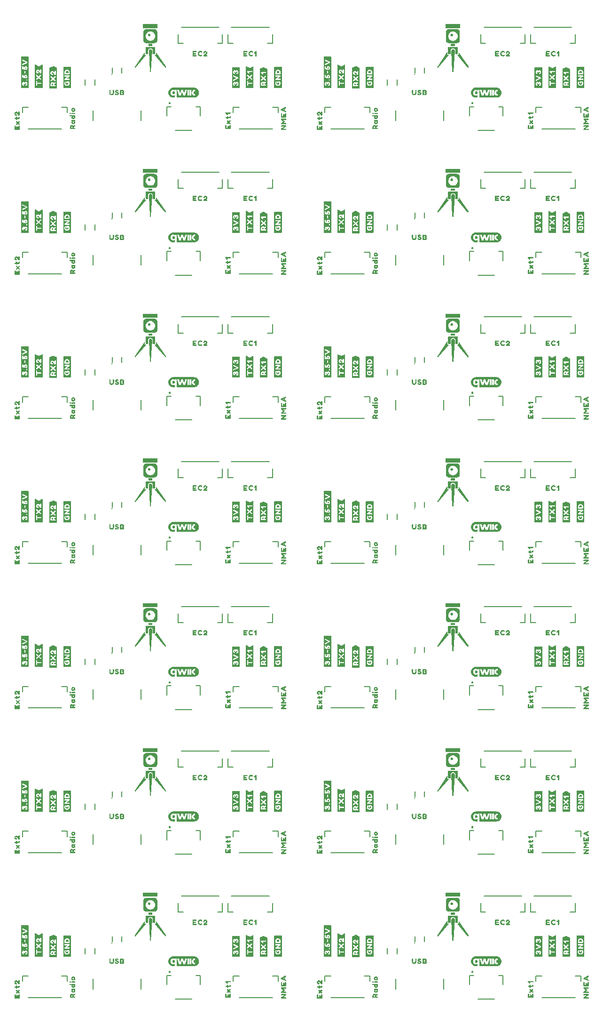
<source format=gto>
G04 EAGLE Gerber RS-274X export*
G75*
%MOMM*%
%FSLAX34Y34*%
%LPD*%
%INSilkscreen Top*%
%IPPOS*%
%AMOC8*
5,1,8,0,0,1.08239X$1,22.5*%
G01*
%ADD10C,0.203200*%
%ADD11C,0.300000*%
%ADD12C,0.152400*%

G36*
X314203Y60997D02*
X314203Y60997D01*
X314224Y61000D01*
X314233Y61017D01*
X314242Y61023D01*
X314240Y61032D01*
X314247Y61046D01*
X314263Y61433D01*
X314262Y61434D01*
X314263Y61435D01*
X314263Y65670D01*
X314263Y65671D01*
X314253Y66064D01*
X314246Y66075D01*
X314248Y66088D01*
X314228Y66101D01*
X314215Y66121D01*
X314202Y66118D01*
X314191Y66126D01*
X314157Y66111D01*
X314148Y66109D01*
X314147Y66106D01*
X314144Y66105D01*
X313713Y65619D01*
X313310Y65292D01*
X312863Y65029D01*
X312378Y64844D01*
X311871Y64727D01*
X311353Y64674D01*
X310832Y64695D01*
X310311Y64744D01*
X309804Y64863D01*
X309305Y65015D01*
X308842Y65253D01*
X308392Y65514D01*
X308004Y65862D01*
X307639Y66232D01*
X307334Y66655D01*
X307073Y67105D01*
X306857Y67581D01*
X306697Y68077D01*
X306571Y68586D01*
X306498Y69103D01*
X306458Y69626D01*
X306453Y70150D01*
X306493Y70673D01*
X306560Y71191D01*
X306686Y71700D01*
X306843Y72197D01*
X307060Y72672D01*
X307322Y73121D01*
X307629Y73542D01*
X307997Y73910D01*
X308386Y74256D01*
X308841Y74509D01*
X309309Y74736D01*
X309808Y74888D01*
X310318Y74993D01*
X310839Y75041D01*
X311360Y75050D01*
X311878Y74991D01*
X312383Y74867D01*
X312866Y74676D01*
X313313Y74412D01*
X313717Y74090D01*
X314147Y73542D01*
X314162Y73537D01*
X314170Y73524D01*
X314192Y73527D01*
X314212Y73520D01*
X314222Y73531D01*
X314238Y73533D01*
X314250Y73561D01*
X314258Y73569D01*
X314257Y73575D01*
X314260Y73580D01*
X314263Y74080D01*
X314263Y74609D01*
X314266Y74951D01*
X317501Y74951D01*
X317502Y74951D01*
X317519Y74951D01*
X317519Y61333D01*
X317520Y61331D01*
X317520Y61329D01*
X317536Y61045D01*
X317549Y61028D01*
X317552Y61007D01*
X317570Y60999D01*
X317577Y60990D01*
X317586Y60992D01*
X317599Y60986D01*
X348527Y60986D01*
X348530Y60988D01*
X348533Y60986D01*
X350114Y61137D01*
X350116Y61139D01*
X350119Y61138D01*
X350637Y61235D01*
X350640Y61238D01*
X350644Y61237D01*
X352156Y61719D01*
X352160Y61723D01*
X352167Y61724D01*
X353563Y62481D01*
X353565Y62486D01*
X353572Y62488D01*
X354805Y63487D01*
X354806Y63490D01*
X354811Y63492D01*
X355174Y63874D01*
X355175Y63876D01*
X355177Y63877D01*
X355851Y64694D01*
X355851Y64696D01*
X355854Y64698D01*
X356157Y65129D01*
X356157Y65132D01*
X356161Y65135D01*
X356905Y66537D01*
X356905Y66542D01*
X356906Y66543D01*
X356908Y66545D01*
X356908Y66546D01*
X356910Y66547D01*
X357380Y68064D01*
X357379Y68069D01*
X357383Y68074D01*
X357453Y68597D01*
X357453Y68598D01*
X357453Y68599D01*
X357559Y69653D01*
X357558Y69655D01*
X357560Y69658D01*
X357568Y70185D01*
X357566Y70187D01*
X357568Y70192D01*
X357408Y71772D01*
X357404Y71776D01*
X357405Y71784D01*
X356934Y73300D01*
X356931Y73303D01*
X356931Y73308D01*
X356708Y73786D01*
X356706Y73787D01*
X356706Y73789D01*
X356201Y74720D01*
X356199Y74721D01*
X356198Y74724D01*
X355908Y75164D01*
X355906Y75165D01*
X355904Y75170D01*
X355231Y75986D01*
X355229Y75986D01*
X355229Y75988D01*
X355196Y76024D01*
X355140Y76087D01*
X355084Y76150D01*
X355028Y76213D01*
X354972Y76275D01*
X354916Y76338D01*
X354877Y76381D01*
X354873Y76382D01*
X354870Y76388D01*
X353645Y77398D01*
X353640Y77399D01*
X353635Y77405D01*
X352241Y78164D01*
X352237Y78164D01*
X352233Y78168D01*
X351738Y78351D01*
X351737Y78351D01*
X351735Y78352D01*
X350724Y78666D01*
X350722Y78666D01*
X350719Y78668D01*
X350205Y78782D01*
X350202Y78780D01*
X350198Y78783D01*
X349144Y78889D01*
X348619Y78942D01*
X348616Y78941D01*
X348612Y78942D01*
X311561Y78942D01*
X311559Y78941D01*
X311555Y78942D01*
X309975Y78794D01*
X309973Y78793D01*
X309970Y78794D01*
X309451Y78703D01*
X309448Y78700D01*
X309443Y78701D01*
X307928Y78225D01*
X307925Y78221D01*
X307917Y78220D01*
X306522Y77463D01*
X306520Y77459D01*
X306514Y77457D01*
X306094Y77137D01*
X306094Y77136D01*
X306092Y77136D01*
X305276Y76462D01*
X305275Y76459D01*
X305271Y76458D01*
X304903Y76080D01*
X304902Y76078D01*
X304899Y76076D01*
X304226Y75260D01*
X304225Y75258D01*
X304223Y75256D01*
X303915Y74829D01*
X303914Y74825D01*
X303910Y74822D01*
X303160Y73423D01*
X303161Y73418D01*
X303156Y73412D01*
X302685Y71896D01*
X302686Y71891D01*
X302683Y71886D01*
X302606Y71364D01*
X302607Y71363D01*
X302606Y71361D01*
X302499Y70308D01*
X302500Y70306D01*
X302499Y70304D01*
X302484Y69777D01*
X302486Y69774D01*
X302484Y69769D01*
X302644Y68189D01*
X302647Y68185D01*
X302646Y68177D01*
X303111Y66659D01*
X303114Y66657D01*
X303114Y66652D01*
X303332Y66172D01*
X303334Y66171D01*
X303334Y66168D01*
X303839Y65238D01*
X303841Y65236D01*
X303841Y65234D01*
X304126Y64790D01*
X304129Y64788D01*
X304131Y64784D01*
X304140Y64772D01*
X304193Y64710D01*
X304246Y64647D01*
X304404Y64459D01*
X304457Y64396D01*
X304510Y64333D01*
X304562Y64270D01*
X304615Y64208D01*
X304668Y64145D01*
X304826Y63957D01*
X304879Y63894D01*
X304932Y63831D01*
X304985Y63768D01*
X305037Y63706D01*
X305152Y63569D01*
X305157Y63568D01*
X305160Y63561D01*
X306385Y62551D01*
X306390Y62550D01*
X306395Y62544D01*
X307785Y61780D01*
X307789Y61780D01*
X307793Y61776D01*
X308285Y61587D01*
X308287Y61587D01*
X308289Y61585D01*
X309300Y61272D01*
X309302Y61272D01*
X309304Y61270D01*
X309817Y61150D01*
X309821Y61151D01*
X309825Y61149D01*
X311405Y60989D01*
X311408Y60991D01*
X311411Y60989D01*
X314185Y60986D01*
X314203Y60997D01*
G37*
G36*
X314203Y1102905D02*
X314203Y1102905D01*
X314224Y1102908D01*
X314233Y1102925D01*
X314242Y1102931D01*
X314240Y1102940D01*
X314247Y1102954D01*
X314263Y1103341D01*
X314262Y1103342D01*
X314263Y1103343D01*
X314263Y1107578D01*
X314263Y1107579D01*
X314253Y1107972D01*
X314246Y1107983D01*
X314248Y1107996D01*
X314228Y1108009D01*
X314215Y1108029D01*
X314202Y1108026D01*
X314191Y1108034D01*
X314157Y1108019D01*
X314148Y1108017D01*
X314147Y1108014D01*
X314144Y1108013D01*
X313713Y1107527D01*
X313310Y1107200D01*
X312863Y1106937D01*
X312378Y1106752D01*
X311871Y1106635D01*
X311353Y1106582D01*
X310832Y1106603D01*
X310311Y1106652D01*
X309804Y1106771D01*
X309305Y1106923D01*
X308842Y1107161D01*
X308392Y1107422D01*
X308004Y1107770D01*
X307639Y1108140D01*
X307334Y1108563D01*
X307073Y1109013D01*
X306857Y1109489D01*
X306697Y1109985D01*
X306571Y1110494D01*
X306498Y1111011D01*
X306458Y1111534D01*
X306453Y1112058D01*
X306493Y1112581D01*
X306560Y1113099D01*
X306686Y1113608D01*
X306843Y1114105D01*
X307060Y1114580D01*
X307322Y1115029D01*
X307629Y1115450D01*
X307997Y1115818D01*
X308386Y1116164D01*
X308841Y1116417D01*
X309309Y1116644D01*
X309808Y1116796D01*
X310318Y1116901D01*
X310839Y1116949D01*
X311360Y1116958D01*
X311878Y1116899D01*
X312383Y1116775D01*
X312866Y1116584D01*
X313313Y1116320D01*
X313717Y1115998D01*
X314147Y1115450D01*
X314162Y1115445D01*
X314170Y1115432D01*
X314192Y1115435D01*
X314212Y1115428D01*
X314222Y1115439D01*
X314238Y1115441D01*
X314250Y1115469D01*
X314258Y1115477D01*
X314257Y1115483D01*
X314260Y1115488D01*
X314263Y1115988D01*
X314263Y1116517D01*
X314266Y1116859D01*
X317501Y1116859D01*
X317502Y1116859D01*
X317519Y1116859D01*
X317519Y1103241D01*
X317520Y1103239D01*
X317520Y1103237D01*
X317536Y1102953D01*
X317549Y1102936D01*
X317552Y1102915D01*
X317570Y1102907D01*
X317577Y1102898D01*
X317586Y1102900D01*
X317599Y1102894D01*
X348527Y1102894D01*
X348530Y1102896D01*
X348533Y1102894D01*
X350114Y1103045D01*
X350116Y1103047D01*
X350119Y1103046D01*
X350637Y1103143D01*
X350640Y1103146D01*
X350644Y1103145D01*
X352156Y1103627D01*
X352160Y1103631D01*
X352167Y1103632D01*
X353563Y1104389D01*
X353565Y1104394D01*
X353572Y1104396D01*
X354805Y1105395D01*
X354806Y1105398D01*
X354811Y1105400D01*
X355174Y1105782D01*
X355175Y1105784D01*
X355177Y1105785D01*
X355851Y1106602D01*
X355851Y1106604D01*
X355854Y1106606D01*
X356157Y1107037D01*
X356157Y1107040D01*
X356161Y1107043D01*
X356905Y1108445D01*
X356905Y1108450D01*
X356906Y1108451D01*
X356908Y1108453D01*
X356908Y1108454D01*
X356910Y1108455D01*
X357380Y1109972D01*
X357379Y1109977D01*
X357383Y1109982D01*
X357453Y1110505D01*
X357453Y1110506D01*
X357453Y1110507D01*
X357559Y1111561D01*
X357558Y1111563D01*
X357560Y1111566D01*
X357568Y1112093D01*
X357566Y1112095D01*
X357568Y1112100D01*
X357408Y1113680D01*
X357404Y1113684D01*
X357405Y1113692D01*
X356934Y1115208D01*
X356931Y1115211D01*
X356931Y1115216D01*
X356708Y1115694D01*
X356706Y1115695D01*
X356706Y1115697D01*
X356201Y1116628D01*
X356199Y1116629D01*
X356198Y1116632D01*
X355908Y1117072D01*
X355906Y1117073D01*
X355904Y1117078D01*
X355231Y1117894D01*
X355229Y1117894D01*
X355229Y1117896D01*
X355196Y1117932D01*
X355140Y1117995D01*
X355084Y1118058D01*
X355028Y1118121D01*
X354972Y1118183D01*
X354916Y1118246D01*
X354877Y1118289D01*
X354873Y1118290D01*
X354870Y1118296D01*
X353645Y1119306D01*
X353640Y1119307D01*
X353635Y1119313D01*
X352241Y1120072D01*
X352237Y1120072D01*
X352233Y1120076D01*
X351738Y1120259D01*
X351737Y1120259D01*
X351735Y1120260D01*
X350724Y1120574D01*
X350722Y1120574D01*
X350719Y1120576D01*
X350205Y1120690D01*
X350202Y1120688D01*
X350198Y1120691D01*
X349144Y1120797D01*
X348619Y1120850D01*
X348616Y1120849D01*
X348612Y1120850D01*
X311561Y1120850D01*
X311559Y1120849D01*
X311555Y1120850D01*
X309975Y1120702D01*
X309973Y1120701D01*
X309970Y1120702D01*
X309451Y1120611D01*
X309448Y1120608D01*
X309443Y1120609D01*
X307928Y1120133D01*
X307925Y1120129D01*
X307917Y1120128D01*
X306522Y1119371D01*
X306520Y1119367D01*
X306514Y1119365D01*
X306094Y1119045D01*
X306094Y1119044D01*
X306092Y1119044D01*
X305276Y1118370D01*
X305275Y1118367D01*
X305271Y1118366D01*
X304903Y1117988D01*
X304902Y1117986D01*
X304899Y1117984D01*
X304226Y1117168D01*
X304225Y1117166D01*
X304223Y1117164D01*
X303915Y1116737D01*
X303914Y1116733D01*
X303910Y1116730D01*
X303160Y1115331D01*
X303161Y1115326D01*
X303156Y1115320D01*
X302685Y1113804D01*
X302686Y1113799D01*
X302683Y1113794D01*
X302606Y1113272D01*
X302607Y1113271D01*
X302606Y1113269D01*
X302499Y1112216D01*
X302500Y1112214D01*
X302499Y1112212D01*
X302484Y1111685D01*
X302486Y1111682D01*
X302484Y1111677D01*
X302644Y1110097D01*
X302647Y1110093D01*
X302646Y1110085D01*
X303111Y1108567D01*
X303114Y1108565D01*
X303114Y1108560D01*
X303332Y1108080D01*
X303334Y1108079D01*
X303334Y1108076D01*
X303839Y1107146D01*
X303841Y1107144D01*
X303841Y1107142D01*
X304126Y1106698D01*
X304129Y1106696D01*
X304131Y1106692D01*
X304140Y1106680D01*
X304193Y1106618D01*
X304246Y1106555D01*
X304404Y1106367D01*
X304457Y1106304D01*
X304510Y1106241D01*
X304562Y1106178D01*
X304615Y1106116D01*
X304668Y1106053D01*
X304826Y1105865D01*
X304879Y1105802D01*
X304932Y1105739D01*
X304985Y1105676D01*
X305037Y1105614D01*
X305152Y1105477D01*
X305157Y1105476D01*
X305160Y1105469D01*
X306385Y1104459D01*
X306390Y1104458D01*
X306395Y1104452D01*
X307785Y1103688D01*
X307789Y1103688D01*
X307793Y1103684D01*
X308285Y1103495D01*
X308287Y1103495D01*
X308289Y1103493D01*
X309300Y1103180D01*
X309302Y1103180D01*
X309304Y1103178D01*
X309817Y1103058D01*
X309821Y1103059D01*
X309825Y1103057D01*
X311405Y1102897D01*
X311408Y1102899D01*
X311411Y1102897D01*
X314185Y1102894D01*
X314203Y1102905D01*
G37*
G36*
X859287Y60997D02*
X859287Y60997D01*
X859308Y61000D01*
X859317Y61017D01*
X859326Y61023D01*
X859324Y61032D01*
X859331Y61046D01*
X859347Y61433D01*
X859346Y61434D01*
X859347Y61435D01*
X859347Y65670D01*
X859347Y65671D01*
X859337Y66064D01*
X859330Y66075D01*
X859332Y66088D01*
X859312Y66101D01*
X859299Y66121D01*
X859286Y66118D01*
X859275Y66126D01*
X859241Y66111D01*
X859232Y66109D01*
X859231Y66106D01*
X859228Y66105D01*
X858797Y65619D01*
X858394Y65292D01*
X857947Y65029D01*
X857462Y64844D01*
X856955Y64727D01*
X856437Y64674D01*
X855916Y64695D01*
X855395Y64744D01*
X854888Y64863D01*
X854389Y65015D01*
X853926Y65253D01*
X853476Y65514D01*
X853088Y65862D01*
X852723Y66232D01*
X852418Y66655D01*
X852157Y67105D01*
X851941Y67581D01*
X851781Y68077D01*
X851655Y68586D01*
X851582Y69103D01*
X851542Y69626D01*
X851537Y70150D01*
X851577Y70673D01*
X851644Y71191D01*
X851770Y71700D01*
X851927Y72197D01*
X852144Y72672D01*
X852406Y73121D01*
X852713Y73542D01*
X853081Y73910D01*
X853470Y74256D01*
X853925Y74509D01*
X854393Y74736D01*
X854892Y74888D01*
X855402Y74993D01*
X855923Y75041D01*
X856444Y75050D01*
X856962Y74991D01*
X857467Y74867D01*
X857950Y74676D01*
X858397Y74412D01*
X858801Y74090D01*
X859231Y73542D01*
X859246Y73537D01*
X859254Y73524D01*
X859276Y73527D01*
X859296Y73520D01*
X859306Y73531D01*
X859322Y73533D01*
X859334Y73561D01*
X859342Y73569D01*
X859341Y73575D01*
X859344Y73580D01*
X859347Y74080D01*
X859347Y74609D01*
X859350Y74951D01*
X862585Y74951D01*
X862586Y74951D01*
X862603Y74951D01*
X862603Y61333D01*
X862604Y61331D01*
X862604Y61329D01*
X862620Y61045D01*
X862633Y61028D01*
X862636Y61007D01*
X862654Y60999D01*
X862661Y60990D01*
X862670Y60992D01*
X862683Y60986D01*
X893611Y60986D01*
X893614Y60988D01*
X893617Y60986D01*
X895198Y61137D01*
X895200Y61139D01*
X895203Y61138D01*
X895721Y61235D01*
X895724Y61238D01*
X895728Y61237D01*
X897240Y61719D01*
X897244Y61723D01*
X897251Y61724D01*
X898647Y62481D01*
X898649Y62486D01*
X898656Y62488D01*
X899889Y63487D01*
X899890Y63490D01*
X899895Y63492D01*
X900258Y63874D01*
X900259Y63876D01*
X900261Y63877D01*
X900935Y64694D01*
X900935Y64696D01*
X900938Y64698D01*
X901241Y65129D01*
X901241Y65132D01*
X901245Y65135D01*
X901989Y66537D01*
X901989Y66542D01*
X901990Y66543D01*
X901992Y66545D01*
X901992Y66546D01*
X901994Y66547D01*
X902464Y68064D01*
X902463Y68069D01*
X902467Y68074D01*
X902537Y68597D01*
X902537Y68598D01*
X902537Y68599D01*
X902643Y69653D01*
X902642Y69655D01*
X902644Y69658D01*
X902652Y70185D01*
X902650Y70187D01*
X902652Y70192D01*
X902492Y71772D01*
X902488Y71776D01*
X902489Y71784D01*
X902018Y73300D01*
X902015Y73303D01*
X902015Y73308D01*
X901792Y73786D01*
X901790Y73787D01*
X901790Y73789D01*
X901285Y74720D01*
X901283Y74721D01*
X901282Y74724D01*
X900992Y75164D01*
X900990Y75165D01*
X900988Y75170D01*
X900315Y75986D01*
X900313Y75986D01*
X900313Y75988D01*
X900280Y76024D01*
X900224Y76087D01*
X900168Y76150D01*
X900112Y76213D01*
X900056Y76275D01*
X900000Y76338D01*
X899961Y76381D01*
X899957Y76382D01*
X899954Y76388D01*
X898729Y77398D01*
X898724Y77399D01*
X898719Y77405D01*
X897325Y78164D01*
X897321Y78164D01*
X897317Y78168D01*
X896822Y78351D01*
X896821Y78351D01*
X896819Y78352D01*
X895808Y78666D01*
X895806Y78666D01*
X895803Y78668D01*
X895289Y78782D01*
X895286Y78780D01*
X895282Y78783D01*
X894228Y78889D01*
X893703Y78942D01*
X893700Y78941D01*
X893696Y78942D01*
X856645Y78942D01*
X856643Y78941D01*
X856639Y78942D01*
X855059Y78794D01*
X855057Y78793D01*
X855054Y78794D01*
X854535Y78703D01*
X854532Y78700D01*
X854527Y78701D01*
X853012Y78225D01*
X853009Y78221D01*
X853001Y78220D01*
X851606Y77463D01*
X851604Y77459D01*
X851598Y77457D01*
X851178Y77137D01*
X851178Y77136D01*
X851176Y77136D01*
X850360Y76462D01*
X850359Y76459D01*
X850355Y76458D01*
X849987Y76080D01*
X849986Y76078D01*
X849983Y76076D01*
X849310Y75260D01*
X849309Y75258D01*
X849307Y75256D01*
X848999Y74829D01*
X848998Y74825D01*
X848994Y74822D01*
X848244Y73423D01*
X848245Y73418D01*
X848240Y73412D01*
X847769Y71896D01*
X847770Y71891D01*
X847767Y71886D01*
X847690Y71364D01*
X847691Y71363D01*
X847690Y71361D01*
X847583Y70308D01*
X847584Y70306D01*
X847583Y70304D01*
X847568Y69777D01*
X847570Y69774D01*
X847568Y69769D01*
X847728Y68189D01*
X847731Y68185D01*
X847730Y68177D01*
X848195Y66659D01*
X848198Y66657D01*
X848198Y66652D01*
X848416Y66172D01*
X848418Y66171D01*
X848418Y66168D01*
X848923Y65238D01*
X848925Y65236D01*
X848925Y65234D01*
X849210Y64790D01*
X849213Y64788D01*
X849215Y64784D01*
X849224Y64772D01*
X849277Y64710D01*
X849330Y64647D01*
X849488Y64459D01*
X849541Y64396D01*
X849594Y64333D01*
X849646Y64270D01*
X849699Y64208D01*
X849752Y64145D01*
X849910Y63957D01*
X849963Y63894D01*
X850016Y63831D01*
X850069Y63768D01*
X850121Y63706D01*
X850236Y63569D01*
X850241Y63568D01*
X850244Y63561D01*
X851469Y62551D01*
X851474Y62550D01*
X851479Y62544D01*
X852869Y61780D01*
X852873Y61780D01*
X852877Y61776D01*
X853369Y61587D01*
X853371Y61587D01*
X853373Y61585D01*
X854384Y61272D01*
X854386Y61272D01*
X854388Y61270D01*
X854901Y61150D01*
X854905Y61151D01*
X854909Y61149D01*
X856489Y60989D01*
X856492Y60991D01*
X856495Y60989D01*
X859269Y60986D01*
X859287Y60997D01*
G37*
G36*
X314203Y842428D02*
X314203Y842428D01*
X314224Y842431D01*
X314233Y842448D01*
X314242Y842454D01*
X314240Y842463D01*
X314247Y842477D01*
X314263Y842864D01*
X314262Y842865D01*
X314263Y842866D01*
X314263Y847101D01*
X314263Y847102D01*
X314253Y847495D01*
X314246Y847506D01*
X314248Y847519D01*
X314228Y847532D01*
X314215Y847552D01*
X314202Y847549D01*
X314191Y847557D01*
X314157Y847542D01*
X314148Y847540D01*
X314147Y847537D01*
X314144Y847536D01*
X313713Y847050D01*
X313310Y846723D01*
X312863Y846460D01*
X312378Y846275D01*
X311871Y846158D01*
X311353Y846105D01*
X310832Y846126D01*
X310311Y846175D01*
X309804Y846294D01*
X309305Y846446D01*
X308842Y846684D01*
X308392Y846945D01*
X308004Y847293D01*
X307639Y847663D01*
X307334Y848086D01*
X307073Y848536D01*
X306857Y849012D01*
X306697Y849508D01*
X306571Y850017D01*
X306498Y850534D01*
X306458Y851057D01*
X306453Y851581D01*
X306493Y852104D01*
X306560Y852622D01*
X306686Y853131D01*
X306843Y853628D01*
X307060Y854103D01*
X307322Y854552D01*
X307629Y854973D01*
X307997Y855341D01*
X308386Y855687D01*
X308841Y855940D01*
X309309Y856167D01*
X309808Y856319D01*
X310318Y856424D01*
X310839Y856472D01*
X311360Y856481D01*
X311878Y856422D01*
X312383Y856298D01*
X312866Y856107D01*
X313313Y855843D01*
X313717Y855521D01*
X314147Y854973D01*
X314162Y854968D01*
X314170Y854955D01*
X314192Y854958D01*
X314212Y854951D01*
X314222Y854962D01*
X314238Y854964D01*
X314250Y854992D01*
X314258Y855000D01*
X314257Y855006D01*
X314260Y855011D01*
X314263Y855511D01*
X314263Y856040D01*
X314266Y856382D01*
X317501Y856382D01*
X317502Y856382D01*
X317519Y856382D01*
X317519Y842764D01*
X317520Y842762D01*
X317520Y842760D01*
X317536Y842476D01*
X317549Y842459D01*
X317552Y842438D01*
X317570Y842430D01*
X317577Y842421D01*
X317586Y842423D01*
X317599Y842417D01*
X348527Y842417D01*
X348530Y842419D01*
X348533Y842417D01*
X350114Y842568D01*
X350116Y842570D01*
X350119Y842569D01*
X350637Y842666D01*
X350640Y842669D01*
X350644Y842668D01*
X352156Y843150D01*
X352160Y843154D01*
X352167Y843155D01*
X353563Y843912D01*
X353565Y843917D01*
X353572Y843919D01*
X354805Y844918D01*
X354806Y844921D01*
X354811Y844923D01*
X355174Y845305D01*
X355175Y845307D01*
X355177Y845308D01*
X355851Y846125D01*
X355851Y846127D01*
X355854Y846129D01*
X356157Y846560D01*
X356157Y846563D01*
X356161Y846566D01*
X356905Y847968D01*
X356905Y847973D01*
X356906Y847974D01*
X356908Y847976D01*
X356908Y847977D01*
X356910Y847978D01*
X357380Y849495D01*
X357379Y849500D01*
X357383Y849505D01*
X357453Y850028D01*
X357453Y850029D01*
X357453Y850030D01*
X357559Y851084D01*
X357558Y851086D01*
X357560Y851089D01*
X357568Y851616D01*
X357566Y851618D01*
X357568Y851623D01*
X357408Y853203D01*
X357404Y853207D01*
X357405Y853215D01*
X356934Y854731D01*
X356931Y854734D01*
X356931Y854739D01*
X356708Y855217D01*
X356706Y855218D01*
X356706Y855220D01*
X356201Y856151D01*
X356199Y856152D01*
X356198Y856155D01*
X355908Y856595D01*
X355906Y856596D01*
X355904Y856601D01*
X355231Y857417D01*
X355229Y857417D01*
X355229Y857419D01*
X355196Y857455D01*
X355140Y857518D01*
X355084Y857581D01*
X355028Y857644D01*
X354972Y857706D01*
X354916Y857769D01*
X354877Y857812D01*
X354873Y857813D01*
X354870Y857819D01*
X353645Y858829D01*
X353640Y858830D01*
X353635Y858836D01*
X352241Y859595D01*
X352237Y859595D01*
X352233Y859599D01*
X351738Y859782D01*
X351737Y859782D01*
X351735Y859783D01*
X350724Y860097D01*
X350722Y860097D01*
X350719Y860099D01*
X350205Y860213D01*
X350202Y860211D01*
X350198Y860214D01*
X349144Y860320D01*
X348619Y860373D01*
X348616Y860372D01*
X348612Y860373D01*
X311561Y860373D01*
X311559Y860372D01*
X311555Y860373D01*
X309975Y860225D01*
X309973Y860224D01*
X309970Y860225D01*
X309451Y860134D01*
X309448Y860131D01*
X309443Y860132D01*
X307928Y859656D01*
X307925Y859652D01*
X307917Y859651D01*
X306522Y858894D01*
X306520Y858890D01*
X306514Y858888D01*
X306094Y858568D01*
X306094Y858567D01*
X306092Y858567D01*
X305276Y857893D01*
X305275Y857890D01*
X305271Y857889D01*
X304903Y857511D01*
X304902Y857509D01*
X304899Y857507D01*
X304226Y856691D01*
X304225Y856689D01*
X304223Y856687D01*
X303915Y856260D01*
X303914Y856256D01*
X303910Y856253D01*
X303160Y854854D01*
X303161Y854849D01*
X303156Y854843D01*
X302685Y853327D01*
X302686Y853322D01*
X302683Y853317D01*
X302606Y852795D01*
X302607Y852794D01*
X302606Y852792D01*
X302499Y851739D01*
X302500Y851737D01*
X302499Y851735D01*
X302484Y851208D01*
X302486Y851205D01*
X302484Y851200D01*
X302644Y849620D01*
X302647Y849616D01*
X302646Y849608D01*
X303111Y848090D01*
X303114Y848088D01*
X303114Y848083D01*
X303332Y847603D01*
X303334Y847602D01*
X303334Y847599D01*
X303839Y846669D01*
X303841Y846667D01*
X303841Y846665D01*
X304126Y846221D01*
X304129Y846219D01*
X304131Y846215D01*
X304140Y846203D01*
X304193Y846141D01*
X304246Y846078D01*
X304404Y845890D01*
X304457Y845827D01*
X304510Y845764D01*
X304562Y845701D01*
X304615Y845639D01*
X304668Y845576D01*
X304826Y845388D01*
X304879Y845325D01*
X304932Y845262D01*
X304985Y845199D01*
X305037Y845137D01*
X305152Y845000D01*
X305157Y844999D01*
X305160Y844992D01*
X306385Y843982D01*
X306390Y843981D01*
X306395Y843975D01*
X307785Y843211D01*
X307789Y843211D01*
X307793Y843207D01*
X308285Y843018D01*
X308287Y843018D01*
X308289Y843016D01*
X309300Y842703D01*
X309302Y842703D01*
X309304Y842701D01*
X309817Y842581D01*
X309821Y842582D01*
X309825Y842580D01*
X311405Y842420D01*
X311408Y842422D01*
X311411Y842420D01*
X314185Y842417D01*
X314203Y842428D01*
G37*
G36*
X859287Y842428D02*
X859287Y842428D01*
X859308Y842431D01*
X859317Y842448D01*
X859326Y842454D01*
X859324Y842463D01*
X859331Y842477D01*
X859347Y842864D01*
X859346Y842865D01*
X859347Y842866D01*
X859347Y847101D01*
X859347Y847102D01*
X859337Y847495D01*
X859330Y847506D01*
X859332Y847519D01*
X859312Y847532D01*
X859299Y847552D01*
X859286Y847549D01*
X859275Y847557D01*
X859241Y847542D01*
X859232Y847540D01*
X859231Y847537D01*
X859228Y847536D01*
X858797Y847050D01*
X858394Y846723D01*
X857947Y846460D01*
X857462Y846275D01*
X856955Y846158D01*
X856437Y846105D01*
X855916Y846126D01*
X855395Y846175D01*
X854888Y846294D01*
X854389Y846446D01*
X853926Y846684D01*
X853476Y846945D01*
X853088Y847293D01*
X852723Y847663D01*
X852418Y848086D01*
X852157Y848536D01*
X851941Y849012D01*
X851781Y849508D01*
X851655Y850017D01*
X851582Y850534D01*
X851542Y851057D01*
X851537Y851581D01*
X851577Y852104D01*
X851644Y852622D01*
X851770Y853131D01*
X851927Y853628D01*
X852144Y854103D01*
X852406Y854552D01*
X852713Y854973D01*
X853081Y855341D01*
X853470Y855687D01*
X853925Y855940D01*
X854393Y856167D01*
X854892Y856319D01*
X855402Y856424D01*
X855923Y856472D01*
X856444Y856481D01*
X856962Y856422D01*
X857467Y856298D01*
X857950Y856107D01*
X858397Y855843D01*
X858801Y855521D01*
X859231Y854973D01*
X859246Y854968D01*
X859254Y854955D01*
X859276Y854958D01*
X859296Y854951D01*
X859306Y854962D01*
X859322Y854964D01*
X859334Y854992D01*
X859342Y855000D01*
X859341Y855006D01*
X859344Y855011D01*
X859347Y855511D01*
X859347Y856040D01*
X859350Y856382D01*
X862585Y856382D01*
X862586Y856382D01*
X862603Y856382D01*
X862603Y842764D01*
X862604Y842762D01*
X862604Y842760D01*
X862620Y842476D01*
X862633Y842459D01*
X862636Y842438D01*
X862654Y842430D01*
X862661Y842421D01*
X862670Y842423D01*
X862683Y842417D01*
X893611Y842417D01*
X893614Y842419D01*
X893617Y842417D01*
X895198Y842568D01*
X895200Y842570D01*
X895203Y842569D01*
X895721Y842666D01*
X895724Y842669D01*
X895728Y842668D01*
X897240Y843150D01*
X897244Y843154D01*
X897251Y843155D01*
X898647Y843912D01*
X898649Y843917D01*
X898656Y843919D01*
X899889Y844918D01*
X899890Y844921D01*
X899895Y844923D01*
X900258Y845305D01*
X900259Y845307D01*
X900261Y845308D01*
X900935Y846125D01*
X900935Y846127D01*
X900938Y846129D01*
X901241Y846560D01*
X901241Y846563D01*
X901245Y846566D01*
X901989Y847968D01*
X901989Y847973D01*
X901990Y847974D01*
X901992Y847976D01*
X901992Y847977D01*
X901994Y847978D01*
X902464Y849495D01*
X902463Y849500D01*
X902467Y849505D01*
X902537Y850028D01*
X902537Y850029D01*
X902537Y850030D01*
X902643Y851084D01*
X902642Y851086D01*
X902644Y851089D01*
X902652Y851616D01*
X902650Y851618D01*
X902652Y851623D01*
X902492Y853203D01*
X902488Y853207D01*
X902489Y853215D01*
X902018Y854731D01*
X902015Y854734D01*
X902015Y854739D01*
X901792Y855217D01*
X901790Y855218D01*
X901790Y855220D01*
X901285Y856151D01*
X901283Y856152D01*
X901282Y856155D01*
X900992Y856595D01*
X900990Y856596D01*
X900988Y856601D01*
X900315Y857417D01*
X900313Y857417D01*
X900313Y857419D01*
X900280Y857455D01*
X900224Y857518D01*
X900168Y857581D01*
X900112Y857644D01*
X900056Y857706D01*
X900000Y857769D01*
X899961Y857812D01*
X899957Y857813D01*
X899954Y857819D01*
X898729Y858829D01*
X898724Y858830D01*
X898719Y858836D01*
X897325Y859595D01*
X897321Y859595D01*
X897317Y859599D01*
X896822Y859782D01*
X896821Y859782D01*
X896819Y859783D01*
X895808Y860097D01*
X895806Y860097D01*
X895803Y860099D01*
X895289Y860213D01*
X895286Y860211D01*
X895282Y860214D01*
X894228Y860320D01*
X893703Y860373D01*
X893700Y860372D01*
X893696Y860373D01*
X856645Y860373D01*
X856643Y860372D01*
X856639Y860373D01*
X855059Y860225D01*
X855057Y860224D01*
X855054Y860225D01*
X854535Y860134D01*
X854532Y860131D01*
X854527Y860132D01*
X853012Y859656D01*
X853009Y859652D01*
X853001Y859651D01*
X851606Y858894D01*
X851604Y858890D01*
X851598Y858888D01*
X851178Y858568D01*
X851178Y858567D01*
X851176Y858567D01*
X850360Y857893D01*
X850359Y857890D01*
X850355Y857889D01*
X849987Y857511D01*
X849986Y857509D01*
X849983Y857507D01*
X849310Y856691D01*
X849309Y856689D01*
X849307Y856687D01*
X848999Y856260D01*
X848998Y856256D01*
X848994Y856253D01*
X848244Y854854D01*
X848245Y854849D01*
X848240Y854843D01*
X847769Y853327D01*
X847770Y853322D01*
X847767Y853317D01*
X847690Y852795D01*
X847691Y852794D01*
X847690Y852792D01*
X847583Y851739D01*
X847584Y851737D01*
X847583Y851735D01*
X847568Y851208D01*
X847570Y851205D01*
X847568Y851200D01*
X847728Y849620D01*
X847731Y849616D01*
X847730Y849608D01*
X848195Y848090D01*
X848198Y848088D01*
X848198Y848083D01*
X848416Y847603D01*
X848418Y847602D01*
X848418Y847599D01*
X848923Y846669D01*
X848925Y846667D01*
X848925Y846665D01*
X849210Y846221D01*
X849213Y846219D01*
X849215Y846215D01*
X849224Y846203D01*
X849277Y846141D01*
X849330Y846078D01*
X849488Y845890D01*
X849541Y845827D01*
X849594Y845764D01*
X849646Y845701D01*
X849699Y845639D01*
X849752Y845576D01*
X849910Y845388D01*
X849963Y845325D01*
X850016Y845262D01*
X850069Y845199D01*
X850121Y845137D01*
X850236Y845000D01*
X850241Y844999D01*
X850244Y844992D01*
X851469Y843982D01*
X851474Y843981D01*
X851479Y843975D01*
X852869Y843211D01*
X852873Y843211D01*
X852877Y843207D01*
X853369Y843018D01*
X853371Y843018D01*
X853373Y843016D01*
X854384Y842703D01*
X854386Y842703D01*
X854388Y842701D01*
X854901Y842581D01*
X854905Y842582D01*
X854909Y842580D01*
X856489Y842420D01*
X856492Y842422D01*
X856495Y842420D01*
X859269Y842417D01*
X859287Y842428D01*
G37*
G36*
X859287Y1623885D02*
X859287Y1623885D01*
X859308Y1623887D01*
X859317Y1623904D01*
X859326Y1623910D01*
X859324Y1623920D01*
X859331Y1623933D01*
X859347Y1624320D01*
X859346Y1624321D01*
X859347Y1624323D01*
X859347Y1628557D01*
X859347Y1628558D01*
X859347Y1628559D01*
X859337Y1628952D01*
X859330Y1628963D01*
X859332Y1628976D01*
X859312Y1628989D01*
X859299Y1629008D01*
X859286Y1629006D01*
X859275Y1629013D01*
X859241Y1628998D01*
X859232Y1628997D01*
X859231Y1628993D01*
X859228Y1628992D01*
X858797Y1628506D01*
X858394Y1628179D01*
X857947Y1627916D01*
X857462Y1627731D01*
X856955Y1627614D01*
X856437Y1627561D01*
X855916Y1627583D01*
X855395Y1627632D01*
X854888Y1627750D01*
X854389Y1627903D01*
X853926Y1628141D01*
X853476Y1628401D01*
X853088Y1628749D01*
X852723Y1629120D01*
X852418Y1629542D01*
X852157Y1629992D01*
X851941Y1630468D01*
X851781Y1630964D01*
X851655Y1631473D01*
X851582Y1631990D01*
X851542Y1632514D01*
X851537Y1633037D01*
X851577Y1633560D01*
X851644Y1634079D01*
X851770Y1634587D01*
X851927Y1635084D01*
X852144Y1635559D01*
X852406Y1636009D01*
X852713Y1636430D01*
X853081Y1636797D01*
X853470Y1637143D01*
X853925Y1637396D01*
X854393Y1637624D01*
X854892Y1637775D01*
X855402Y1637880D01*
X855923Y1637929D01*
X856444Y1637938D01*
X856962Y1637878D01*
X857467Y1637755D01*
X857950Y1637563D01*
X858397Y1637299D01*
X858801Y1636977D01*
X859231Y1636429D01*
X859246Y1636424D01*
X859254Y1636411D01*
X859276Y1636414D01*
X859296Y1636407D01*
X859306Y1636418D01*
X859322Y1636420D01*
X859334Y1636448D01*
X859342Y1636456D01*
X859341Y1636462D01*
X859344Y1636468D01*
X859347Y1636967D01*
X859347Y1636968D01*
X859347Y1637496D01*
X859350Y1637838D01*
X862585Y1637838D01*
X862586Y1637839D01*
X862586Y1637838D01*
X862603Y1637839D01*
X862603Y1624220D01*
X862604Y1624219D01*
X862604Y1624216D01*
X862620Y1623932D01*
X862633Y1623916D01*
X862636Y1623895D01*
X862654Y1623887D01*
X862661Y1623878D01*
X862670Y1623880D01*
X862683Y1623873D01*
X893611Y1623873D01*
X893614Y1623875D01*
X893617Y1623874D01*
X895198Y1624024D01*
X895200Y1624026D01*
X895203Y1624025D01*
X895721Y1624123D01*
X895724Y1624125D01*
X895728Y1624125D01*
X897240Y1624607D01*
X897244Y1624611D01*
X897251Y1624611D01*
X898647Y1625369D01*
X898649Y1625373D01*
X898656Y1625375D01*
X899889Y1626374D01*
X899890Y1626378D01*
X899895Y1626380D01*
X900258Y1626761D01*
X900259Y1626763D01*
X900261Y1626765D01*
X900935Y1627581D01*
X900935Y1627584D01*
X900938Y1627585D01*
X901241Y1628016D01*
X901241Y1628020D01*
X901245Y1628023D01*
X901989Y1629424D01*
X901989Y1629429D01*
X901990Y1629430D01*
X901992Y1629432D01*
X901992Y1629433D01*
X901994Y1629435D01*
X902464Y1630951D01*
X902463Y1630956D01*
X902467Y1630962D01*
X902537Y1631485D01*
X902537Y1631486D01*
X902537Y1631487D01*
X902643Y1632540D01*
X902642Y1632542D01*
X902644Y1632545D01*
X902652Y1633072D01*
X902650Y1633075D01*
X902652Y1633079D01*
X902492Y1634659D01*
X902488Y1634663D01*
X902489Y1634671D01*
X902018Y1636188D01*
X902015Y1636190D01*
X902015Y1636196D01*
X901792Y1636673D01*
X901790Y1636674D01*
X901790Y1636677D01*
X901285Y1637607D01*
X901283Y1637608D01*
X901282Y1637612D01*
X900992Y1638052D01*
X900990Y1638053D01*
X900988Y1638057D01*
X900315Y1638873D01*
X900313Y1638874D01*
X900313Y1638875D01*
X900280Y1638912D01*
X900224Y1638975D01*
X900168Y1639037D01*
X900112Y1639100D01*
X900056Y1639163D01*
X900000Y1639226D01*
X899961Y1639269D01*
X899957Y1639270D01*
X899954Y1639275D01*
X898729Y1640286D01*
X898724Y1640286D01*
X898719Y1640292D01*
X897325Y1641052D01*
X897321Y1641051D01*
X897317Y1641055D01*
X896822Y1641239D01*
X896821Y1641238D01*
X896819Y1641240D01*
X895808Y1641554D01*
X895806Y1641553D01*
X895803Y1641555D01*
X895289Y1641669D01*
X895286Y1641668D01*
X895282Y1641670D01*
X894228Y1641776D01*
X893703Y1641829D01*
X893700Y1641828D01*
X893696Y1641830D01*
X856645Y1641830D01*
X856643Y1641828D01*
X856639Y1641829D01*
X855059Y1641682D01*
X855057Y1641680D01*
X855054Y1641681D01*
X854535Y1641590D01*
X854532Y1641588D01*
X854527Y1641588D01*
X853012Y1641112D01*
X853009Y1641108D01*
X853001Y1641107D01*
X851606Y1640350D01*
X851604Y1640346D01*
X851598Y1640345D01*
X851178Y1640025D01*
X851178Y1640024D01*
X851176Y1640023D01*
X850360Y1639350D01*
X850359Y1639346D01*
X850355Y1639345D01*
X849987Y1638968D01*
X849986Y1638965D01*
X849983Y1638964D01*
X849310Y1638147D01*
X849309Y1638145D01*
X849307Y1638144D01*
X848999Y1637716D01*
X848998Y1637713D01*
X848994Y1637709D01*
X848244Y1636311D01*
X848245Y1636305D01*
X848240Y1636299D01*
X847769Y1634783D01*
X847770Y1634779D01*
X847767Y1634774D01*
X847690Y1634252D01*
X847691Y1634250D01*
X847690Y1634249D01*
X847583Y1633196D01*
X847584Y1633194D01*
X847583Y1633191D01*
X847568Y1632664D01*
X847570Y1632661D01*
X847568Y1632656D01*
X847728Y1631076D01*
X847731Y1631072D01*
X847730Y1631064D01*
X848195Y1629547D01*
X848198Y1629544D01*
X848198Y1629539D01*
X848416Y1629059D01*
X848418Y1629058D01*
X848418Y1629055D01*
X848923Y1628125D01*
X848925Y1628124D01*
X848925Y1628121D01*
X849210Y1627677D01*
X849213Y1627676D01*
X849215Y1627671D01*
X849224Y1627660D01*
X849277Y1627597D01*
X849330Y1627534D01*
X849488Y1627346D01*
X849541Y1627283D01*
X849594Y1627220D01*
X849646Y1627158D01*
X849699Y1627095D01*
X849752Y1627032D01*
X849910Y1626844D01*
X849963Y1626781D01*
X850016Y1626718D01*
X850069Y1626656D01*
X850121Y1626593D01*
X850236Y1626457D01*
X850241Y1626455D01*
X850244Y1626449D01*
X851469Y1625438D01*
X851474Y1625438D01*
X851479Y1625432D01*
X852869Y1624667D01*
X852873Y1624667D01*
X852877Y1624664D01*
X853369Y1624474D01*
X853371Y1624475D01*
X853373Y1624473D01*
X854384Y1624159D01*
X854386Y1624160D01*
X854388Y1624158D01*
X854901Y1624037D01*
X854905Y1624039D01*
X854909Y1624036D01*
X856489Y1623877D01*
X856492Y1623878D01*
X856495Y1623876D01*
X859269Y1623873D01*
X859287Y1623885D01*
G37*
G36*
X859287Y581951D02*
X859287Y581951D01*
X859308Y581954D01*
X859317Y581971D01*
X859326Y581977D01*
X859324Y581986D01*
X859331Y582000D01*
X859347Y582387D01*
X859346Y582388D01*
X859347Y582389D01*
X859347Y586624D01*
X859347Y586625D01*
X859337Y587018D01*
X859330Y587029D01*
X859332Y587042D01*
X859312Y587055D01*
X859299Y587075D01*
X859286Y587072D01*
X859275Y587080D01*
X859241Y587065D01*
X859232Y587063D01*
X859231Y587060D01*
X859228Y587059D01*
X858797Y586573D01*
X858394Y586246D01*
X857947Y585983D01*
X857462Y585798D01*
X856955Y585681D01*
X856437Y585628D01*
X855916Y585649D01*
X855395Y585698D01*
X854888Y585817D01*
X854389Y585969D01*
X853926Y586207D01*
X853476Y586468D01*
X853088Y586816D01*
X852723Y587186D01*
X852418Y587609D01*
X852157Y588059D01*
X851941Y588535D01*
X851781Y589031D01*
X851655Y589540D01*
X851582Y590057D01*
X851542Y590580D01*
X851537Y591104D01*
X851577Y591627D01*
X851644Y592145D01*
X851770Y592654D01*
X851927Y593151D01*
X852144Y593626D01*
X852406Y594075D01*
X852713Y594496D01*
X853081Y594864D01*
X853470Y595210D01*
X853925Y595463D01*
X854393Y595690D01*
X854892Y595842D01*
X855402Y595947D01*
X855923Y595995D01*
X856444Y596004D01*
X856962Y595945D01*
X857467Y595821D01*
X857950Y595630D01*
X858397Y595366D01*
X858801Y595044D01*
X859231Y594496D01*
X859246Y594491D01*
X859254Y594478D01*
X859276Y594481D01*
X859296Y594474D01*
X859306Y594485D01*
X859322Y594487D01*
X859334Y594515D01*
X859342Y594523D01*
X859341Y594529D01*
X859344Y594534D01*
X859347Y595034D01*
X859347Y595563D01*
X859350Y595905D01*
X862585Y595905D01*
X862586Y595905D01*
X862603Y595905D01*
X862603Y582287D01*
X862604Y582285D01*
X862604Y582283D01*
X862620Y581999D01*
X862633Y581982D01*
X862636Y581961D01*
X862654Y581953D01*
X862661Y581944D01*
X862670Y581946D01*
X862683Y581940D01*
X893611Y581940D01*
X893614Y581942D01*
X893617Y581940D01*
X895198Y582091D01*
X895200Y582093D01*
X895203Y582092D01*
X895721Y582189D01*
X895724Y582192D01*
X895728Y582191D01*
X897240Y582673D01*
X897244Y582677D01*
X897251Y582678D01*
X898647Y583435D01*
X898649Y583440D01*
X898656Y583442D01*
X899889Y584441D01*
X899890Y584444D01*
X899895Y584446D01*
X900258Y584828D01*
X900259Y584830D01*
X900261Y584831D01*
X900935Y585648D01*
X900935Y585650D01*
X900938Y585652D01*
X901241Y586083D01*
X901241Y586086D01*
X901245Y586089D01*
X901989Y587491D01*
X901989Y587496D01*
X901990Y587497D01*
X901992Y587499D01*
X901992Y587500D01*
X901994Y587501D01*
X902464Y589018D01*
X902463Y589023D01*
X902467Y589028D01*
X902537Y589551D01*
X902537Y589552D01*
X902537Y589553D01*
X902643Y590607D01*
X902642Y590609D01*
X902644Y590612D01*
X902652Y591139D01*
X902650Y591141D01*
X902652Y591146D01*
X902492Y592726D01*
X902488Y592730D01*
X902489Y592738D01*
X902018Y594254D01*
X902015Y594257D01*
X902015Y594262D01*
X901792Y594740D01*
X901790Y594741D01*
X901790Y594743D01*
X901285Y595674D01*
X901283Y595675D01*
X901282Y595678D01*
X900992Y596118D01*
X900990Y596119D01*
X900988Y596124D01*
X900315Y596940D01*
X900313Y596940D01*
X900313Y596942D01*
X900280Y596978D01*
X900224Y597041D01*
X900168Y597104D01*
X900112Y597167D01*
X900056Y597229D01*
X900000Y597292D01*
X899961Y597335D01*
X899957Y597336D01*
X899954Y597342D01*
X898729Y598352D01*
X898724Y598353D01*
X898719Y598359D01*
X897325Y599118D01*
X897321Y599118D01*
X897317Y599122D01*
X896822Y599305D01*
X896821Y599305D01*
X896819Y599306D01*
X895808Y599620D01*
X895806Y599620D01*
X895803Y599622D01*
X895289Y599736D01*
X895286Y599734D01*
X895282Y599737D01*
X894228Y599843D01*
X893703Y599896D01*
X893700Y599895D01*
X893696Y599896D01*
X856645Y599896D01*
X856643Y599895D01*
X856639Y599896D01*
X855059Y599748D01*
X855057Y599747D01*
X855054Y599748D01*
X854535Y599657D01*
X854532Y599654D01*
X854527Y599655D01*
X853012Y599179D01*
X853009Y599175D01*
X853001Y599174D01*
X851606Y598417D01*
X851604Y598413D01*
X851598Y598411D01*
X851178Y598091D01*
X851178Y598090D01*
X851176Y598090D01*
X850360Y597416D01*
X850359Y597413D01*
X850355Y597412D01*
X849987Y597034D01*
X849986Y597032D01*
X849983Y597030D01*
X849310Y596214D01*
X849309Y596212D01*
X849307Y596210D01*
X848999Y595783D01*
X848998Y595779D01*
X848994Y595776D01*
X848244Y594377D01*
X848245Y594372D01*
X848240Y594366D01*
X847769Y592850D01*
X847770Y592845D01*
X847767Y592840D01*
X847690Y592318D01*
X847691Y592317D01*
X847690Y592315D01*
X847583Y591262D01*
X847584Y591260D01*
X847583Y591258D01*
X847568Y590731D01*
X847570Y590728D01*
X847568Y590723D01*
X847728Y589143D01*
X847731Y589139D01*
X847730Y589131D01*
X848195Y587613D01*
X848198Y587611D01*
X848198Y587606D01*
X848416Y587126D01*
X848418Y587125D01*
X848418Y587122D01*
X848923Y586192D01*
X848925Y586190D01*
X848925Y586188D01*
X849210Y585744D01*
X849213Y585742D01*
X849215Y585738D01*
X849224Y585726D01*
X849277Y585664D01*
X849330Y585601D01*
X849488Y585413D01*
X849541Y585350D01*
X849594Y585287D01*
X849646Y585224D01*
X849699Y585162D01*
X849752Y585099D01*
X849910Y584911D01*
X849963Y584848D01*
X850016Y584785D01*
X850069Y584722D01*
X850121Y584660D01*
X850236Y584523D01*
X850241Y584522D01*
X850244Y584515D01*
X851469Y583505D01*
X851474Y583504D01*
X851479Y583498D01*
X852869Y582734D01*
X852873Y582734D01*
X852877Y582730D01*
X853369Y582541D01*
X853371Y582541D01*
X853373Y582539D01*
X854384Y582226D01*
X854386Y582226D01*
X854388Y582224D01*
X854901Y582104D01*
X854905Y582105D01*
X854909Y582103D01*
X856489Y581943D01*
X856492Y581945D01*
X856495Y581943D01*
X859269Y581940D01*
X859287Y581951D01*
G37*
G36*
X314203Y321474D02*
X314203Y321474D01*
X314224Y321477D01*
X314233Y321494D01*
X314242Y321500D01*
X314240Y321509D01*
X314247Y321523D01*
X314263Y321910D01*
X314262Y321911D01*
X314263Y321912D01*
X314263Y326147D01*
X314263Y326148D01*
X314253Y326541D01*
X314246Y326552D01*
X314248Y326565D01*
X314228Y326578D01*
X314215Y326598D01*
X314202Y326595D01*
X314191Y326603D01*
X314157Y326588D01*
X314148Y326586D01*
X314147Y326583D01*
X314144Y326582D01*
X313713Y326096D01*
X313310Y325769D01*
X312863Y325506D01*
X312378Y325321D01*
X311871Y325204D01*
X311353Y325151D01*
X310832Y325172D01*
X310311Y325221D01*
X309804Y325340D01*
X309305Y325492D01*
X308842Y325730D01*
X308392Y325991D01*
X308004Y326339D01*
X307639Y326709D01*
X307334Y327132D01*
X307073Y327582D01*
X306857Y328058D01*
X306697Y328554D01*
X306571Y329063D01*
X306498Y329580D01*
X306458Y330103D01*
X306453Y330627D01*
X306493Y331150D01*
X306560Y331668D01*
X306686Y332177D01*
X306843Y332674D01*
X307060Y333149D01*
X307322Y333598D01*
X307629Y334019D01*
X307997Y334387D01*
X308386Y334733D01*
X308841Y334986D01*
X309309Y335213D01*
X309808Y335365D01*
X310318Y335470D01*
X310839Y335518D01*
X311360Y335527D01*
X311878Y335468D01*
X312383Y335344D01*
X312866Y335153D01*
X313313Y334889D01*
X313717Y334567D01*
X314147Y334019D01*
X314162Y334014D01*
X314170Y334001D01*
X314192Y334004D01*
X314212Y333997D01*
X314222Y334008D01*
X314238Y334010D01*
X314250Y334038D01*
X314258Y334046D01*
X314257Y334052D01*
X314260Y334057D01*
X314263Y334557D01*
X314263Y335086D01*
X314266Y335428D01*
X317501Y335428D01*
X317502Y335428D01*
X317519Y335428D01*
X317519Y321810D01*
X317520Y321808D01*
X317520Y321806D01*
X317536Y321522D01*
X317549Y321505D01*
X317552Y321484D01*
X317570Y321476D01*
X317577Y321467D01*
X317586Y321469D01*
X317599Y321463D01*
X348527Y321463D01*
X348530Y321465D01*
X348533Y321463D01*
X350114Y321614D01*
X350116Y321616D01*
X350119Y321615D01*
X350637Y321712D01*
X350640Y321715D01*
X350644Y321714D01*
X352156Y322196D01*
X352160Y322200D01*
X352167Y322201D01*
X353563Y322958D01*
X353565Y322963D01*
X353572Y322965D01*
X354805Y323964D01*
X354806Y323967D01*
X354811Y323969D01*
X355174Y324351D01*
X355175Y324353D01*
X355177Y324354D01*
X355851Y325171D01*
X355851Y325173D01*
X355854Y325175D01*
X356157Y325606D01*
X356157Y325609D01*
X356161Y325612D01*
X356905Y327014D01*
X356905Y327019D01*
X356906Y327020D01*
X356908Y327022D01*
X356908Y327023D01*
X356910Y327024D01*
X357380Y328541D01*
X357379Y328546D01*
X357383Y328551D01*
X357453Y329074D01*
X357453Y329075D01*
X357453Y329076D01*
X357559Y330130D01*
X357558Y330132D01*
X357560Y330135D01*
X357568Y330662D01*
X357566Y330664D01*
X357568Y330669D01*
X357408Y332249D01*
X357404Y332253D01*
X357405Y332261D01*
X356934Y333777D01*
X356931Y333780D01*
X356931Y333785D01*
X356708Y334263D01*
X356706Y334264D01*
X356706Y334266D01*
X356201Y335197D01*
X356199Y335198D01*
X356198Y335201D01*
X355908Y335641D01*
X355906Y335642D01*
X355904Y335647D01*
X355231Y336463D01*
X355229Y336463D01*
X355229Y336465D01*
X355196Y336501D01*
X355140Y336564D01*
X355084Y336627D01*
X355028Y336690D01*
X354972Y336752D01*
X354916Y336815D01*
X354877Y336858D01*
X354873Y336859D01*
X354870Y336865D01*
X353645Y337875D01*
X353640Y337876D01*
X353635Y337882D01*
X352241Y338641D01*
X352237Y338641D01*
X352233Y338645D01*
X351738Y338828D01*
X351737Y338828D01*
X351735Y338829D01*
X350724Y339143D01*
X350722Y339143D01*
X350719Y339145D01*
X350205Y339259D01*
X350202Y339257D01*
X350198Y339260D01*
X349144Y339366D01*
X348619Y339419D01*
X348616Y339418D01*
X348612Y339419D01*
X311561Y339419D01*
X311559Y339418D01*
X311555Y339419D01*
X309975Y339271D01*
X309973Y339270D01*
X309970Y339271D01*
X309451Y339180D01*
X309448Y339177D01*
X309443Y339178D01*
X307928Y338702D01*
X307925Y338698D01*
X307917Y338697D01*
X306522Y337940D01*
X306520Y337936D01*
X306514Y337934D01*
X306094Y337614D01*
X306094Y337613D01*
X306092Y337613D01*
X305276Y336939D01*
X305275Y336936D01*
X305271Y336935D01*
X304903Y336557D01*
X304902Y336555D01*
X304899Y336553D01*
X304226Y335737D01*
X304225Y335735D01*
X304223Y335733D01*
X303915Y335306D01*
X303914Y335302D01*
X303910Y335299D01*
X303160Y333900D01*
X303161Y333895D01*
X303156Y333889D01*
X302685Y332373D01*
X302686Y332368D01*
X302683Y332363D01*
X302606Y331841D01*
X302607Y331840D01*
X302606Y331838D01*
X302499Y330785D01*
X302500Y330783D01*
X302499Y330781D01*
X302484Y330254D01*
X302486Y330251D01*
X302484Y330246D01*
X302644Y328666D01*
X302647Y328662D01*
X302646Y328654D01*
X303111Y327136D01*
X303114Y327134D01*
X303114Y327129D01*
X303332Y326649D01*
X303334Y326648D01*
X303334Y326645D01*
X303839Y325715D01*
X303841Y325713D01*
X303841Y325711D01*
X304126Y325267D01*
X304129Y325265D01*
X304131Y325261D01*
X304140Y325249D01*
X304193Y325187D01*
X304246Y325124D01*
X304404Y324936D01*
X304457Y324873D01*
X304510Y324810D01*
X304562Y324747D01*
X304615Y324685D01*
X304668Y324622D01*
X304826Y324434D01*
X304879Y324371D01*
X304932Y324308D01*
X304985Y324245D01*
X305037Y324183D01*
X305152Y324046D01*
X305157Y324045D01*
X305160Y324038D01*
X306385Y323028D01*
X306390Y323027D01*
X306395Y323021D01*
X307785Y322257D01*
X307789Y322257D01*
X307793Y322253D01*
X308285Y322064D01*
X308287Y322064D01*
X308289Y322062D01*
X309300Y321749D01*
X309302Y321749D01*
X309304Y321747D01*
X309817Y321627D01*
X309821Y321628D01*
X309825Y321626D01*
X311405Y321466D01*
X311408Y321468D01*
X311411Y321466D01*
X314185Y321463D01*
X314203Y321474D01*
G37*
G36*
X314203Y581951D02*
X314203Y581951D01*
X314224Y581954D01*
X314233Y581971D01*
X314242Y581977D01*
X314240Y581986D01*
X314247Y582000D01*
X314263Y582387D01*
X314262Y582388D01*
X314263Y582389D01*
X314263Y586624D01*
X314263Y586625D01*
X314253Y587018D01*
X314246Y587029D01*
X314248Y587042D01*
X314228Y587055D01*
X314215Y587075D01*
X314202Y587072D01*
X314191Y587080D01*
X314157Y587065D01*
X314148Y587063D01*
X314147Y587060D01*
X314144Y587059D01*
X313713Y586573D01*
X313310Y586246D01*
X312863Y585983D01*
X312378Y585798D01*
X311871Y585681D01*
X311353Y585628D01*
X310832Y585649D01*
X310311Y585698D01*
X309804Y585817D01*
X309305Y585969D01*
X308842Y586207D01*
X308392Y586468D01*
X308004Y586816D01*
X307639Y587186D01*
X307334Y587609D01*
X307073Y588059D01*
X306857Y588535D01*
X306697Y589031D01*
X306571Y589540D01*
X306498Y590057D01*
X306458Y590580D01*
X306453Y591104D01*
X306493Y591627D01*
X306560Y592145D01*
X306686Y592654D01*
X306843Y593151D01*
X307060Y593626D01*
X307322Y594075D01*
X307629Y594496D01*
X307997Y594864D01*
X308386Y595210D01*
X308841Y595463D01*
X309309Y595690D01*
X309808Y595842D01*
X310318Y595947D01*
X310839Y595995D01*
X311360Y596004D01*
X311878Y595945D01*
X312383Y595821D01*
X312866Y595630D01*
X313313Y595366D01*
X313717Y595044D01*
X314147Y594496D01*
X314162Y594491D01*
X314170Y594478D01*
X314192Y594481D01*
X314212Y594474D01*
X314222Y594485D01*
X314238Y594487D01*
X314250Y594515D01*
X314258Y594523D01*
X314257Y594529D01*
X314260Y594534D01*
X314263Y595034D01*
X314263Y595563D01*
X314266Y595905D01*
X317501Y595905D01*
X317502Y595905D01*
X317519Y595905D01*
X317519Y582287D01*
X317520Y582285D01*
X317520Y582283D01*
X317536Y581999D01*
X317549Y581982D01*
X317552Y581961D01*
X317570Y581953D01*
X317577Y581944D01*
X317586Y581946D01*
X317599Y581940D01*
X348527Y581940D01*
X348530Y581942D01*
X348533Y581940D01*
X350114Y582091D01*
X350116Y582093D01*
X350119Y582092D01*
X350637Y582189D01*
X350640Y582192D01*
X350644Y582191D01*
X352156Y582673D01*
X352160Y582677D01*
X352167Y582678D01*
X353563Y583435D01*
X353565Y583440D01*
X353572Y583442D01*
X354805Y584441D01*
X354806Y584444D01*
X354811Y584446D01*
X355174Y584828D01*
X355175Y584830D01*
X355177Y584831D01*
X355851Y585648D01*
X355851Y585650D01*
X355854Y585652D01*
X356157Y586083D01*
X356157Y586086D01*
X356161Y586089D01*
X356905Y587491D01*
X356905Y587496D01*
X356906Y587497D01*
X356908Y587499D01*
X356908Y587500D01*
X356910Y587501D01*
X357380Y589018D01*
X357379Y589023D01*
X357383Y589028D01*
X357453Y589551D01*
X357453Y589552D01*
X357453Y589553D01*
X357559Y590607D01*
X357558Y590609D01*
X357560Y590612D01*
X357568Y591139D01*
X357566Y591141D01*
X357568Y591146D01*
X357408Y592726D01*
X357404Y592730D01*
X357405Y592738D01*
X356934Y594254D01*
X356931Y594257D01*
X356931Y594262D01*
X356708Y594740D01*
X356706Y594741D01*
X356706Y594743D01*
X356201Y595674D01*
X356199Y595675D01*
X356198Y595678D01*
X355908Y596118D01*
X355906Y596119D01*
X355904Y596124D01*
X355231Y596940D01*
X355229Y596940D01*
X355229Y596942D01*
X355196Y596978D01*
X355140Y597041D01*
X355084Y597104D01*
X355028Y597167D01*
X354972Y597229D01*
X354916Y597292D01*
X354877Y597335D01*
X354873Y597336D01*
X354870Y597342D01*
X353645Y598352D01*
X353640Y598353D01*
X353635Y598359D01*
X352241Y599118D01*
X352237Y599118D01*
X352233Y599122D01*
X351738Y599305D01*
X351737Y599305D01*
X351735Y599306D01*
X350724Y599620D01*
X350722Y599620D01*
X350719Y599622D01*
X350205Y599736D01*
X350202Y599734D01*
X350198Y599737D01*
X349144Y599843D01*
X348619Y599896D01*
X348616Y599895D01*
X348612Y599896D01*
X311561Y599896D01*
X311559Y599895D01*
X311555Y599896D01*
X309975Y599748D01*
X309973Y599747D01*
X309970Y599748D01*
X309451Y599657D01*
X309448Y599654D01*
X309443Y599655D01*
X307928Y599179D01*
X307925Y599175D01*
X307917Y599174D01*
X306522Y598417D01*
X306520Y598413D01*
X306514Y598411D01*
X306094Y598091D01*
X306094Y598090D01*
X306092Y598090D01*
X305276Y597416D01*
X305275Y597413D01*
X305271Y597412D01*
X304903Y597034D01*
X304902Y597032D01*
X304899Y597030D01*
X304226Y596214D01*
X304225Y596212D01*
X304223Y596210D01*
X303915Y595783D01*
X303914Y595779D01*
X303910Y595776D01*
X303160Y594377D01*
X303161Y594372D01*
X303156Y594366D01*
X302685Y592850D01*
X302686Y592845D01*
X302683Y592840D01*
X302606Y592318D01*
X302607Y592317D01*
X302606Y592315D01*
X302499Y591262D01*
X302500Y591260D01*
X302499Y591258D01*
X302484Y590731D01*
X302486Y590728D01*
X302484Y590723D01*
X302644Y589143D01*
X302647Y589139D01*
X302646Y589131D01*
X303111Y587613D01*
X303114Y587611D01*
X303114Y587606D01*
X303332Y587126D01*
X303334Y587125D01*
X303334Y587122D01*
X303839Y586192D01*
X303841Y586190D01*
X303841Y586188D01*
X304126Y585744D01*
X304129Y585742D01*
X304131Y585738D01*
X304140Y585726D01*
X304193Y585664D01*
X304246Y585601D01*
X304404Y585413D01*
X304457Y585350D01*
X304510Y585287D01*
X304562Y585224D01*
X304615Y585162D01*
X304668Y585099D01*
X304826Y584911D01*
X304879Y584848D01*
X304932Y584785D01*
X304985Y584722D01*
X305037Y584660D01*
X305152Y584523D01*
X305157Y584522D01*
X305160Y584515D01*
X306385Y583505D01*
X306390Y583504D01*
X306395Y583498D01*
X307785Y582734D01*
X307789Y582734D01*
X307793Y582730D01*
X308285Y582541D01*
X308287Y582541D01*
X308289Y582539D01*
X309300Y582226D01*
X309302Y582226D01*
X309304Y582224D01*
X309817Y582104D01*
X309821Y582105D01*
X309825Y582103D01*
X311405Y581943D01*
X311408Y581945D01*
X311411Y581943D01*
X314185Y581940D01*
X314203Y581951D01*
G37*
G36*
X314203Y1623885D02*
X314203Y1623885D01*
X314224Y1623887D01*
X314233Y1623904D01*
X314242Y1623910D01*
X314240Y1623920D01*
X314247Y1623933D01*
X314263Y1624320D01*
X314262Y1624321D01*
X314263Y1624323D01*
X314263Y1628557D01*
X314263Y1628558D01*
X314263Y1628559D01*
X314253Y1628952D01*
X314246Y1628963D01*
X314248Y1628976D01*
X314228Y1628989D01*
X314215Y1629008D01*
X314202Y1629006D01*
X314191Y1629013D01*
X314157Y1628998D01*
X314148Y1628997D01*
X314147Y1628993D01*
X314144Y1628992D01*
X313713Y1628506D01*
X313310Y1628179D01*
X312863Y1627916D01*
X312378Y1627731D01*
X311871Y1627614D01*
X311353Y1627561D01*
X310832Y1627583D01*
X310311Y1627632D01*
X309804Y1627750D01*
X309305Y1627903D01*
X308842Y1628141D01*
X308392Y1628401D01*
X308004Y1628749D01*
X307639Y1629120D01*
X307334Y1629542D01*
X307073Y1629992D01*
X306857Y1630468D01*
X306697Y1630964D01*
X306571Y1631473D01*
X306498Y1631990D01*
X306458Y1632514D01*
X306453Y1633037D01*
X306493Y1633560D01*
X306560Y1634079D01*
X306686Y1634587D01*
X306843Y1635084D01*
X307060Y1635559D01*
X307322Y1636009D01*
X307629Y1636430D01*
X307997Y1636797D01*
X308386Y1637143D01*
X308841Y1637396D01*
X309309Y1637624D01*
X309808Y1637775D01*
X310318Y1637880D01*
X310839Y1637929D01*
X311360Y1637938D01*
X311878Y1637878D01*
X312383Y1637755D01*
X312866Y1637563D01*
X313313Y1637299D01*
X313717Y1636977D01*
X314147Y1636429D01*
X314162Y1636424D01*
X314170Y1636411D01*
X314192Y1636414D01*
X314212Y1636407D01*
X314222Y1636418D01*
X314238Y1636420D01*
X314250Y1636448D01*
X314258Y1636456D01*
X314257Y1636462D01*
X314260Y1636468D01*
X314263Y1636967D01*
X314263Y1636968D01*
X314263Y1637496D01*
X314266Y1637838D01*
X317501Y1637838D01*
X317502Y1637839D01*
X317502Y1637838D01*
X317519Y1637839D01*
X317519Y1624220D01*
X317520Y1624219D01*
X317520Y1624216D01*
X317536Y1623932D01*
X317549Y1623916D01*
X317552Y1623895D01*
X317570Y1623887D01*
X317577Y1623878D01*
X317586Y1623880D01*
X317599Y1623873D01*
X348527Y1623873D01*
X348530Y1623875D01*
X348533Y1623874D01*
X350114Y1624024D01*
X350116Y1624026D01*
X350119Y1624025D01*
X350637Y1624123D01*
X350640Y1624125D01*
X350644Y1624125D01*
X352156Y1624607D01*
X352160Y1624611D01*
X352167Y1624611D01*
X353563Y1625369D01*
X353565Y1625373D01*
X353572Y1625375D01*
X354805Y1626374D01*
X354806Y1626378D01*
X354811Y1626380D01*
X355174Y1626761D01*
X355175Y1626763D01*
X355177Y1626765D01*
X355851Y1627581D01*
X355851Y1627584D01*
X355854Y1627585D01*
X356157Y1628016D01*
X356157Y1628020D01*
X356161Y1628023D01*
X356905Y1629424D01*
X356905Y1629429D01*
X356906Y1629430D01*
X356908Y1629432D01*
X356908Y1629433D01*
X356910Y1629435D01*
X357380Y1630951D01*
X357379Y1630956D01*
X357383Y1630962D01*
X357453Y1631485D01*
X357453Y1631486D01*
X357453Y1631487D01*
X357559Y1632540D01*
X357558Y1632542D01*
X357560Y1632545D01*
X357568Y1633072D01*
X357566Y1633075D01*
X357568Y1633079D01*
X357408Y1634659D01*
X357404Y1634663D01*
X357405Y1634671D01*
X356934Y1636188D01*
X356931Y1636190D01*
X356931Y1636196D01*
X356708Y1636673D01*
X356706Y1636674D01*
X356706Y1636677D01*
X356201Y1637607D01*
X356199Y1637608D01*
X356198Y1637612D01*
X355908Y1638052D01*
X355906Y1638053D01*
X355904Y1638057D01*
X355231Y1638873D01*
X355229Y1638874D01*
X355229Y1638875D01*
X355196Y1638912D01*
X355140Y1638975D01*
X355084Y1639037D01*
X355028Y1639100D01*
X354972Y1639163D01*
X354916Y1639226D01*
X354877Y1639269D01*
X354873Y1639270D01*
X354870Y1639275D01*
X353645Y1640286D01*
X353640Y1640286D01*
X353635Y1640292D01*
X352241Y1641052D01*
X352237Y1641051D01*
X352233Y1641055D01*
X351738Y1641239D01*
X351737Y1641238D01*
X351735Y1641240D01*
X350724Y1641554D01*
X350722Y1641553D01*
X350719Y1641555D01*
X350205Y1641669D01*
X350202Y1641668D01*
X350198Y1641670D01*
X349144Y1641776D01*
X348619Y1641829D01*
X348616Y1641828D01*
X348612Y1641830D01*
X311561Y1641830D01*
X311559Y1641828D01*
X311555Y1641829D01*
X309975Y1641682D01*
X309973Y1641680D01*
X309970Y1641681D01*
X309451Y1641590D01*
X309448Y1641588D01*
X309443Y1641588D01*
X307928Y1641112D01*
X307925Y1641108D01*
X307917Y1641107D01*
X306522Y1640350D01*
X306520Y1640346D01*
X306514Y1640345D01*
X306094Y1640025D01*
X306094Y1640024D01*
X306092Y1640023D01*
X305276Y1639350D01*
X305275Y1639346D01*
X305271Y1639345D01*
X304903Y1638968D01*
X304902Y1638965D01*
X304899Y1638964D01*
X304226Y1638147D01*
X304225Y1638145D01*
X304223Y1638144D01*
X303915Y1637716D01*
X303914Y1637713D01*
X303910Y1637709D01*
X303160Y1636311D01*
X303161Y1636305D01*
X303156Y1636299D01*
X302685Y1634783D01*
X302686Y1634779D01*
X302683Y1634774D01*
X302606Y1634252D01*
X302607Y1634250D01*
X302606Y1634249D01*
X302499Y1633196D01*
X302500Y1633194D01*
X302499Y1633191D01*
X302484Y1632664D01*
X302486Y1632661D01*
X302484Y1632656D01*
X302644Y1631076D01*
X302647Y1631072D01*
X302646Y1631064D01*
X303111Y1629547D01*
X303114Y1629544D01*
X303114Y1629539D01*
X303332Y1629059D01*
X303334Y1629058D01*
X303334Y1629055D01*
X303839Y1628125D01*
X303841Y1628124D01*
X303841Y1628121D01*
X304126Y1627677D01*
X304129Y1627676D01*
X304131Y1627671D01*
X304140Y1627660D01*
X304193Y1627597D01*
X304246Y1627534D01*
X304404Y1627346D01*
X304457Y1627283D01*
X304510Y1627220D01*
X304562Y1627158D01*
X304615Y1627095D01*
X304668Y1627032D01*
X304826Y1626844D01*
X304879Y1626781D01*
X304932Y1626718D01*
X304985Y1626656D01*
X305037Y1626593D01*
X305152Y1626457D01*
X305157Y1626455D01*
X305160Y1626449D01*
X306385Y1625438D01*
X306390Y1625438D01*
X306395Y1625432D01*
X307785Y1624667D01*
X307789Y1624667D01*
X307793Y1624664D01*
X308285Y1624474D01*
X308287Y1624475D01*
X308289Y1624473D01*
X309300Y1624159D01*
X309302Y1624160D01*
X309304Y1624158D01*
X309817Y1624037D01*
X309821Y1624039D01*
X309825Y1624036D01*
X311405Y1623877D01*
X311408Y1623878D01*
X311411Y1623876D01*
X314185Y1623873D01*
X314203Y1623885D01*
G37*
G36*
X859287Y321474D02*
X859287Y321474D01*
X859308Y321477D01*
X859317Y321494D01*
X859326Y321500D01*
X859324Y321509D01*
X859331Y321523D01*
X859347Y321910D01*
X859346Y321911D01*
X859347Y321912D01*
X859347Y326147D01*
X859347Y326148D01*
X859337Y326541D01*
X859330Y326552D01*
X859332Y326565D01*
X859312Y326578D01*
X859299Y326598D01*
X859286Y326595D01*
X859275Y326603D01*
X859241Y326588D01*
X859232Y326586D01*
X859231Y326583D01*
X859228Y326582D01*
X858797Y326096D01*
X858394Y325769D01*
X857947Y325506D01*
X857462Y325321D01*
X856955Y325204D01*
X856437Y325151D01*
X855916Y325172D01*
X855395Y325221D01*
X854888Y325340D01*
X854389Y325492D01*
X853926Y325730D01*
X853476Y325991D01*
X853088Y326339D01*
X852723Y326709D01*
X852418Y327132D01*
X852157Y327582D01*
X851941Y328058D01*
X851781Y328554D01*
X851655Y329063D01*
X851582Y329580D01*
X851542Y330103D01*
X851537Y330627D01*
X851577Y331150D01*
X851644Y331668D01*
X851770Y332177D01*
X851927Y332674D01*
X852144Y333149D01*
X852406Y333598D01*
X852713Y334019D01*
X853081Y334387D01*
X853470Y334733D01*
X853925Y334986D01*
X854393Y335213D01*
X854892Y335365D01*
X855402Y335470D01*
X855923Y335518D01*
X856444Y335527D01*
X856962Y335468D01*
X857467Y335344D01*
X857950Y335153D01*
X858397Y334889D01*
X858801Y334567D01*
X859231Y334019D01*
X859246Y334014D01*
X859254Y334001D01*
X859276Y334004D01*
X859296Y333997D01*
X859306Y334008D01*
X859322Y334010D01*
X859334Y334038D01*
X859342Y334046D01*
X859341Y334052D01*
X859344Y334057D01*
X859347Y334557D01*
X859347Y335086D01*
X859350Y335428D01*
X862585Y335428D01*
X862586Y335428D01*
X862603Y335428D01*
X862603Y321810D01*
X862604Y321808D01*
X862604Y321806D01*
X862620Y321522D01*
X862633Y321505D01*
X862636Y321484D01*
X862654Y321476D01*
X862661Y321467D01*
X862670Y321469D01*
X862683Y321463D01*
X893611Y321463D01*
X893614Y321465D01*
X893617Y321463D01*
X895198Y321614D01*
X895200Y321616D01*
X895203Y321615D01*
X895721Y321712D01*
X895724Y321715D01*
X895728Y321714D01*
X897240Y322196D01*
X897244Y322200D01*
X897251Y322201D01*
X898647Y322958D01*
X898649Y322963D01*
X898656Y322965D01*
X899889Y323964D01*
X899890Y323967D01*
X899895Y323969D01*
X900258Y324351D01*
X900259Y324353D01*
X900261Y324354D01*
X900935Y325171D01*
X900935Y325173D01*
X900938Y325175D01*
X901241Y325606D01*
X901241Y325609D01*
X901245Y325612D01*
X901989Y327014D01*
X901989Y327019D01*
X901990Y327020D01*
X901992Y327022D01*
X901992Y327023D01*
X901994Y327024D01*
X902464Y328541D01*
X902463Y328546D01*
X902467Y328551D01*
X902537Y329074D01*
X902537Y329075D01*
X902537Y329076D01*
X902643Y330130D01*
X902642Y330132D01*
X902644Y330135D01*
X902652Y330662D01*
X902650Y330664D01*
X902652Y330669D01*
X902492Y332249D01*
X902488Y332253D01*
X902489Y332261D01*
X902018Y333777D01*
X902015Y333780D01*
X902015Y333785D01*
X901792Y334263D01*
X901790Y334264D01*
X901790Y334266D01*
X901285Y335197D01*
X901283Y335198D01*
X901282Y335201D01*
X900992Y335641D01*
X900990Y335642D01*
X900988Y335647D01*
X900315Y336463D01*
X900313Y336463D01*
X900313Y336465D01*
X900280Y336501D01*
X900224Y336564D01*
X900168Y336627D01*
X900112Y336690D01*
X900056Y336752D01*
X900000Y336815D01*
X899961Y336858D01*
X899957Y336859D01*
X899954Y336865D01*
X898729Y337875D01*
X898724Y337876D01*
X898719Y337882D01*
X897325Y338641D01*
X897321Y338641D01*
X897317Y338645D01*
X896822Y338828D01*
X896821Y338828D01*
X896819Y338829D01*
X895808Y339143D01*
X895806Y339143D01*
X895803Y339145D01*
X895289Y339259D01*
X895286Y339257D01*
X895282Y339260D01*
X894228Y339366D01*
X893703Y339419D01*
X893700Y339418D01*
X893696Y339419D01*
X856645Y339419D01*
X856643Y339418D01*
X856639Y339419D01*
X855059Y339271D01*
X855057Y339270D01*
X855054Y339271D01*
X854535Y339180D01*
X854532Y339177D01*
X854527Y339178D01*
X853012Y338702D01*
X853009Y338698D01*
X853001Y338697D01*
X851606Y337940D01*
X851604Y337936D01*
X851598Y337934D01*
X851178Y337614D01*
X851178Y337613D01*
X851176Y337613D01*
X850360Y336939D01*
X850359Y336936D01*
X850355Y336935D01*
X849987Y336557D01*
X849986Y336555D01*
X849983Y336553D01*
X849310Y335737D01*
X849309Y335735D01*
X849307Y335733D01*
X848999Y335306D01*
X848998Y335302D01*
X848994Y335299D01*
X848244Y333900D01*
X848245Y333895D01*
X848240Y333889D01*
X847769Y332373D01*
X847770Y332368D01*
X847767Y332363D01*
X847690Y331841D01*
X847691Y331840D01*
X847690Y331838D01*
X847583Y330785D01*
X847584Y330783D01*
X847583Y330781D01*
X847568Y330254D01*
X847570Y330251D01*
X847568Y330246D01*
X847728Y328666D01*
X847731Y328662D01*
X847730Y328654D01*
X848195Y327136D01*
X848198Y327134D01*
X848198Y327129D01*
X848416Y326649D01*
X848418Y326648D01*
X848418Y326645D01*
X848923Y325715D01*
X848925Y325713D01*
X848925Y325711D01*
X849210Y325267D01*
X849213Y325265D01*
X849215Y325261D01*
X849224Y325249D01*
X849277Y325187D01*
X849330Y325124D01*
X849488Y324936D01*
X849541Y324873D01*
X849594Y324810D01*
X849646Y324747D01*
X849699Y324685D01*
X849752Y324622D01*
X849910Y324434D01*
X849963Y324371D01*
X850016Y324308D01*
X850069Y324245D01*
X850121Y324183D01*
X850236Y324046D01*
X850241Y324045D01*
X850244Y324038D01*
X851469Y323028D01*
X851474Y323027D01*
X851479Y323021D01*
X852869Y322257D01*
X852873Y322257D01*
X852877Y322253D01*
X853369Y322064D01*
X853371Y322064D01*
X853373Y322062D01*
X854384Y321749D01*
X854386Y321749D01*
X854388Y321747D01*
X854901Y321627D01*
X854905Y321628D01*
X854909Y321626D01*
X856489Y321466D01*
X856492Y321468D01*
X856495Y321466D01*
X859269Y321463D01*
X859287Y321474D01*
G37*
G36*
X859287Y1102905D02*
X859287Y1102905D01*
X859308Y1102908D01*
X859317Y1102925D01*
X859326Y1102931D01*
X859324Y1102940D01*
X859331Y1102954D01*
X859347Y1103341D01*
X859346Y1103342D01*
X859347Y1103343D01*
X859347Y1107578D01*
X859347Y1107579D01*
X859337Y1107972D01*
X859330Y1107983D01*
X859332Y1107996D01*
X859312Y1108009D01*
X859299Y1108029D01*
X859286Y1108026D01*
X859275Y1108034D01*
X859241Y1108019D01*
X859232Y1108017D01*
X859231Y1108014D01*
X859228Y1108013D01*
X858797Y1107527D01*
X858394Y1107200D01*
X857947Y1106937D01*
X857462Y1106752D01*
X856955Y1106635D01*
X856437Y1106582D01*
X855916Y1106603D01*
X855395Y1106652D01*
X854888Y1106771D01*
X854389Y1106923D01*
X853926Y1107161D01*
X853476Y1107422D01*
X853088Y1107770D01*
X852723Y1108140D01*
X852418Y1108563D01*
X852157Y1109013D01*
X851941Y1109489D01*
X851781Y1109985D01*
X851655Y1110494D01*
X851582Y1111011D01*
X851542Y1111534D01*
X851537Y1112058D01*
X851577Y1112581D01*
X851644Y1113099D01*
X851770Y1113608D01*
X851927Y1114105D01*
X852144Y1114580D01*
X852406Y1115029D01*
X852713Y1115450D01*
X853081Y1115818D01*
X853470Y1116164D01*
X853925Y1116417D01*
X854393Y1116644D01*
X854892Y1116796D01*
X855402Y1116901D01*
X855923Y1116949D01*
X856444Y1116958D01*
X856962Y1116899D01*
X857467Y1116775D01*
X857950Y1116584D01*
X858397Y1116320D01*
X858801Y1115998D01*
X859231Y1115450D01*
X859246Y1115445D01*
X859254Y1115432D01*
X859276Y1115435D01*
X859296Y1115428D01*
X859306Y1115439D01*
X859322Y1115441D01*
X859334Y1115469D01*
X859342Y1115477D01*
X859341Y1115483D01*
X859344Y1115488D01*
X859347Y1115988D01*
X859347Y1116517D01*
X859350Y1116859D01*
X862585Y1116859D01*
X862586Y1116859D01*
X862603Y1116859D01*
X862603Y1103241D01*
X862604Y1103239D01*
X862604Y1103237D01*
X862620Y1102953D01*
X862633Y1102936D01*
X862636Y1102915D01*
X862654Y1102907D01*
X862661Y1102898D01*
X862670Y1102900D01*
X862683Y1102894D01*
X893611Y1102894D01*
X893614Y1102896D01*
X893617Y1102894D01*
X895198Y1103045D01*
X895200Y1103047D01*
X895203Y1103046D01*
X895721Y1103143D01*
X895724Y1103146D01*
X895728Y1103145D01*
X897240Y1103627D01*
X897244Y1103631D01*
X897251Y1103632D01*
X898647Y1104389D01*
X898649Y1104394D01*
X898656Y1104396D01*
X899889Y1105395D01*
X899890Y1105398D01*
X899895Y1105400D01*
X900258Y1105782D01*
X900259Y1105784D01*
X900261Y1105785D01*
X900935Y1106602D01*
X900935Y1106604D01*
X900938Y1106606D01*
X901241Y1107037D01*
X901241Y1107040D01*
X901245Y1107043D01*
X901989Y1108445D01*
X901989Y1108450D01*
X901990Y1108451D01*
X901992Y1108453D01*
X901992Y1108454D01*
X901994Y1108455D01*
X902464Y1109972D01*
X902463Y1109977D01*
X902467Y1109982D01*
X902537Y1110505D01*
X902537Y1110506D01*
X902537Y1110507D01*
X902643Y1111561D01*
X902642Y1111563D01*
X902644Y1111566D01*
X902652Y1112093D01*
X902650Y1112095D01*
X902652Y1112100D01*
X902492Y1113680D01*
X902488Y1113684D01*
X902489Y1113692D01*
X902018Y1115208D01*
X902015Y1115211D01*
X902015Y1115216D01*
X901792Y1115694D01*
X901790Y1115695D01*
X901790Y1115697D01*
X901285Y1116628D01*
X901283Y1116629D01*
X901282Y1116632D01*
X900992Y1117072D01*
X900990Y1117073D01*
X900988Y1117078D01*
X900315Y1117894D01*
X900313Y1117894D01*
X900313Y1117896D01*
X900280Y1117932D01*
X900224Y1117995D01*
X900168Y1118058D01*
X900112Y1118121D01*
X900056Y1118183D01*
X900000Y1118246D01*
X899961Y1118289D01*
X899957Y1118290D01*
X899954Y1118296D01*
X898729Y1119306D01*
X898724Y1119307D01*
X898719Y1119313D01*
X897325Y1120072D01*
X897321Y1120072D01*
X897317Y1120076D01*
X896822Y1120259D01*
X896821Y1120259D01*
X896819Y1120260D01*
X895808Y1120574D01*
X895806Y1120574D01*
X895803Y1120576D01*
X895289Y1120690D01*
X895286Y1120688D01*
X895282Y1120691D01*
X894228Y1120797D01*
X893703Y1120850D01*
X893700Y1120849D01*
X893696Y1120850D01*
X856645Y1120850D01*
X856643Y1120849D01*
X856639Y1120850D01*
X855059Y1120702D01*
X855057Y1120701D01*
X855054Y1120702D01*
X854535Y1120611D01*
X854532Y1120608D01*
X854527Y1120609D01*
X853012Y1120133D01*
X853009Y1120129D01*
X853001Y1120128D01*
X851606Y1119371D01*
X851604Y1119367D01*
X851598Y1119365D01*
X851178Y1119045D01*
X851178Y1119044D01*
X851176Y1119044D01*
X850360Y1118370D01*
X850359Y1118367D01*
X850355Y1118366D01*
X849987Y1117988D01*
X849986Y1117986D01*
X849983Y1117984D01*
X849310Y1117168D01*
X849309Y1117166D01*
X849307Y1117164D01*
X848999Y1116737D01*
X848998Y1116733D01*
X848994Y1116730D01*
X848244Y1115331D01*
X848245Y1115326D01*
X848240Y1115320D01*
X847769Y1113804D01*
X847770Y1113799D01*
X847767Y1113794D01*
X847690Y1113272D01*
X847691Y1113271D01*
X847690Y1113269D01*
X847583Y1112216D01*
X847584Y1112214D01*
X847583Y1112212D01*
X847568Y1111685D01*
X847570Y1111682D01*
X847568Y1111677D01*
X847728Y1110097D01*
X847731Y1110093D01*
X847730Y1110085D01*
X848195Y1108567D01*
X848198Y1108565D01*
X848198Y1108560D01*
X848416Y1108080D01*
X848418Y1108079D01*
X848418Y1108076D01*
X848923Y1107146D01*
X848925Y1107144D01*
X848925Y1107142D01*
X849210Y1106698D01*
X849213Y1106696D01*
X849215Y1106692D01*
X849224Y1106680D01*
X849277Y1106618D01*
X849330Y1106555D01*
X849488Y1106367D01*
X849541Y1106304D01*
X849594Y1106241D01*
X849646Y1106178D01*
X849699Y1106116D01*
X849752Y1106053D01*
X849910Y1105865D01*
X849963Y1105802D01*
X850016Y1105739D01*
X850069Y1105676D01*
X850121Y1105614D01*
X850236Y1105477D01*
X850241Y1105476D01*
X850244Y1105469D01*
X851469Y1104459D01*
X851474Y1104458D01*
X851479Y1104452D01*
X852869Y1103688D01*
X852873Y1103688D01*
X852877Y1103684D01*
X853369Y1103495D01*
X853371Y1103495D01*
X853373Y1103493D01*
X854384Y1103180D01*
X854386Y1103180D01*
X854388Y1103178D01*
X854901Y1103058D01*
X854905Y1103059D01*
X854909Y1103057D01*
X856489Y1102897D01*
X856492Y1102899D01*
X856495Y1102897D01*
X859269Y1102894D01*
X859287Y1102905D01*
G37*
G36*
X314203Y1363408D02*
X314203Y1363408D01*
X314224Y1363410D01*
X314233Y1363427D01*
X314242Y1363433D01*
X314240Y1363443D01*
X314247Y1363456D01*
X314263Y1363843D01*
X314262Y1363844D01*
X314263Y1363846D01*
X314263Y1368080D01*
X314263Y1368081D01*
X314263Y1368082D01*
X314253Y1368475D01*
X314246Y1368486D01*
X314248Y1368499D01*
X314228Y1368512D01*
X314215Y1368531D01*
X314202Y1368529D01*
X314191Y1368536D01*
X314157Y1368521D01*
X314148Y1368520D01*
X314147Y1368516D01*
X314144Y1368515D01*
X313713Y1368029D01*
X313310Y1367702D01*
X312863Y1367439D01*
X312378Y1367254D01*
X311871Y1367137D01*
X311353Y1367084D01*
X310832Y1367106D01*
X310311Y1367155D01*
X309804Y1367273D01*
X309305Y1367426D01*
X308842Y1367664D01*
X308392Y1367924D01*
X308004Y1368272D01*
X307639Y1368643D01*
X307334Y1369065D01*
X307073Y1369515D01*
X306857Y1369991D01*
X306697Y1370487D01*
X306571Y1370996D01*
X306498Y1371513D01*
X306458Y1372037D01*
X306453Y1372560D01*
X306493Y1373083D01*
X306560Y1373602D01*
X306686Y1374110D01*
X306843Y1374607D01*
X307060Y1375082D01*
X307322Y1375532D01*
X307629Y1375953D01*
X307997Y1376320D01*
X308386Y1376666D01*
X308841Y1376919D01*
X309309Y1377147D01*
X309808Y1377298D01*
X310318Y1377403D01*
X310839Y1377452D01*
X311360Y1377461D01*
X311878Y1377401D01*
X312383Y1377278D01*
X312866Y1377086D01*
X313313Y1376822D01*
X313717Y1376500D01*
X314147Y1375952D01*
X314162Y1375947D01*
X314170Y1375934D01*
X314192Y1375937D01*
X314212Y1375930D01*
X314222Y1375941D01*
X314238Y1375943D01*
X314250Y1375971D01*
X314258Y1375979D01*
X314257Y1375985D01*
X314260Y1375991D01*
X314263Y1376490D01*
X314263Y1376491D01*
X314263Y1377019D01*
X314266Y1377361D01*
X317501Y1377361D01*
X317502Y1377362D01*
X317502Y1377361D01*
X317519Y1377362D01*
X317519Y1363743D01*
X317520Y1363742D01*
X317520Y1363739D01*
X317536Y1363455D01*
X317549Y1363439D01*
X317552Y1363418D01*
X317570Y1363410D01*
X317577Y1363401D01*
X317586Y1363403D01*
X317599Y1363396D01*
X348527Y1363396D01*
X348530Y1363398D01*
X348533Y1363397D01*
X350114Y1363547D01*
X350116Y1363549D01*
X350119Y1363548D01*
X350637Y1363646D01*
X350640Y1363648D01*
X350644Y1363648D01*
X352156Y1364130D01*
X352160Y1364134D01*
X352167Y1364134D01*
X353563Y1364892D01*
X353565Y1364896D01*
X353572Y1364898D01*
X354805Y1365897D01*
X354806Y1365901D01*
X354811Y1365903D01*
X355174Y1366284D01*
X355175Y1366286D01*
X355177Y1366288D01*
X355851Y1367104D01*
X355851Y1367107D01*
X355854Y1367108D01*
X356157Y1367539D01*
X356157Y1367543D01*
X356161Y1367546D01*
X356905Y1368947D01*
X356905Y1368952D01*
X356906Y1368953D01*
X356908Y1368955D01*
X356908Y1368956D01*
X356910Y1368958D01*
X357380Y1370474D01*
X357379Y1370479D01*
X357383Y1370485D01*
X357453Y1371008D01*
X357453Y1371009D01*
X357453Y1371010D01*
X357559Y1372063D01*
X357558Y1372065D01*
X357560Y1372068D01*
X357568Y1372595D01*
X357566Y1372598D01*
X357568Y1372602D01*
X357408Y1374182D01*
X357404Y1374186D01*
X357405Y1374194D01*
X356934Y1375711D01*
X356931Y1375713D01*
X356931Y1375719D01*
X356708Y1376196D01*
X356706Y1376197D01*
X356706Y1376200D01*
X356201Y1377130D01*
X356199Y1377131D01*
X356198Y1377135D01*
X355908Y1377575D01*
X355906Y1377576D01*
X355904Y1377580D01*
X355231Y1378396D01*
X355229Y1378397D01*
X355229Y1378398D01*
X355196Y1378435D01*
X355140Y1378498D01*
X355084Y1378560D01*
X355028Y1378623D01*
X354972Y1378686D01*
X354916Y1378749D01*
X354877Y1378792D01*
X354873Y1378793D01*
X354870Y1378798D01*
X353645Y1379809D01*
X353640Y1379809D01*
X353635Y1379815D01*
X352241Y1380575D01*
X352237Y1380574D01*
X352233Y1380578D01*
X351738Y1380762D01*
X351737Y1380761D01*
X351735Y1380763D01*
X350724Y1381077D01*
X350722Y1381076D01*
X350719Y1381078D01*
X350205Y1381192D01*
X350202Y1381191D01*
X350198Y1381193D01*
X349144Y1381299D01*
X348619Y1381352D01*
X348616Y1381351D01*
X348612Y1381353D01*
X311561Y1381353D01*
X311559Y1381351D01*
X311555Y1381352D01*
X309975Y1381205D01*
X309973Y1381203D01*
X309970Y1381204D01*
X309451Y1381113D01*
X309448Y1381111D01*
X309443Y1381111D01*
X307928Y1380635D01*
X307925Y1380631D01*
X307917Y1380630D01*
X306522Y1379873D01*
X306520Y1379869D01*
X306514Y1379868D01*
X306094Y1379548D01*
X306094Y1379547D01*
X306092Y1379546D01*
X305276Y1378873D01*
X305275Y1378869D01*
X305271Y1378868D01*
X304903Y1378491D01*
X304902Y1378488D01*
X304899Y1378487D01*
X304226Y1377670D01*
X304225Y1377668D01*
X304223Y1377667D01*
X303915Y1377239D01*
X303914Y1377236D01*
X303910Y1377232D01*
X303160Y1375834D01*
X303161Y1375828D01*
X303156Y1375822D01*
X302685Y1374306D01*
X302686Y1374302D01*
X302683Y1374297D01*
X302606Y1373775D01*
X302607Y1373773D01*
X302606Y1373772D01*
X302499Y1372719D01*
X302500Y1372717D01*
X302499Y1372714D01*
X302484Y1372187D01*
X302486Y1372184D01*
X302484Y1372179D01*
X302644Y1370599D01*
X302647Y1370595D01*
X302646Y1370587D01*
X303111Y1369070D01*
X303114Y1369067D01*
X303114Y1369062D01*
X303332Y1368582D01*
X303334Y1368581D01*
X303334Y1368578D01*
X303839Y1367648D01*
X303841Y1367647D01*
X303841Y1367644D01*
X304126Y1367200D01*
X304129Y1367199D01*
X304131Y1367194D01*
X304140Y1367183D01*
X304193Y1367120D01*
X304246Y1367057D01*
X304404Y1366869D01*
X304457Y1366806D01*
X304510Y1366743D01*
X304562Y1366681D01*
X304615Y1366618D01*
X304668Y1366555D01*
X304826Y1366367D01*
X304879Y1366304D01*
X304932Y1366241D01*
X304985Y1366179D01*
X305037Y1366116D01*
X305152Y1365980D01*
X305157Y1365978D01*
X305160Y1365972D01*
X306385Y1364961D01*
X306390Y1364961D01*
X306395Y1364955D01*
X307785Y1364190D01*
X307789Y1364190D01*
X307793Y1364187D01*
X308285Y1363997D01*
X308287Y1363998D01*
X308289Y1363996D01*
X309300Y1363682D01*
X309302Y1363683D01*
X309304Y1363681D01*
X309817Y1363560D01*
X309821Y1363562D01*
X309825Y1363559D01*
X311405Y1363400D01*
X311408Y1363401D01*
X311411Y1363399D01*
X314185Y1363396D01*
X314203Y1363408D01*
G37*
G36*
X859287Y1363408D02*
X859287Y1363408D01*
X859308Y1363410D01*
X859317Y1363427D01*
X859326Y1363433D01*
X859324Y1363443D01*
X859331Y1363456D01*
X859347Y1363843D01*
X859346Y1363844D01*
X859347Y1363846D01*
X859347Y1368080D01*
X859347Y1368081D01*
X859347Y1368082D01*
X859337Y1368475D01*
X859330Y1368486D01*
X859332Y1368499D01*
X859312Y1368512D01*
X859299Y1368531D01*
X859286Y1368529D01*
X859275Y1368536D01*
X859241Y1368521D01*
X859232Y1368520D01*
X859231Y1368516D01*
X859228Y1368515D01*
X858797Y1368029D01*
X858394Y1367702D01*
X857947Y1367439D01*
X857462Y1367254D01*
X856955Y1367137D01*
X856437Y1367084D01*
X855916Y1367106D01*
X855395Y1367155D01*
X854888Y1367273D01*
X854389Y1367426D01*
X853926Y1367664D01*
X853476Y1367924D01*
X853088Y1368272D01*
X852723Y1368643D01*
X852418Y1369065D01*
X852157Y1369515D01*
X851941Y1369991D01*
X851781Y1370487D01*
X851655Y1370996D01*
X851582Y1371513D01*
X851542Y1372037D01*
X851537Y1372560D01*
X851577Y1373083D01*
X851644Y1373602D01*
X851770Y1374110D01*
X851927Y1374607D01*
X852144Y1375082D01*
X852406Y1375532D01*
X852713Y1375953D01*
X853081Y1376320D01*
X853470Y1376666D01*
X853925Y1376919D01*
X854393Y1377147D01*
X854892Y1377298D01*
X855402Y1377403D01*
X855923Y1377452D01*
X856444Y1377461D01*
X856962Y1377401D01*
X857467Y1377278D01*
X857950Y1377086D01*
X858397Y1376822D01*
X858801Y1376500D01*
X859231Y1375952D01*
X859246Y1375947D01*
X859254Y1375934D01*
X859276Y1375937D01*
X859296Y1375930D01*
X859306Y1375941D01*
X859322Y1375943D01*
X859334Y1375971D01*
X859342Y1375979D01*
X859341Y1375985D01*
X859344Y1375991D01*
X859347Y1376490D01*
X859347Y1376491D01*
X859347Y1377019D01*
X859350Y1377361D01*
X862585Y1377361D01*
X862586Y1377362D01*
X862586Y1377361D01*
X862603Y1377362D01*
X862603Y1363743D01*
X862604Y1363742D01*
X862604Y1363739D01*
X862620Y1363455D01*
X862633Y1363439D01*
X862636Y1363418D01*
X862654Y1363410D01*
X862661Y1363401D01*
X862670Y1363403D01*
X862683Y1363396D01*
X893611Y1363396D01*
X893614Y1363398D01*
X893617Y1363397D01*
X895198Y1363547D01*
X895200Y1363549D01*
X895203Y1363548D01*
X895721Y1363646D01*
X895724Y1363648D01*
X895728Y1363648D01*
X897240Y1364130D01*
X897244Y1364134D01*
X897251Y1364134D01*
X898647Y1364892D01*
X898649Y1364896D01*
X898656Y1364898D01*
X899889Y1365897D01*
X899890Y1365901D01*
X899895Y1365903D01*
X900258Y1366284D01*
X900259Y1366286D01*
X900261Y1366288D01*
X900935Y1367104D01*
X900935Y1367107D01*
X900938Y1367108D01*
X901241Y1367539D01*
X901241Y1367543D01*
X901245Y1367546D01*
X901989Y1368947D01*
X901989Y1368952D01*
X901990Y1368953D01*
X901992Y1368955D01*
X901992Y1368956D01*
X901994Y1368958D01*
X902464Y1370474D01*
X902463Y1370479D01*
X902467Y1370485D01*
X902537Y1371008D01*
X902537Y1371009D01*
X902537Y1371010D01*
X902643Y1372063D01*
X902642Y1372065D01*
X902644Y1372068D01*
X902652Y1372595D01*
X902650Y1372598D01*
X902652Y1372602D01*
X902492Y1374182D01*
X902488Y1374186D01*
X902489Y1374194D01*
X902018Y1375711D01*
X902015Y1375713D01*
X902015Y1375719D01*
X901792Y1376196D01*
X901790Y1376197D01*
X901790Y1376200D01*
X901285Y1377130D01*
X901283Y1377131D01*
X901282Y1377135D01*
X900992Y1377575D01*
X900990Y1377576D01*
X900988Y1377580D01*
X900315Y1378396D01*
X900313Y1378397D01*
X900313Y1378398D01*
X900280Y1378435D01*
X900224Y1378498D01*
X900168Y1378560D01*
X900112Y1378623D01*
X900056Y1378686D01*
X900000Y1378749D01*
X899961Y1378792D01*
X899957Y1378793D01*
X899954Y1378798D01*
X898729Y1379809D01*
X898724Y1379809D01*
X898719Y1379815D01*
X897325Y1380575D01*
X897321Y1380574D01*
X897317Y1380578D01*
X896822Y1380762D01*
X896821Y1380761D01*
X896819Y1380763D01*
X895808Y1381077D01*
X895806Y1381076D01*
X895803Y1381078D01*
X895289Y1381192D01*
X895286Y1381191D01*
X895282Y1381193D01*
X894228Y1381299D01*
X893703Y1381352D01*
X893700Y1381351D01*
X893696Y1381353D01*
X856645Y1381353D01*
X856643Y1381351D01*
X856639Y1381352D01*
X855059Y1381205D01*
X855057Y1381203D01*
X855054Y1381204D01*
X854535Y1381113D01*
X854532Y1381111D01*
X854527Y1381111D01*
X853012Y1380635D01*
X853009Y1380631D01*
X853001Y1380630D01*
X851606Y1379873D01*
X851604Y1379869D01*
X851598Y1379868D01*
X851178Y1379548D01*
X851178Y1379547D01*
X851176Y1379546D01*
X850360Y1378873D01*
X850359Y1378869D01*
X850355Y1378868D01*
X849987Y1378491D01*
X849986Y1378488D01*
X849983Y1378487D01*
X849310Y1377670D01*
X849309Y1377668D01*
X849307Y1377667D01*
X848999Y1377239D01*
X848998Y1377236D01*
X848994Y1377232D01*
X848244Y1375834D01*
X848245Y1375828D01*
X848240Y1375822D01*
X847769Y1374306D01*
X847770Y1374302D01*
X847767Y1374297D01*
X847690Y1373775D01*
X847691Y1373773D01*
X847690Y1373772D01*
X847583Y1372719D01*
X847584Y1372717D01*
X847583Y1372714D01*
X847568Y1372187D01*
X847570Y1372184D01*
X847568Y1372179D01*
X847728Y1370599D01*
X847731Y1370595D01*
X847730Y1370587D01*
X848195Y1369070D01*
X848198Y1369067D01*
X848198Y1369062D01*
X848416Y1368582D01*
X848418Y1368581D01*
X848418Y1368578D01*
X848923Y1367648D01*
X848925Y1367647D01*
X848925Y1367644D01*
X849210Y1367200D01*
X849213Y1367199D01*
X849215Y1367194D01*
X849224Y1367183D01*
X849277Y1367120D01*
X849330Y1367057D01*
X849488Y1366869D01*
X849541Y1366806D01*
X849594Y1366743D01*
X849646Y1366681D01*
X849699Y1366618D01*
X849752Y1366555D01*
X849910Y1366367D01*
X849963Y1366304D01*
X850016Y1366241D01*
X850069Y1366179D01*
X850121Y1366116D01*
X850236Y1365980D01*
X850241Y1365978D01*
X850244Y1365972D01*
X851469Y1364961D01*
X851474Y1364961D01*
X851479Y1364955D01*
X852869Y1364190D01*
X852873Y1364190D01*
X852877Y1364187D01*
X853369Y1363997D01*
X853371Y1363998D01*
X853373Y1363996D01*
X854384Y1363682D01*
X854386Y1363683D01*
X854388Y1363681D01*
X854901Y1363560D01*
X854905Y1363562D01*
X854909Y1363559D01*
X856489Y1363400D01*
X856492Y1363401D01*
X856495Y1363399D01*
X859269Y1363396D01*
X859287Y1363408D01*
G37*
G36*
X50638Y599334D02*
X50638Y599334D01*
X50646Y599336D01*
X50846Y599836D01*
X50842Y599849D01*
X50849Y599854D01*
X50849Y655354D01*
X50813Y655401D01*
X50810Y655399D01*
X50808Y655403D01*
X50208Y655503D01*
X50203Y655500D01*
X50200Y655503D01*
X37300Y655503D01*
X37253Y655467D01*
X37254Y655465D01*
X37252Y655463D01*
X37251Y655462D01*
X37151Y654862D01*
X37154Y654857D01*
X37151Y654854D01*
X37151Y599554D01*
X37180Y599516D01*
X37182Y599508D01*
X37682Y599308D01*
X37695Y599312D01*
X37700Y599305D01*
X50600Y599305D01*
X50638Y599334D01*
G37*
G36*
X595722Y78380D02*
X595722Y78380D01*
X595730Y78382D01*
X595930Y78882D01*
X595926Y78895D01*
X595933Y78900D01*
X595933Y134400D01*
X595897Y134447D01*
X595894Y134445D01*
X595892Y134449D01*
X595292Y134549D01*
X595287Y134546D01*
X595284Y134549D01*
X582384Y134549D01*
X582337Y134513D01*
X582338Y134511D01*
X582336Y134509D01*
X582335Y134508D01*
X582235Y133908D01*
X582238Y133903D01*
X582235Y133900D01*
X582235Y78600D01*
X582264Y78562D01*
X582266Y78554D01*
X582766Y78354D01*
X582779Y78358D01*
X582784Y78351D01*
X595684Y78351D01*
X595722Y78380D01*
G37*
G36*
X595722Y1380790D02*
X595722Y1380790D01*
X595730Y1380792D01*
X595930Y1381292D01*
X595926Y1381305D01*
X595933Y1381310D01*
X595933Y1436810D01*
X595897Y1436858D01*
X595894Y1436855D01*
X595892Y1436859D01*
X595292Y1436959D01*
X595287Y1436956D01*
X595284Y1436960D01*
X582384Y1436960D01*
X582337Y1436924D01*
X582338Y1436921D01*
X582336Y1436919D01*
X582335Y1436919D01*
X582235Y1436319D01*
X582238Y1436313D01*
X582235Y1436310D01*
X582235Y1381010D01*
X582264Y1380972D01*
X582266Y1380965D01*
X582766Y1380765D01*
X582779Y1380768D01*
X582784Y1380761D01*
X595684Y1380761D01*
X595722Y1380790D01*
G37*
G36*
X595722Y1120288D02*
X595722Y1120288D01*
X595730Y1120290D01*
X595930Y1120790D01*
X595926Y1120803D01*
X595933Y1120808D01*
X595933Y1176308D01*
X595897Y1176355D01*
X595894Y1176353D01*
X595892Y1176357D01*
X595292Y1176457D01*
X595287Y1176454D01*
X595284Y1176457D01*
X582384Y1176457D01*
X582337Y1176421D01*
X582338Y1176419D01*
X582336Y1176417D01*
X582335Y1176416D01*
X582235Y1175816D01*
X582238Y1175811D01*
X582235Y1175808D01*
X582235Y1120508D01*
X582264Y1120470D01*
X582266Y1120462D01*
X582766Y1120262D01*
X582779Y1120266D01*
X582784Y1120259D01*
X595684Y1120259D01*
X595722Y1120288D01*
G37*
G36*
X50638Y1120288D02*
X50638Y1120288D01*
X50646Y1120290D01*
X50846Y1120790D01*
X50842Y1120803D01*
X50849Y1120808D01*
X50849Y1176308D01*
X50813Y1176355D01*
X50810Y1176353D01*
X50808Y1176357D01*
X50208Y1176457D01*
X50203Y1176454D01*
X50200Y1176457D01*
X37300Y1176457D01*
X37253Y1176421D01*
X37254Y1176419D01*
X37252Y1176417D01*
X37251Y1176416D01*
X37151Y1175816D01*
X37154Y1175811D01*
X37151Y1175808D01*
X37151Y1120508D01*
X37180Y1120470D01*
X37182Y1120462D01*
X37682Y1120262D01*
X37695Y1120266D01*
X37700Y1120259D01*
X50600Y1120259D01*
X50638Y1120288D01*
G37*
G36*
X50638Y78380D02*
X50638Y78380D01*
X50646Y78382D01*
X50846Y78882D01*
X50842Y78895D01*
X50849Y78900D01*
X50849Y134400D01*
X50813Y134447D01*
X50810Y134445D01*
X50808Y134449D01*
X50208Y134549D01*
X50203Y134546D01*
X50200Y134549D01*
X37300Y134549D01*
X37253Y134513D01*
X37254Y134511D01*
X37252Y134509D01*
X37251Y134508D01*
X37151Y133908D01*
X37154Y133903D01*
X37151Y133900D01*
X37151Y78600D01*
X37180Y78562D01*
X37182Y78554D01*
X37682Y78354D01*
X37695Y78358D01*
X37700Y78351D01*
X50600Y78351D01*
X50638Y78380D01*
G37*
G36*
X50638Y1380790D02*
X50638Y1380790D01*
X50646Y1380792D01*
X50846Y1381292D01*
X50842Y1381305D01*
X50849Y1381310D01*
X50849Y1436810D01*
X50813Y1436858D01*
X50810Y1436855D01*
X50808Y1436859D01*
X50208Y1436959D01*
X50203Y1436956D01*
X50200Y1436960D01*
X37300Y1436960D01*
X37253Y1436924D01*
X37254Y1436921D01*
X37252Y1436919D01*
X37251Y1436919D01*
X37151Y1436319D01*
X37154Y1436313D01*
X37151Y1436310D01*
X37151Y1381010D01*
X37180Y1380972D01*
X37182Y1380965D01*
X37682Y1380765D01*
X37695Y1380768D01*
X37700Y1380761D01*
X50600Y1380761D01*
X50638Y1380790D01*
G37*
G36*
X595722Y859811D02*
X595722Y859811D01*
X595730Y859813D01*
X595930Y860313D01*
X595926Y860326D01*
X595933Y860331D01*
X595933Y915831D01*
X595897Y915878D01*
X595894Y915876D01*
X595892Y915880D01*
X595292Y915980D01*
X595287Y915977D01*
X595284Y915980D01*
X582384Y915980D01*
X582337Y915944D01*
X582338Y915942D01*
X582336Y915940D01*
X582335Y915939D01*
X582235Y915339D01*
X582238Y915334D01*
X582235Y915331D01*
X582235Y860031D01*
X582264Y859993D01*
X582266Y859985D01*
X582766Y859785D01*
X582779Y859789D01*
X582784Y859782D01*
X595684Y859782D01*
X595722Y859811D01*
G37*
G36*
X595722Y599334D02*
X595722Y599334D01*
X595730Y599336D01*
X595930Y599836D01*
X595926Y599849D01*
X595933Y599854D01*
X595933Y655354D01*
X595897Y655401D01*
X595894Y655399D01*
X595892Y655403D01*
X595292Y655503D01*
X595287Y655500D01*
X595284Y655503D01*
X582384Y655503D01*
X582337Y655467D01*
X582338Y655465D01*
X582336Y655463D01*
X582335Y655462D01*
X582235Y654862D01*
X582238Y654857D01*
X582235Y654854D01*
X582235Y599554D01*
X582264Y599516D01*
X582266Y599508D01*
X582766Y599308D01*
X582779Y599312D01*
X582784Y599305D01*
X595684Y599305D01*
X595722Y599334D01*
G37*
G36*
X50638Y338857D02*
X50638Y338857D01*
X50646Y338859D01*
X50846Y339359D01*
X50842Y339372D01*
X50849Y339377D01*
X50849Y394877D01*
X50813Y394924D01*
X50810Y394922D01*
X50808Y394926D01*
X50208Y395026D01*
X50203Y395023D01*
X50200Y395026D01*
X37300Y395026D01*
X37253Y394990D01*
X37254Y394988D01*
X37252Y394986D01*
X37251Y394985D01*
X37151Y394385D01*
X37154Y394380D01*
X37151Y394377D01*
X37151Y339077D01*
X37180Y339039D01*
X37182Y339031D01*
X37682Y338831D01*
X37695Y338835D01*
X37700Y338828D01*
X50600Y338828D01*
X50638Y338857D01*
G37*
G36*
X595722Y338857D02*
X595722Y338857D01*
X595730Y338859D01*
X595930Y339359D01*
X595926Y339372D01*
X595933Y339377D01*
X595933Y394877D01*
X595897Y394924D01*
X595894Y394922D01*
X595892Y394926D01*
X595292Y395026D01*
X595287Y395023D01*
X595284Y395026D01*
X582384Y395026D01*
X582337Y394990D01*
X582338Y394988D01*
X582336Y394986D01*
X582335Y394985D01*
X582235Y394385D01*
X582238Y394380D01*
X582235Y394377D01*
X582235Y339077D01*
X582264Y339039D01*
X582266Y339031D01*
X582766Y338831D01*
X582779Y338835D01*
X582784Y338828D01*
X595684Y338828D01*
X595722Y338857D01*
G37*
G36*
X50638Y859811D02*
X50638Y859811D01*
X50646Y859813D01*
X50846Y860313D01*
X50842Y860326D01*
X50849Y860331D01*
X50849Y915831D01*
X50813Y915878D01*
X50810Y915876D01*
X50808Y915880D01*
X50208Y915980D01*
X50203Y915977D01*
X50200Y915980D01*
X37300Y915980D01*
X37253Y915944D01*
X37254Y915942D01*
X37252Y915940D01*
X37251Y915939D01*
X37151Y915339D01*
X37154Y915334D01*
X37151Y915331D01*
X37151Y860031D01*
X37180Y859993D01*
X37182Y859985D01*
X37682Y859785D01*
X37695Y859789D01*
X37700Y859782D01*
X50600Y859782D01*
X50638Y859811D01*
G37*
G36*
X595722Y1641267D02*
X595722Y1641267D01*
X595730Y1641269D01*
X595930Y1641769D01*
X595926Y1641782D01*
X595933Y1641787D01*
X595933Y1697287D01*
X595897Y1697335D01*
X595894Y1697332D01*
X595892Y1697336D01*
X595292Y1697436D01*
X595287Y1697433D01*
X595284Y1697437D01*
X582384Y1697437D01*
X582337Y1697401D01*
X582338Y1697398D01*
X582336Y1697396D01*
X582335Y1697396D01*
X582235Y1696796D01*
X582238Y1696790D01*
X582235Y1696787D01*
X582235Y1641487D01*
X582264Y1641449D01*
X582266Y1641442D01*
X582766Y1641242D01*
X582779Y1641245D01*
X582784Y1641238D01*
X595684Y1641238D01*
X595722Y1641267D01*
G37*
G36*
X50638Y1641267D02*
X50638Y1641267D01*
X50646Y1641269D01*
X50846Y1641769D01*
X50842Y1641782D01*
X50849Y1641787D01*
X50849Y1697287D01*
X50813Y1697335D01*
X50810Y1697332D01*
X50808Y1697336D01*
X50208Y1697436D01*
X50203Y1697433D01*
X50200Y1697437D01*
X37300Y1697437D01*
X37253Y1697401D01*
X37254Y1697398D01*
X37252Y1697396D01*
X37251Y1697396D01*
X37151Y1696796D01*
X37154Y1696790D01*
X37151Y1696787D01*
X37151Y1641487D01*
X37180Y1641449D01*
X37182Y1641442D01*
X37682Y1641242D01*
X37695Y1641245D01*
X37700Y1641238D01*
X50600Y1641238D01*
X50638Y1641267D01*
G37*
G36*
X822188Y1721941D02*
X822188Y1721941D01*
X822192Y1721939D01*
X822197Y1721948D01*
X822231Y1721974D01*
X822219Y1721990D01*
X822224Y1721999D01*
X822240Y1721966D01*
X822283Y1721944D01*
X822288Y1721938D01*
X823488Y1722038D01*
X823497Y1722046D01*
X823503Y1722042D01*
X824200Y1722341D01*
X824596Y1722440D01*
X824602Y1722447D01*
X824608Y1722445D01*
X825308Y1722845D01*
X825311Y1722851D01*
X825316Y1722850D01*
X825916Y1723350D01*
X825916Y1723353D01*
X825919Y1723353D01*
X826219Y1723653D01*
X826219Y1723656D01*
X826222Y1723656D01*
X826722Y1724256D01*
X826722Y1724262D01*
X826727Y1724263D01*
X827126Y1724962D01*
X827325Y1725260D01*
X827324Y1725269D01*
X827331Y1725274D01*
X827330Y1725275D01*
X827332Y1725275D01*
X827632Y1726475D01*
X827628Y1726484D01*
X827633Y1726487D01*
X827633Y1741687D01*
X827631Y1741690D01*
X827633Y1741692D01*
X827533Y1742892D01*
X827528Y1742897D01*
X827531Y1742901D01*
X827331Y1743601D01*
X827326Y1743605D01*
X827328Y1743609D01*
X827128Y1744009D01*
X827126Y1744010D01*
X827127Y1744012D01*
X826727Y1744712D01*
X826721Y1744714D01*
X826722Y1744719D01*
X826223Y1745317D01*
X826025Y1745615D01*
X826013Y1745619D01*
X826013Y1745627D01*
X825313Y1746127D01*
X825311Y1746127D01*
X825311Y1746128D01*
X824711Y1746528D01*
X824707Y1746528D01*
X824706Y1746531D01*
X824306Y1746731D01*
X824298Y1746730D01*
X824296Y1746735D01*
X823096Y1747035D01*
X823092Y1747033D01*
X823090Y1747036D01*
X822290Y1747136D01*
X822286Y1747134D01*
X822284Y1747137D01*
X807884Y1747137D01*
X807880Y1747134D01*
X807878Y1747136D01*
X807078Y1747036D01*
X807075Y1747033D01*
X807072Y1747035D01*
X806672Y1746935D01*
X806671Y1746934D01*
X806670Y1746935D01*
X805970Y1746735D01*
X805966Y1746729D01*
X805962Y1746731D01*
X805563Y1746532D01*
X804865Y1746233D01*
X804859Y1746224D01*
X804852Y1746225D01*
X804252Y1745725D01*
X804252Y1745722D01*
X804249Y1745722D01*
X803949Y1745422D01*
X803949Y1745419D01*
X803946Y1745419D01*
X803446Y1744819D01*
X803446Y1744812D01*
X803441Y1744812D01*
X803041Y1744112D01*
X803042Y1744110D01*
X803040Y1744109D01*
X802840Y1743709D01*
X802841Y1743702D01*
X802836Y1743699D01*
X802536Y1742499D01*
X802540Y1742491D01*
X802535Y1742487D01*
X802535Y1726587D01*
X802540Y1726580D01*
X802536Y1726575D01*
X802836Y1725375D01*
X802842Y1725370D01*
X802840Y1725365D01*
X803040Y1724965D01*
X803042Y1724964D01*
X803041Y1724963D01*
X803441Y1724263D01*
X803447Y1724260D01*
X803446Y1724256D01*
X803945Y1723658D01*
X804143Y1723360D01*
X804155Y1723356D01*
X804155Y1723347D01*
X804855Y1722847D01*
X804859Y1722847D01*
X804860Y1722845D01*
X805560Y1722445D01*
X805567Y1722446D01*
X805568Y1722441D01*
X805867Y1722341D01*
X806667Y1722041D01*
X806679Y1722045D01*
X806684Y1722038D01*
X807081Y1722038D01*
X807878Y1721939D01*
X807882Y1721941D01*
X807884Y1721938D01*
X822184Y1721938D01*
X822188Y1721941D01*
G37*
G36*
X277104Y1721941D02*
X277104Y1721941D01*
X277108Y1721939D01*
X277113Y1721948D01*
X277147Y1721974D01*
X277135Y1721990D01*
X277140Y1721999D01*
X277156Y1721966D01*
X277199Y1721944D01*
X277204Y1721938D01*
X278404Y1722038D01*
X278413Y1722046D01*
X278419Y1722042D01*
X279116Y1722341D01*
X279512Y1722440D01*
X279518Y1722447D01*
X279524Y1722445D01*
X280224Y1722845D01*
X280227Y1722851D01*
X280232Y1722850D01*
X280832Y1723350D01*
X280832Y1723353D01*
X280835Y1723353D01*
X281135Y1723653D01*
X281135Y1723656D01*
X281138Y1723656D01*
X281638Y1724256D01*
X281638Y1724262D01*
X281643Y1724263D01*
X282042Y1724962D01*
X282241Y1725260D01*
X282240Y1725269D01*
X282247Y1725274D01*
X282246Y1725275D01*
X282248Y1725275D01*
X282548Y1726475D01*
X282544Y1726484D01*
X282549Y1726487D01*
X282549Y1741687D01*
X282547Y1741690D01*
X282549Y1741692D01*
X282449Y1742892D01*
X282444Y1742897D01*
X282447Y1742901D01*
X282247Y1743601D01*
X282242Y1743605D01*
X282244Y1743609D01*
X282044Y1744009D01*
X282042Y1744010D01*
X282043Y1744012D01*
X281643Y1744712D01*
X281637Y1744714D01*
X281638Y1744719D01*
X281139Y1745317D01*
X280941Y1745615D01*
X280929Y1745619D01*
X280929Y1745627D01*
X280229Y1746127D01*
X280227Y1746127D01*
X280227Y1746128D01*
X279627Y1746528D01*
X279623Y1746528D01*
X279622Y1746531D01*
X279222Y1746731D01*
X279214Y1746730D01*
X279212Y1746735D01*
X278012Y1747035D01*
X278008Y1747033D01*
X278006Y1747036D01*
X277206Y1747136D01*
X277202Y1747134D01*
X277200Y1747137D01*
X262800Y1747137D01*
X262796Y1747134D01*
X262794Y1747136D01*
X261994Y1747036D01*
X261991Y1747033D01*
X261988Y1747035D01*
X261588Y1746935D01*
X261587Y1746934D01*
X261586Y1746935D01*
X260886Y1746735D01*
X260882Y1746729D01*
X260878Y1746731D01*
X260479Y1746532D01*
X259781Y1746233D01*
X259775Y1746224D01*
X259768Y1746225D01*
X259168Y1745725D01*
X259168Y1745722D01*
X259165Y1745722D01*
X258865Y1745422D01*
X258865Y1745419D01*
X258862Y1745419D01*
X258362Y1744819D01*
X258362Y1744812D01*
X258357Y1744812D01*
X257957Y1744112D01*
X257958Y1744110D01*
X257956Y1744109D01*
X257756Y1743709D01*
X257757Y1743702D01*
X257752Y1743699D01*
X257452Y1742499D01*
X257456Y1742491D01*
X257451Y1742487D01*
X257451Y1726587D01*
X257456Y1726580D01*
X257452Y1726575D01*
X257752Y1725375D01*
X257758Y1725370D01*
X257756Y1725365D01*
X257956Y1724965D01*
X257958Y1724964D01*
X257957Y1724963D01*
X258357Y1724263D01*
X258363Y1724260D01*
X258362Y1724256D01*
X258861Y1723658D01*
X259059Y1723360D01*
X259071Y1723356D01*
X259071Y1723347D01*
X259771Y1722847D01*
X259775Y1722847D01*
X259776Y1722845D01*
X260476Y1722445D01*
X260483Y1722446D01*
X260484Y1722441D01*
X260783Y1722341D01*
X261583Y1722041D01*
X261595Y1722045D01*
X261600Y1722038D01*
X261997Y1722038D01*
X262794Y1721939D01*
X262798Y1721941D01*
X262800Y1721938D01*
X277100Y1721938D01*
X277104Y1721941D01*
G37*
G36*
X822188Y940485D02*
X822188Y940485D01*
X822192Y940482D01*
X822197Y940492D01*
X822231Y940518D01*
X822219Y940534D01*
X822224Y940542D01*
X822240Y940509D01*
X822283Y940488D01*
X822288Y940482D01*
X823488Y940582D01*
X823497Y940590D01*
X823503Y940586D01*
X824200Y940884D01*
X824596Y940983D01*
X824602Y940991D01*
X824608Y940988D01*
X825308Y941388D01*
X825311Y941394D01*
X825316Y941393D01*
X825916Y941893D01*
X825916Y941897D01*
X825919Y941896D01*
X826219Y942196D01*
X826219Y942200D01*
X826222Y942199D01*
X826722Y942799D01*
X826722Y942806D01*
X826727Y942807D01*
X827126Y943505D01*
X827325Y943804D01*
X827324Y943812D01*
X827331Y943817D01*
X827330Y943818D01*
X827332Y943819D01*
X827632Y945019D01*
X827628Y945027D01*
X827633Y945031D01*
X827633Y960231D01*
X827631Y960234D01*
X827633Y960235D01*
X827533Y961435D01*
X827528Y961440D01*
X827531Y961445D01*
X827331Y962145D01*
X827326Y962149D01*
X827328Y962153D01*
X827128Y962553D01*
X827126Y962554D01*
X827127Y962555D01*
X826727Y963255D01*
X826721Y963258D01*
X826722Y963263D01*
X826223Y963861D01*
X826025Y964158D01*
X826013Y964163D01*
X826013Y964171D01*
X825313Y964671D01*
X825311Y964671D01*
X825311Y964672D01*
X824711Y965072D01*
X824707Y965072D01*
X824706Y965075D01*
X824306Y965275D01*
X824298Y965274D01*
X824296Y965279D01*
X823096Y965579D01*
X823092Y965577D01*
X823090Y965580D01*
X822290Y965680D01*
X822286Y965678D01*
X822284Y965680D01*
X807884Y965680D01*
X807880Y965677D01*
X807878Y965680D01*
X807078Y965580D01*
X807075Y965577D01*
X807072Y965579D01*
X806672Y965479D01*
X806671Y965478D01*
X806670Y965478D01*
X805970Y965278D01*
X805966Y965273D01*
X805962Y965275D01*
X805563Y965076D01*
X804865Y964776D01*
X804859Y964767D01*
X804852Y964769D01*
X804252Y964269D01*
X804252Y964265D01*
X804249Y964266D01*
X803949Y963966D01*
X803949Y963962D01*
X803946Y963963D01*
X803446Y963363D01*
X803446Y963356D01*
X803441Y963355D01*
X803041Y962655D01*
X803042Y962653D01*
X803040Y962653D01*
X802840Y962253D01*
X802841Y962245D01*
X802836Y962243D01*
X802536Y961043D01*
X802540Y961035D01*
X802535Y961031D01*
X802535Y945131D01*
X802540Y945124D01*
X802536Y945119D01*
X802836Y943919D01*
X802842Y943914D01*
X802840Y943909D01*
X803040Y943509D01*
X803042Y943508D01*
X803041Y943507D01*
X803441Y942807D01*
X803447Y942804D01*
X803446Y942799D01*
X803945Y942201D01*
X804143Y941904D01*
X804155Y941899D01*
X804155Y941891D01*
X804855Y941391D01*
X804859Y941391D01*
X804860Y941388D01*
X805560Y940988D01*
X805567Y940989D01*
X805568Y940984D01*
X805867Y940885D01*
X806667Y940585D01*
X806679Y940589D01*
X806684Y940582D01*
X807081Y940582D01*
X807878Y940482D01*
X807882Y940484D01*
X807884Y940482D01*
X822184Y940482D01*
X822188Y940485D01*
G37*
G36*
X277104Y1200962D02*
X277104Y1200962D01*
X277108Y1200959D01*
X277113Y1200969D01*
X277147Y1200995D01*
X277135Y1201011D01*
X277140Y1201019D01*
X277156Y1200986D01*
X277199Y1200965D01*
X277204Y1200959D01*
X278404Y1201059D01*
X278413Y1201067D01*
X278419Y1201063D01*
X279116Y1201361D01*
X279512Y1201460D01*
X279518Y1201468D01*
X279524Y1201465D01*
X280224Y1201865D01*
X280227Y1201871D01*
X280232Y1201870D01*
X280832Y1202370D01*
X280832Y1202374D01*
X280835Y1202373D01*
X281135Y1202673D01*
X281135Y1202677D01*
X281138Y1202676D01*
X281638Y1203276D01*
X281638Y1203283D01*
X281643Y1203284D01*
X282042Y1203982D01*
X282241Y1204281D01*
X282240Y1204289D01*
X282247Y1204294D01*
X282246Y1204295D01*
X282248Y1204296D01*
X282548Y1205496D01*
X282544Y1205504D01*
X282549Y1205508D01*
X282549Y1220708D01*
X282547Y1220711D01*
X282549Y1220712D01*
X282449Y1221912D01*
X282444Y1221917D01*
X282447Y1221922D01*
X282247Y1222622D01*
X282242Y1222626D01*
X282244Y1222630D01*
X282044Y1223030D01*
X282042Y1223031D01*
X282043Y1223032D01*
X281643Y1223732D01*
X281637Y1223735D01*
X281638Y1223740D01*
X281139Y1224338D01*
X280941Y1224635D01*
X280929Y1224640D01*
X280929Y1224648D01*
X280229Y1225148D01*
X280227Y1225148D01*
X280227Y1225149D01*
X279627Y1225549D01*
X279623Y1225549D01*
X279622Y1225552D01*
X279222Y1225752D01*
X279214Y1225751D01*
X279212Y1225756D01*
X278012Y1226056D01*
X278008Y1226054D01*
X278006Y1226057D01*
X277206Y1226157D01*
X277202Y1226155D01*
X277200Y1226157D01*
X262800Y1226157D01*
X262796Y1226154D01*
X262794Y1226157D01*
X261994Y1226057D01*
X261991Y1226054D01*
X261988Y1226056D01*
X261588Y1225956D01*
X261587Y1225955D01*
X261586Y1225955D01*
X260886Y1225755D01*
X260882Y1225750D01*
X260878Y1225752D01*
X260479Y1225553D01*
X259781Y1225253D01*
X259775Y1225244D01*
X259768Y1225246D01*
X259168Y1224746D01*
X259168Y1224742D01*
X259165Y1224743D01*
X258865Y1224443D01*
X258865Y1224439D01*
X258862Y1224440D01*
X258362Y1223840D01*
X258362Y1223833D01*
X258357Y1223832D01*
X257957Y1223132D01*
X257958Y1223130D01*
X257956Y1223130D01*
X257756Y1222730D01*
X257757Y1222722D01*
X257752Y1222720D01*
X257452Y1221520D01*
X257456Y1221512D01*
X257451Y1221508D01*
X257451Y1205608D01*
X257456Y1205601D01*
X257452Y1205596D01*
X257752Y1204396D01*
X257758Y1204391D01*
X257756Y1204386D01*
X257956Y1203986D01*
X257958Y1203985D01*
X257957Y1203984D01*
X258357Y1203284D01*
X258363Y1203281D01*
X258362Y1203276D01*
X258861Y1202678D01*
X259059Y1202381D01*
X259071Y1202376D01*
X259071Y1202368D01*
X259771Y1201868D01*
X259775Y1201868D01*
X259776Y1201865D01*
X260476Y1201465D01*
X260483Y1201466D01*
X260484Y1201461D01*
X260783Y1201362D01*
X261583Y1201062D01*
X261595Y1201066D01*
X261600Y1201059D01*
X261997Y1201059D01*
X262794Y1200959D01*
X262798Y1200961D01*
X262800Y1200959D01*
X277100Y1200959D01*
X277104Y1200962D01*
G37*
G36*
X277104Y940485D02*
X277104Y940485D01*
X277108Y940482D01*
X277113Y940492D01*
X277147Y940518D01*
X277135Y940534D01*
X277140Y940542D01*
X277156Y940509D01*
X277199Y940488D01*
X277204Y940482D01*
X278404Y940582D01*
X278413Y940590D01*
X278419Y940586D01*
X279116Y940884D01*
X279512Y940983D01*
X279518Y940991D01*
X279524Y940988D01*
X280224Y941388D01*
X280227Y941394D01*
X280232Y941393D01*
X280832Y941893D01*
X280832Y941897D01*
X280835Y941896D01*
X281135Y942196D01*
X281135Y942200D01*
X281138Y942199D01*
X281638Y942799D01*
X281638Y942806D01*
X281643Y942807D01*
X282042Y943505D01*
X282241Y943804D01*
X282240Y943812D01*
X282247Y943817D01*
X282246Y943818D01*
X282248Y943819D01*
X282548Y945019D01*
X282544Y945027D01*
X282549Y945031D01*
X282549Y960231D01*
X282547Y960234D01*
X282549Y960235D01*
X282449Y961435D01*
X282444Y961440D01*
X282447Y961445D01*
X282247Y962145D01*
X282242Y962149D01*
X282244Y962153D01*
X282044Y962553D01*
X282042Y962554D01*
X282043Y962555D01*
X281643Y963255D01*
X281637Y963258D01*
X281638Y963263D01*
X281139Y963861D01*
X280941Y964158D01*
X280929Y964163D01*
X280929Y964171D01*
X280229Y964671D01*
X280227Y964671D01*
X280227Y964672D01*
X279627Y965072D01*
X279623Y965072D01*
X279622Y965075D01*
X279222Y965275D01*
X279214Y965274D01*
X279212Y965279D01*
X278012Y965579D01*
X278008Y965577D01*
X278006Y965580D01*
X277206Y965680D01*
X277202Y965678D01*
X277200Y965680D01*
X262800Y965680D01*
X262796Y965677D01*
X262794Y965680D01*
X261994Y965580D01*
X261991Y965577D01*
X261988Y965579D01*
X261588Y965479D01*
X261587Y965478D01*
X261586Y965478D01*
X260886Y965278D01*
X260882Y965273D01*
X260878Y965275D01*
X260479Y965076D01*
X259781Y964776D01*
X259775Y964767D01*
X259768Y964769D01*
X259168Y964269D01*
X259168Y964265D01*
X259165Y964266D01*
X258865Y963966D01*
X258865Y963962D01*
X258862Y963963D01*
X258362Y963363D01*
X258362Y963356D01*
X258357Y963355D01*
X257957Y962655D01*
X257958Y962653D01*
X257956Y962653D01*
X257756Y962253D01*
X257757Y962245D01*
X257752Y962243D01*
X257452Y961043D01*
X257456Y961035D01*
X257451Y961031D01*
X257451Y945131D01*
X257456Y945124D01*
X257452Y945119D01*
X257752Y943919D01*
X257758Y943914D01*
X257756Y943909D01*
X257956Y943509D01*
X257958Y943508D01*
X257957Y943507D01*
X258357Y942807D01*
X258363Y942804D01*
X258362Y942799D01*
X258861Y942201D01*
X259059Y941904D01*
X259071Y941899D01*
X259071Y941891D01*
X259771Y941391D01*
X259775Y941391D01*
X259776Y941388D01*
X260476Y940988D01*
X260483Y940989D01*
X260484Y940984D01*
X260783Y940885D01*
X261583Y940585D01*
X261595Y940589D01*
X261600Y940582D01*
X261997Y940582D01*
X262794Y940482D01*
X262798Y940484D01*
X262800Y940482D01*
X277100Y940482D01*
X277104Y940485D01*
G37*
G36*
X822188Y419531D02*
X822188Y419531D01*
X822192Y419528D01*
X822197Y419538D01*
X822231Y419564D01*
X822219Y419580D01*
X822224Y419588D01*
X822240Y419555D01*
X822283Y419534D01*
X822288Y419528D01*
X823488Y419628D01*
X823497Y419636D01*
X823503Y419632D01*
X824200Y419930D01*
X824596Y420029D01*
X824602Y420037D01*
X824608Y420034D01*
X825308Y420434D01*
X825311Y420440D01*
X825316Y420439D01*
X825916Y420939D01*
X825916Y420943D01*
X825919Y420942D01*
X826219Y421242D01*
X826219Y421246D01*
X826222Y421245D01*
X826722Y421845D01*
X826722Y421852D01*
X826727Y421853D01*
X827126Y422551D01*
X827325Y422850D01*
X827324Y422858D01*
X827331Y422863D01*
X827330Y422864D01*
X827332Y422865D01*
X827632Y424065D01*
X827628Y424073D01*
X827633Y424077D01*
X827633Y439277D01*
X827631Y439280D01*
X827633Y439281D01*
X827533Y440481D01*
X827528Y440486D01*
X827531Y440491D01*
X827331Y441191D01*
X827326Y441195D01*
X827328Y441199D01*
X827128Y441599D01*
X827126Y441600D01*
X827127Y441601D01*
X826727Y442301D01*
X826721Y442304D01*
X826722Y442309D01*
X826223Y442907D01*
X826025Y443204D01*
X826013Y443209D01*
X826013Y443217D01*
X825313Y443717D01*
X825311Y443717D01*
X825311Y443718D01*
X824711Y444118D01*
X824707Y444118D01*
X824706Y444121D01*
X824306Y444321D01*
X824298Y444320D01*
X824296Y444325D01*
X823096Y444625D01*
X823092Y444623D01*
X823090Y444626D01*
X822290Y444726D01*
X822286Y444724D01*
X822284Y444726D01*
X807884Y444726D01*
X807880Y444723D01*
X807878Y444726D01*
X807078Y444626D01*
X807075Y444623D01*
X807072Y444625D01*
X806672Y444525D01*
X806671Y444524D01*
X806670Y444524D01*
X805970Y444324D01*
X805966Y444319D01*
X805962Y444321D01*
X805563Y444122D01*
X804865Y443822D01*
X804859Y443813D01*
X804852Y443815D01*
X804252Y443315D01*
X804252Y443311D01*
X804249Y443312D01*
X803949Y443012D01*
X803949Y443008D01*
X803946Y443009D01*
X803446Y442409D01*
X803446Y442402D01*
X803441Y442401D01*
X803041Y441701D01*
X803042Y441699D01*
X803040Y441699D01*
X802840Y441299D01*
X802841Y441291D01*
X802836Y441289D01*
X802536Y440089D01*
X802540Y440081D01*
X802535Y440077D01*
X802535Y424177D01*
X802540Y424170D01*
X802536Y424165D01*
X802836Y422965D01*
X802842Y422960D01*
X802840Y422955D01*
X803040Y422555D01*
X803042Y422554D01*
X803041Y422553D01*
X803441Y421853D01*
X803447Y421850D01*
X803446Y421845D01*
X803945Y421247D01*
X804143Y420950D01*
X804155Y420945D01*
X804155Y420937D01*
X804855Y420437D01*
X804859Y420437D01*
X804860Y420434D01*
X805560Y420034D01*
X805567Y420035D01*
X805568Y420030D01*
X805867Y419931D01*
X806667Y419631D01*
X806679Y419635D01*
X806684Y419628D01*
X807081Y419628D01*
X807878Y419528D01*
X807882Y419530D01*
X807884Y419528D01*
X822184Y419528D01*
X822188Y419531D01*
G37*
G36*
X822188Y1200962D02*
X822188Y1200962D01*
X822192Y1200959D01*
X822197Y1200969D01*
X822231Y1200995D01*
X822219Y1201011D01*
X822224Y1201019D01*
X822240Y1200986D01*
X822283Y1200965D01*
X822288Y1200959D01*
X823488Y1201059D01*
X823497Y1201067D01*
X823503Y1201063D01*
X824200Y1201361D01*
X824596Y1201460D01*
X824602Y1201468D01*
X824608Y1201465D01*
X825308Y1201865D01*
X825311Y1201871D01*
X825316Y1201870D01*
X825916Y1202370D01*
X825916Y1202374D01*
X825919Y1202373D01*
X826219Y1202673D01*
X826219Y1202677D01*
X826222Y1202676D01*
X826722Y1203276D01*
X826722Y1203283D01*
X826727Y1203284D01*
X827126Y1203982D01*
X827325Y1204281D01*
X827324Y1204289D01*
X827331Y1204294D01*
X827330Y1204295D01*
X827332Y1204296D01*
X827632Y1205496D01*
X827628Y1205504D01*
X827633Y1205508D01*
X827633Y1220708D01*
X827631Y1220711D01*
X827633Y1220712D01*
X827533Y1221912D01*
X827528Y1221917D01*
X827531Y1221922D01*
X827331Y1222622D01*
X827326Y1222626D01*
X827328Y1222630D01*
X827128Y1223030D01*
X827126Y1223031D01*
X827127Y1223032D01*
X826727Y1223732D01*
X826721Y1223735D01*
X826722Y1223740D01*
X826223Y1224338D01*
X826025Y1224635D01*
X826013Y1224640D01*
X826013Y1224648D01*
X825313Y1225148D01*
X825311Y1225148D01*
X825311Y1225149D01*
X824711Y1225549D01*
X824707Y1225549D01*
X824706Y1225552D01*
X824306Y1225752D01*
X824298Y1225751D01*
X824296Y1225756D01*
X823096Y1226056D01*
X823092Y1226054D01*
X823090Y1226057D01*
X822290Y1226157D01*
X822286Y1226155D01*
X822284Y1226157D01*
X807884Y1226157D01*
X807880Y1226154D01*
X807878Y1226157D01*
X807078Y1226057D01*
X807075Y1226054D01*
X807072Y1226056D01*
X806672Y1225956D01*
X806671Y1225955D01*
X806670Y1225955D01*
X805970Y1225755D01*
X805966Y1225750D01*
X805962Y1225752D01*
X805563Y1225553D01*
X804865Y1225253D01*
X804859Y1225244D01*
X804852Y1225246D01*
X804252Y1224746D01*
X804252Y1224742D01*
X804249Y1224743D01*
X803949Y1224443D01*
X803949Y1224439D01*
X803946Y1224440D01*
X803446Y1223840D01*
X803446Y1223833D01*
X803441Y1223832D01*
X803041Y1223132D01*
X803042Y1223130D01*
X803040Y1223130D01*
X802840Y1222730D01*
X802841Y1222722D01*
X802836Y1222720D01*
X802536Y1221520D01*
X802540Y1221512D01*
X802535Y1221508D01*
X802535Y1205608D01*
X802540Y1205601D01*
X802536Y1205596D01*
X802836Y1204396D01*
X802842Y1204391D01*
X802840Y1204386D01*
X803040Y1203986D01*
X803042Y1203985D01*
X803041Y1203984D01*
X803441Y1203284D01*
X803447Y1203281D01*
X803446Y1203276D01*
X803945Y1202678D01*
X804143Y1202381D01*
X804155Y1202376D01*
X804155Y1202368D01*
X804855Y1201868D01*
X804859Y1201868D01*
X804860Y1201865D01*
X805560Y1201465D01*
X805567Y1201466D01*
X805568Y1201461D01*
X805867Y1201362D01*
X806667Y1201062D01*
X806679Y1201066D01*
X806684Y1201059D01*
X807081Y1201059D01*
X807878Y1200959D01*
X807882Y1200961D01*
X807884Y1200959D01*
X822184Y1200959D01*
X822188Y1200962D01*
G37*
G36*
X277104Y159054D02*
X277104Y159054D01*
X277108Y159051D01*
X277113Y159061D01*
X277147Y159087D01*
X277135Y159103D01*
X277140Y159111D01*
X277156Y159078D01*
X277199Y159057D01*
X277204Y159051D01*
X278404Y159151D01*
X278413Y159159D01*
X278419Y159155D01*
X279116Y159453D01*
X279512Y159552D01*
X279518Y159560D01*
X279524Y159557D01*
X280224Y159957D01*
X280227Y159963D01*
X280232Y159962D01*
X280832Y160462D01*
X280832Y160466D01*
X280835Y160465D01*
X281135Y160765D01*
X281135Y160769D01*
X281138Y160768D01*
X281638Y161368D01*
X281638Y161375D01*
X281643Y161376D01*
X282042Y162074D01*
X282241Y162373D01*
X282240Y162381D01*
X282247Y162386D01*
X282246Y162387D01*
X282248Y162388D01*
X282548Y163588D01*
X282544Y163596D01*
X282549Y163600D01*
X282549Y178800D01*
X282547Y178803D01*
X282549Y178804D01*
X282449Y180004D01*
X282444Y180009D01*
X282447Y180014D01*
X282247Y180714D01*
X282242Y180718D01*
X282244Y180722D01*
X282044Y181122D01*
X282042Y181123D01*
X282043Y181124D01*
X281643Y181824D01*
X281637Y181827D01*
X281638Y181832D01*
X281139Y182430D01*
X280941Y182727D01*
X280929Y182732D01*
X280929Y182740D01*
X280229Y183240D01*
X280227Y183240D01*
X280227Y183241D01*
X279627Y183641D01*
X279623Y183641D01*
X279622Y183644D01*
X279222Y183844D01*
X279214Y183843D01*
X279212Y183848D01*
X278012Y184148D01*
X278008Y184146D01*
X278006Y184149D01*
X277206Y184249D01*
X277202Y184247D01*
X277200Y184249D01*
X262800Y184249D01*
X262796Y184246D01*
X262794Y184249D01*
X261994Y184149D01*
X261991Y184146D01*
X261988Y184148D01*
X261588Y184048D01*
X261587Y184047D01*
X261586Y184047D01*
X260886Y183847D01*
X260882Y183842D01*
X260878Y183844D01*
X260479Y183645D01*
X259781Y183345D01*
X259775Y183336D01*
X259768Y183338D01*
X259168Y182838D01*
X259168Y182834D01*
X259165Y182835D01*
X258865Y182535D01*
X258865Y182531D01*
X258862Y182532D01*
X258362Y181932D01*
X258362Y181925D01*
X258357Y181924D01*
X257957Y181224D01*
X257958Y181222D01*
X257956Y181222D01*
X257756Y180822D01*
X257757Y180814D01*
X257752Y180812D01*
X257452Y179612D01*
X257456Y179604D01*
X257451Y179600D01*
X257451Y163700D01*
X257456Y163693D01*
X257452Y163688D01*
X257752Y162488D01*
X257758Y162483D01*
X257756Y162478D01*
X257956Y162078D01*
X257958Y162077D01*
X257957Y162076D01*
X258357Y161376D01*
X258363Y161373D01*
X258362Y161368D01*
X258861Y160770D01*
X259059Y160473D01*
X259071Y160468D01*
X259071Y160460D01*
X259771Y159960D01*
X259775Y159960D01*
X259776Y159957D01*
X260476Y159557D01*
X260483Y159558D01*
X260484Y159553D01*
X260783Y159454D01*
X261583Y159154D01*
X261595Y159158D01*
X261600Y159151D01*
X261997Y159151D01*
X262794Y159051D01*
X262798Y159053D01*
X262800Y159051D01*
X277100Y159051D01*
X277104Y159054D01*
G37*
G36*
X277104Y419531D02*
X277104Y419531D01*
X277108Y419528D01*
X277113Y419538D01*
X277147Y419564D01*
X277135Y419580D01*
X277140Y419588D01*
X277156Y419555D01*
X277199Y419534D01*
X277204Y419528D01*
X278404Y419628D01*
X278413Y419636D01*
X278419Y419632D01*
X279116Y419930D01*
X279512Y420029D01*
X279518Y420037D01*
X279524Y420034D01*
X280224Y420434D01*
X280227Y420440D01*
X280232Y420439D01*
X280832Y420939D01*
X280832Y420943D01*
X280835Y420942D01*
X281135Y421242D01*
X281135Y421246D01*
X281138Y421245D01*
X281638Y421845D01*
X281638Y421852D01*
X281643Y421853D01*
X282042Y422551D01*
X282241Y422850D01*
X282240Y422858D01*
X282247Y422863D01*
X282246Y422864D01*
X282248Y422865D01*
X282548Y424065D01*
X282544Y424073D01*
X282549Y424077D01*
X282549Y439277D01*
X282547Y439280D01*
X282549Y439281D01*
X282449Y440481D01*
X282444Y440486D01*
X282447Y440491D01*
X282247Y441191D01*
X282242Y441195D01*
X282244Y441199D01*
X282044Y441599D01*
X282042Y441600D01*
X282043Y441601D01*
X281643Y442301D01*
X281637Y442304D01*
X281638Y442309D01*
X281139Y442907D01*
X280941Y443204D01*
X280929Y443209D01*
X280929Y443217D01*
X280229Y443717D01*
X280227Y443717D01*
X280227Y443718D01*
X279627Y444118D01*
X279623Y444118D01*
X279622Y444121D01*
X279222Y444321D01*
X279214Y444320D01*
X279212Y444325D01*
X278012Y444625D01*
X278008Y444623D01*
X278006Y444626D01*
X277206Y444726D01*
X277202Y444724D01*
X277200Y444726D01*
X262800Y444726D01*
X262796Y444723D01*
X262794Y444726D01*
X261994Y444626D01*
X261991Y444623D01*
X261988Y444625D01*
X261588Y444525D01*
X261587Y444524D01*
X261586Y444524D01*
X260886Y444324D01*
X260882Y444319D01*
X260878Y444321D01*
X260479Y444122D01*
X259781Y443822D01*
X259775Y443813D01*
X259768Y443815D01*
X259168Y443315D01*
X259168Y443311D01*
X259165Y443312D01*
X258865Y443012D01*
X258865Y443008D01*
X258862Y443009D01*
X258362Y442409D01*
X258362Y442402D01*
X258357Y442401D01*
X257957Y441701D01*
X257958Y441699D01*
X257956Y441699D01*
X257756Y441299D01*
X257757Y441291D01*
X257752Y441289D01*
X257452Y440089D01*
X257456Y440081D01*
X257451Y440077D01*
X257451Y424177D01*
X257456Y424170D01*
X257452Y424165D01*
X257752Y422965D01*
X257758Y422960D01*
X257756Y422955D01*
X257956Y422555D01*
X257958Y422554D01*
X257957Y422553D01*
X258357Y421853D01*
X258363Y421850D01*
X258362Y421845D01*
X258861Y421247D01*
X259059Y420950D01*
X259071Y420945D01*
X259071Y420937D01*
X259771Y420437D01*
X259775Y420437D01*
X259776Y420434D01*
X260476Y420034D01*
X260483Y420035D01*
X260484Y420030D01*
X260783Y419931D01*
X261583Y419631D01*
X261595Y419635D01*
X261600Y419628D01*
X261997Y419628D01*
X262794Y419528D01*
X262798Y419530D01*
X262800Y419528D01*
X277100Y419528D01*
X277104Y419531D01*
G37*
G36*
X822188Y159054D02*
X822188Y159054D01*
X822192Y159051D01*
X822197Y159061D01*
X822231Y159087D01*
X822219Y159103D01*
X822224Y159111D01*
X822240Y159078D01*
X822283Y159057D01*
X822288Y159051D01*
X823488Y159151D01*
X823497Y159159D01*
X823503Y159155D01*
X824200Y159453D01*
X824596Y159552D01*
X824602Y159560D01*
X824608Y159557D01*
X825308Y159957D01*
X825311Y159963D01*
X825316Y159962D01*
X825916Y160462D01*
X825916Y160466D01*
X825919Y160465D01*
X826219Y160765D01*
X826219Y160769D01*
X826222Y160768D01*
X826722Y161368D01*
X826722Y161375D01*
X826727Y161376D01*
X827126Y162074D01*
X827325Y162373D01*
X827324Y162381D01*
X827331Y162386D01*
X827330Y162387D01*
X827332Y162388D01*
X827632Y163588D01*
X827628Y163596D01*
X827633Y163600D01*
X827633Y178800D01*
X827631Y178803D01*
X827633Y178804D01*
X827533Y180004D01*
X827528Y180009D01*
X827531Y180014D01*
X827331Y180714D01*
X827326Y180718D01*
X827328Y180722D01*
X827128Y181122D01*
X827126Y181123D01*
X827127Y181124D01*
X826727Y181824D01*
X826721Y181827D01*
X826722Y181832D01*
X826223Y182430D01*
X826025Y182727D01*
X826013Y182732D01*
X826013Y182740D01*
X825313Y183240D01*
X825311Y183240D01*
X825311Y183241D01*
X824711Y183641D01*
X824707Y183641D01*
X824706Y183644D01*
X824306Y183844D01*
X824298Y183843D01*
X824296Y183848D01*
X823096Y184148D01*
X823092Y184146D01*
X823090Y184149D01*
X822290Y184249D01*
X822286Y184247D01*
X822284Y184249D01*
X807884Y184249D01*
X807880Y184246D01*
X807878Y184249D01*
X807078Y184149D01*
X807075Y184146D01*
X807072Y184148D01*
X806672Y184048D01*
X806671Y184047D01*
X806670Y184047D01*
X805970Y183847D01*
X805966Y183842D01*
X805962Y183844D01*
X805563Y183645D01*
X804865Y183345D01*
X804859Y183336D01*
X804852Y183338D01*
X804252Y182838D01*
X804252Y182834D01*
X804249Y182835D01*
X803949Y182535D01*
X803949Y182531D01*
X803946Y182532D01*
X803446Y181932D01*
X803446Y181925D01*
X803441Y181924D01*
X803041Y181224D01*
X803042Y181222D01*
X803040Y181222D01*
X802840Y180822D01*
X802841Y180814D01*
X802836Y180812D01*
X802536Y179612D01*
X802540Y179604D01*
X802535Y179600D01*
X802535Y163700D01*
X802540Y163693D01*
X802536Y163688D01*
X802836Y162488D01*
X802842Y162483D01*
X802840Y162478D01*
X803040Y162078D01*
X803042Y162077D01*
X803041Y162076D01*
X803441Y161376D01*
X803447Y161373D01*
X803446Y161368D01*
X803945Y160770D01*
X804143Y160473D01*
X804155Y160468D01*
X804155Y160460D01*
X804855Y159960D01*
X804859Y159960D01*
X804860Y159957D01*
X805560Y159557D01*
X805567Y159558D01*
X805568Y159553D01*
X805867Y159454D01*
X806667Y159154D01*
X806679Y159158D01*
X806684Y159151D01*
X807081Y159151D01*
X807878Y159051D01*
X807882Y159053D01*
X807884Y159051D01*
X822184Y159051D01*
X822188Y159054D01*
G37*
G36*
X822188Y680008D02*
X822188Y680008D01*
X822192Y680005D01*
X822197Y680015D01*
X822231Y680041D01*
X822219Y680057D01*
X822224Y680065D01*
X822240Y680032D01*
X822283Y680011D01*
X822288Y680005D01*
X823488Y680105D01*
X823497Y680113D01*
X823503Y680109D01*
X824200Y680407D01*
X824596Y680506D01*
X824602Y680514D01*
X824608Y680511D01*
X825308Y680911D01*
X825311Y680917D01*
X825316Y680916D01*
X825916Y681416D01*
X825916Y681420D01*
X825919Y681419D01*
X826219Y681719D01*
X826219Y681723D01*
X826222Y681722D01*
X826722Y682322D01*
X826722Y682329D01*
X826727Y682330D01*
X827126Y683028D01*
X827325Y683327D01*
X827324Y683335D01*
X827331Y683340D01*
X827330Y683341D01*
X827332Y683342D01*
X827632Y684542D01*
X827628Y684550D01*
X827633Y684554D01*
X827633Y699754D01*
X827631Y699757D01*
X827633Y699758D01*
X827533Y700958D01*
X827528Y700963D01*
X827531Y700968D01*
X827331Y701668D01*
X827326Y701672D01*
X827328Y701676D01*
X827128Y702076D01*
X827126Y702077D01*
X827127Y702078D01*
X826727Y702778D01*
X826721Y702781D01*
X826722Y702786D01*
X826223Y703384D01*
X826025Y703681D01*
X826013Y703686D01*
X826013Y703694D01*
X825313Y704194D01*
X825311Y704194D01*
X825311Y704195D01*
X824711Y704595D01*
X824707Y704595D01*
X824706Y704598D01*
X824306Y704798D01*
X824298Y704797D01*
X824296Y704802D01*
X823096Y705102D01*
X823092Y705100D01*
X823090Y705103D01*
X822290Y705203D01*
X822286Y705201D01*
X822284Y705203D01*
X807884Y705203D01*
X807880Y705200D01*
X807878Y705203D01*
X807078Y705103D01*
X807075Y705100D01*
X807072Y705102D01*
X806672Y705002D01*
X806671Y705001D01*
X806670Y705001D01*
X805970Y704801D01*
X805966Y704796D01*
X805962Y704798D01*
X805563Y704599D01*
X804865Y704299D01*
X804859Y704290D01*
X804852Y704292D01*
X804252Y703792D01*
X804252Y703788D01*
X804249Y703789D01*
X803949Y703489D01*
X803949Y703485D01*
X803946Y703486D01*
X803446Y702886D01*
X803446Y702879D01*
X803441Y702878D01*
X803041Y702178D01*
X803042Y702176D01*
X803040Y702176D01*
X802840Y701776D01*
X802841Y701768D01*
X802836Y701766D01*
X802536Y700566D01*
X802540Y700558D01*
X802535Y700554D01*
X802535Y684654D01*
X802540Y684647D01*
X802536Y684642D01*
X802836Y683442D01*
X802842Y683437D01*
X802840Y683432D01*
X803040Y683032D01*
X803042Y683031D01*
X803041Y683030D01*
X803441Y682330D01*
X803447Y682327D01*
X803446Y682322D01*
X803945Y681724D01*
X804143Y681427D01*
X804155Y681422D01*
X804155Y681414D01*
X804855Y680914D01*
X804859Y680914D01*
X804860Y680911D01*
X805560Y680511D01*
X805567Y680512D01*
X805568Y680507D01*
X805867Y680408D01*
X806667Y680108D01*
X806679Y680112D01*
X806684Y680105D01*
X807081Y680105D01*
X807878Y680005D01*
X807882Y680007D01*
X807884Y680005D01*
X822184Y680005D01*
X822188Y680008D01*
G37*
G36*
X822188Y1461464D02*
X822188Y1461464D01*
X822192Y1461462D01*
X822197Y1461471D01*
X822231Y1461497D01*
X822219Y1461513D01*
X822224Y1461522D01*
X822240Y1461489D01*
X822283Y1461467D01*
X822288Y1461461D01*
X823488Y1461561D01*
X823497Y1461569D01*
X823503Y1461565D01*
X824200Y1461864D01*
X824596Y1461963D01*
X824602Y1461970D01*
X824608Y1461968D01*
X825308Y1462368D01*
X825311Y1462374D01*
X825316Y1462373D01*
X825916Y1462873D01*
X825916Y1462876D01*
X825919Y1462876D01*
X826219Y1463176D01*
X826219Y1463179D01*
X826222Y1463179D01*
X826722Y1463779D01*
X826722Y1463785D01*
X826727Y1463786D01*
X827126Y1464485D01*
X827325Y1464783D01*
X827324Y1464792D01*
X827331Y1464797D01*
X827330Y1464798D01*
X827332Y1464798D01*
X827632Y1465998D01*
X827628Y1466007D01*
X827633Y1466010D01*
X827633Y1481210D01*
X827631Y1481213D01*
X827633Y1481215D01*
X827533Y1482415D01*
X827528Y1482420D01*
X827531Y1482424D01*
X827331Y1483124D01*
X827326Y1483128D01*
X827328Y1483132D01*
X827128Y1483532D01*
X827126Y1483533D01*
X827127Y1483535D01*
X826727Y1484235D01*
X826721Y1484237D01*
X826722Y1484242D01*
X826223Y1484840D01*
X826025Y1485138D01*
X826013Y1485142D01*
X826013Y1485150D01*
X825313Y1485650D01*
X825311Y1485650D01*
X825311Y1485651D01*
X824711Y1486051D01*
X824707Y1486051D01*
X824706Y1486054D01*
X824306Y1486254D01*
X824298Y1486253D01*
X824296Y1486258D01*
X823096Y1486558D01*
X823092Y1486556D01*
X823090Y1486559D01*
X822290Y1486659D01*
X822286Y1486657D01*
X822284Y1486660D01*
X807884Y1486660D01*
X807880Y1486657D01*
X807878Y1486659D01*
X807078Y1486559D01*
X807075Y1486556D01*
X807072Y1486558D01*
X806672Y1486458D01*
X806671Y1486457D01*
X806670Y1486458D01*
X805970Y1486258D01*
X805966Y1486252D01*
X805962Y1486254D01*
X805563Y1486055D01*
X804865Y1485756D01*
X804859Y1485747D01*
X804852Y1485748D01*
X804252Y1485248D01*
X804252Y1485245D01*
X804249Y1485245D01*
X803949Y1484945D01*
X803949Y1484942D01*
X803946Y1484942D01*
X803446Y1484342D01*
X803446Y1484335D01*
X803441Y1484335D01*
X803041Y1483635D01*
X803042Y1483633D01*
X803040Y1483632D01*
X802840Y1483232D01*
X802841Y1483225D01*
X802836Y1483222D01*
X802536Y1482022D01*
X802540Y1482014D01*
X802535Y1482010D01*
X802535Y1466110D01*
X802540Y1466103D01*
X802536Y1466098D01*
X802836Y1464898D01*
X802842Y1464893D01*
X802840Y1464888D01*
X803040Y1464488D01*
X803042Y1464487D01*
X803041Y1464486D01*
X803441Y1463786D01*
X803447Y1463783D01*
X803446Y1463779D01*
X803945Y1463181D01*
X804143Y1462883D01*
X804155Y1462879D01*
X804155Y1462870D01*
X804855Y1462370D01*
X804859Y1462370D01*
X804860Y1462368D01*
X805560Y1461968D01*
X805567Y1461969D01*
X805568Y1461964D01*
X805867Y1461864D01*
X806667Y1461564D01*
X806679Y1461568D01*
X806684Y1461561D01*
X807081Y1461561D01*
X807878Y1461462D01*
X807882Y1461464D01*
X807884Y1461461D01*
X822184Y1461461D01*
X822188Y1461464D01*
G37*
G36*
X277104Y680008D02*
X277104Y680008D01*
X277108Y680005D01*
X277113Y680015D01*
X277147Y680041D01*
X277135Y680057D01*
X277140Y680065D01*
X277156Y680032D01*
X277199Y680011D01*
X277204Y680005D01*
X278404Y680105D01*
X278413Y680113D01*
X278419Y680109D01*
X279116Y680407D01*
X279512Y680506D01*
X279518Y680514D01*
X279524Y680511D01*
X280224Y680911D01*
X280227Y680917D01*
X280232Y680916D01*
X280832Y681416D01*
X280832Y681420D01*
X280835Y681419D01*
X281135Y681719D01*
X281135Y681723D01*
X281138Y681722D01*
X281638Y682322D01*
X281638Y682329D01*
X281643Y682330D01*
X282042Y683028D01*
X282241Y683327D01*
X282240Y683335D01*
X282247Y683340D01*
X282246Y683341D01*
X282248Y683342D01*
X282548Y684542D01*
X282544Y684550D01*
X282549Y684554D01*
X282549Y699754D01*
X282547Y699757D01*
X282549Y699758D01*
X282449Y700958D01*
X282444Y700963D01*
X282447Y700968D01*
X282247Y701668D01*
X282242Y701672D01*
X282244Y701676D01*
X282044Y702076D01*
X282042Y702077D01*
X282043Y702078D01*
X281643Y702778D01*
X281637Y702781D01*
X281638Y702786D01*
X281139Y703384D01*
X280941Y703681D01*
X280929Y703686D01*
X280929Y703694D01*
X280229Y704194D01*
X280227Y704194D01*
X280227Y704195D01*
X279627Y704595D01*
X279623Y704595D01*
X279622Y704598D01*
X279222Y704798D01*
X279214Y704797D01*
X279212Y704802D01*
X278012Y705102D01*
X278008Y705100D01*
X278006Y705103D01*
X277206Y705203D01*
X277202Y705201D01*
X277200Y705203D01*
X262800Y705203D01*
X262796Y705200D01*
X262794Y705203D01*
X261994Y705103D01*
X261991Y705100D01*
X261988Y705102D01*
X261588Y705002D01*
X261587Y705001D01*
X261586Y705001D01*
X260886Y704801D01*
X260882Y704796D01*
X260878Y704798D01*
X260479Y704599D01*
X259781Y704299D01*
X259775Y704290D01*
X259768Y704292D01*
X259168Y703792D01*
X259168Y703788D01*
X259165Y703789D01*
X258865Y703489D01*
X258865Y703485D01*
X258862Y703486D01*
X258362Y702886D01*
X258362Y702879D01*
X258357Y702878D01*
X257957Y702178D01*
X257958Y702176D01*
X257956Y702176D01*
X257756Y701776D01*
X257757Y701768D01*
X257752Y701766D01*
X257452Y700566D01*
X257456Y700558D01*
X257451Y700554D01*
X257451Y684654D01*
X257456Y684647D01*
X257452Y684642D01*
X257752Y683442D01*
X257758Y683437D01*
X257756Y683432D01*
X257956Y683032D01*
X257958Y683031D01*
X257957Y683030D01*
X258357Y682330D01*
X258363Y682327D01*
X258362Y682322D01*
X258861Y681724D01*
X259059Y681427D01*
X259071Y681422D01*
X259071Y681414D01*
X259771Y680914D01*
X259775Y680914D01*
X259776Y680911D01*
X260476Y680511D01*
X260483Y680512D01*
X260484Y680507D01*
X260783Y680408D01*
X261583Y680108D01*
X261595Y680112D01*
X261600Y680105D01*
X261997Y680105D01*
X262794Y680005D01*
X262798Y680007D01*
X262800Y680005D01*
X277100Y680005D01*
X277104Y680008D01*
G37*
G36*
X277104Y1461464D02*
X277104Y1461464D01*
X277108Y1461462D01*
X277113Y1461471D01*
X277147Y1461497D01*
X277135Y1461513D01*
X277140Y1461522D01*
X277156Y1461489D01*
X277199Y1461467D01*
X277204Y1461461D01*
X278404Y1461561D01*
X278413Y1461569D01*
X278419Y1461565D01*
X279116Y1461864D01*
X279512Y1461963D01*
X279518Y1461970D01*
X279524Y1461968D01*
X280224Y1462368D01*
X280227Y1462374D01*
X280232Y1462373D01*
X280832Y1462873D01*
X280832Y1462876D01*
X280835Y1462876D01*
X281135Y1463176D01*
X281135Y1463179D01*
X281138Y1463179D01*
X281638Y1463779D01*
X281638Y1463785D01*
X281643Y1463786D01*
X282042Y1464485D01*
X282241Y1464783D01*
X282240Y1464792D01*
X282247Y1464797D01*
X282246Y1464798D01*
X282248Y1464798D01*
X282548Y1465998D01*
X282544Y1466007D01*
X282549Y1466010D01*
X282549Y1481210D01*
X282547Y1481213D01*
X282549Y1481215D01*
X282449Y1482415D01*
X282444Y1482420D01*
X282447Y1482424D01*
X282247Y1483124D01*
X282242Y1483128D01*
X282244Y1483132D01*
X282044Y1483532D01*
X282042Y1483533D01*
X282043Y1483535D01*
X281643Y1484235D01*
X281637Y1484237D01*
X281638Y1484242D01*
X281139Y1484840D01*
X280941Y1485138D01*
X280929Y1485142D01*
X280929Y1485150D01*
X280229Y1485650D01*
X280227Y1485650D01*
X280227Y1485651D01*
X279627Y1486051D01*
X279623Y1486051D01*
X279622Y1486054D01*
X279222Y1486254D01*
X279214Y1486253D01*
X279212Y1486258D01*
X278012Y1486558D01*
X278008Y1486556D01*
X278006Y1486559D01*
X277206Y1486659D01*
X277202Y1486657D01*
X277200Y1486660D01*
X262800Y1486660D01*
X262796Y1486657D01*
X262794Y1486659D01*
X261994Y1486559D01*
X261991Y1486556D01*
X261988Y1486558D01*
X261588Y1486458D01*
X261587Y1486457D01*
X261586Y1486458D01*
X260886Y1486258D01*
X260882Y1486252D01*
X260878Y1486254D01*
X260479Y1486055D01*
X259781Y1485756D01*
X259775Y1485747D01*
X259768Y1485748D01*
X259168Y1485248D01*
X259168Y1485245D01*
X259165Y1485245D01*
X258865Y1484945D01*
X258865Y1484942D01*
X258862Y1484942D01*
X258362Y1484342D01*
X258362Y1484335D01*
X258357Y1484335D01*
X257957Y1483635D01*
X257958Y1483633D01*
X257956Y1483632D01*
X257756Y1483232D01*
X257757Y1483225D01*
X257752Y1483222D01*
X257452Y1482022D01*
X257456Y1482014D01*
X257451Y1482010D01*
X257451Y1466110D01*
X257456Y1466103D01*
X257452Y1466098D01*
X257752Y1464898D01*
X257758Y1464893D01*
X257756Y1464888D01*
X257956Y1464488D01*
X257958Y1464487D01*
X257957Y1464486D01*
X258357Y1463786D01*
X258363Y1463783D01*
X258362Y1463779D01*
X258861Y1463181D01*
X259059Y1462883D01*
X259071Y1462879D01*
X259071Y1462870D01*
X259771Y1462370D01*
X259775Y1462370D01*
X259776Y1462368D01*
X260476Y1461968D01*
X260483Y1461969D01*
X260484Y1461964D01*
X260783Y1461864D01*
X261583Y1461564D01*
X261595Y1461568D01*
X261600Y1461561D01*
X261997Y1461561D01*
X262794Y1461462D01*
X262798Y1461464D01*
X262800Y1461461D01*
X277100Y1461461D01*
X277104Y1461464D01*
G37*
G36*
X620289Y1120262D02*
X620289Y1120262D01*
X620292Y1120259D01*
X620892Y1120359D01*
X620933Y1120403D01*
X620930Y1120406D01*
X620933Y1120408D01*
X620933Y1161708D01*
X620924Y1161721D01*
X620928Y1161730D01*
X620728Y1162130D01*
X620675Y1162156D01*
X620671Y1162148D01*
X620662Y1162152D01*
X614666Y1159154D01*
X613989Y1158961D01*
X607406Y1162252D01*
X607405Y1162252D01*
X607405Y1162253D01*
X607403Y1162251D01*
X607348Y1162241D01*
X607351Y1162224D01*
X607335Y1162216D01*
X607235Y1161616D01*
X607238Y1161611D01*
X607235Y1161608D01*
X607235Y1120808D01*
X607239Y1120802D01*
X607236Y1120798D01*
X607336Y1120298D01*
X607380Y1120259D01*
X607382Y1120261D01*
X607384Y1120259D01*
X620284Y1120259D01*
X620289Y1120262D01*
G37*
G36*
X75205Y859785D02*
X75205Y859785D01*
X75208Y859782D01*
X75808Y859882D01*
X75849Y859926D01*
X75846Y859929D01*
X75849Y859931D01*
X75849Y901231D01*
X75840Y901244D01*
X75844Y901253D01*
X75644Y901653D01*
X75591Y901679D01*
X75587Y901671D01*
X75578Y901675D01*
X69582Y898677D01*
X68905Y898484D01*
X62322Y901775D01*
X62321Y901775D01*
X62321Y901776D01*
X62319Y901774D01*
X62264Y901764D01*
X62267Y901747D01*
X62251Y901739D01*
X62151Y901139D01*
X62154Y901134D01*
X62151Y901131D01*
X62151Y860331D01*
X62155Y860325D01*
X62152Y860321D01*
X62252Y859821D01*
X62296Y859782D01*
X62298Y859784D01*
X62300Y859782D01*
X75200Y859782D01*
X75205Y859785D01*
G37*
G36*
X620289Y338831D02*
X620289Y338831D01*
X620292Y338828D01*
X620892Y338928D01*
X620933Y338972D01*
X620930Y338975D01*
X620933Y338977D01*
X620933Y380277D01*
X620924Y380290D01*
X620928Y380299D01*
X620728Y380699D01*
X620675Y380725D01*
X620671Y380717D01*
X620662Y380721D01*
X614666Y377723D01*
X613989Y377530D01*
X607406Y380821D01*
X607405Y380821D01*
X607405Y380822D01*
X607403Y380820D01*
X607348Y380810D01*
X607351Y380793D01*
X607335Y380785D01*
X607235Y380185D01*
X607238Y380180D01*
X607235Y380177D01*
X607235Y339377D01*
X607239Y339371D01*
X607236Y339367D01*
X607336Y338867D01*
X607380Y338828D01*
X607382Y338830D01*
X607384Y338828D01*
X620284Y338828D01*
X620289Y338831D01*
G37*
G36*
X620289Y859785D02*
X620289Y859785D01*
X620292Y859782D01*
X620892Y859882D01*
X620933Y859926D01*
X620930Y859929D01*
X620933Y859931D01*
X620933Y901231D01*
X620924Y901244D01*
X620928Y901253D01*
X620728Y901653D01*
X620675Y901679D01*
X620671Y901671D01*
X620662Y901675D01*
X614666Y898677D01*
X613989Y898484D01*
X607406Y901775D01*
X607405Y901775D01*
X607405Y901776D01*
X607403Y901774D01*
X607348Y901764D01*
X607351Y901747D01*
X607335Y901739D01*
X607235Y901139D01*
X607238Y901134D01*
X607235Y901131D01*
X607235Y860331D01*
X607239Y860325D01*
X607236Y860321D01*
X607336Y859821D01*
X607380Y859782D01*
X607382Y859784D01*
X607384Y859782D01*
X620284Y859782D01*
X620289Y859785D01*
G37*
G36*
X75205Y338831D02*
X75205Y338831D01*
X75208Y338828D01*
X75808Y338928D01*
X75849Y338972D01*
X75846Y338975D01*
X75849Y338977D01*
X75849Y380277D01*
X75840Y380290D01*
X75844Y380299D01*
X75644Y380699D01*
X75591Y380725D01*
X75587Y380717D01*
X75578Y380721D01*
X69582Y377723D01*
X68905Y377530D01*
X62322Y380821D01*
X62321Y380821D01*
X62321Y380822D01*
X62319Y380820D01*
X62264Y380810D01*
X62267Y380793D01*
X62251Y380785D01*
X62151Y380185D01*
X62154Y380180D01*
X62151Y380177D01*
X62151Y339377D01*
X62155Y339371D01*
X62152Y339367D01*
X62252Y338867D01*
X62296Y338828D01*
X62298Y338830D01*
X62300Y338828D01*
X75200Y338828D01*
X75205Y338831D01*
G37*
G36*
X75205Y1641242D02*
X75205Y1641242D01*
X75208Y1641239D01*
X75808Y1641339D01*
X75849Y1641382D01*
X75846Y1641385D01*
X75849Y1641387D01*
X75849Y1682687D01*
X75840Y1682700D01*
X75844Y1682709D01*
X75644Y1683109D01*
X75591Y1683136D01*
X75587Y1683127D01*
X75578Y1683131D01*
X69582Y1680133D01*
X68905Y1679940D01*
X62322Y1683231D01*
X62321Y1683231D01*
X62321Y1683232D01*
X62319Y1683231D01*
X62264Y1683221D01*
X62267Y1683204D01*
X62251Y1683196D01*
X62151Y1682596D01*
X62154Y1682590D01*
X62151Y1682587D01*
X62151Y1641787D01*
X62155Y1641782D01*
X62152Y1641778D01*
X62252Y1641278D01*
X62296Y1641238D01*
X62298Y1641241D01*
X62300Y1641238D01*
X75200Y1641238D01*
X75205Y1641242D01*
G37*
G36*
X75205Y1380765D02*
X75205Y1380765D01*
X75208Y1380762D01*
X75808Y1380862D01*
X75849Y1380905D01*
X75846Y1380908D01*
X75849Y1380910D01*
X75849Y1422210D01*
X75840Y1422223D01*
X75844Y1422232D01*
X75644Y1422632D01*
X75591Y1422659D01*
X75587Y1422650D01*
X75578Y1422654D01*
X69582Y1419656D01*
X68905Y1419463D01*
X62322Y1422754D01*
X62321Y1422754D01*
X62321Y1422755D01*
X62319Y1422754D01*
X62264Y1422744D01*
X62267Y1422727D01*
X62251Y1422719D01*
X62151Y1422119D01*
X62154Y1422113D01*
X62151Y1422110D01*
X62151Y1381310D01*
X62155Y1381305D01*
X62152Y1381301D01*
X62252Y1380801D01*
X62296Y1380761D01*
X62298Y1380764D01*
X62300Y1380761D01*
X75200Y1380761D01*
X75205Y1380765D01*
G37*
G36*
X620289Y1380765D02*
X620289Y1380765D01*
X620292Y1380762D01*
X620892Y1380862D01*
X620933Y1380905D01*
X620930Y1380908D01*
X620933Y1380910D01*
X620933Y1422210D01*
X620924Y1422223D01*
X620928Y1422232D01*
X620728Y1422632D01*
X620675Y1422659D01*
X620671Y1422650D01*
X620662Y1422654D01*
X614666Y1419656D01*
X613989Y1419463D01*
X607406Y1422754D01*
X607405Y1422754D01*
X607405Y1422755D01*
X607403Y1422754D01*
X607348Y1422744D01*
X607351Y1422727D01*
X607335Y1422719D01*
X607235Y1422119D01*
X607238Y1422113D01*
X607235Y1422110D01*
X607235Y1381310D01*
X607239Y1381305D01*
X607236Y1381301D01*
X607336Y1380801D01*
X607380Y1380761D01*
X607382Y1380764D01*
X607384Y1380761D01*
X620284Y1380761D01*
X620289Y1380765D01*
G37*
G36*
X75205Y599308D02*
X75205Y599308D01*
X75208Y599305D01*
X75808Y599405D01*
X75849Y599449D01*
X75846Y599452D01*
X75849Y599454D01*
X75849Y640754D01*
X75840Y640767D01*
X75844Y640776D01*
X75644Y641176D01*
X75591Y641202D01*
X75587Y641194D01*
X75578Y641198D01*
X69582Y638200D01*
X68905Y638007D01*
X62322Y641298D01*
X62321Y641298D01*
X62321Y641299D01*
X62319Y641297D01*
X62264Y641287D01*
X62267Y641270D01*
X62251Y641262D01*
X62151Y640662D01*
X62154Y640657D01*
X62151Y640654D01*
X62151Y599854D01*
X62155Y599848D01*
X62152Y599844D01*
X62252Y599344D01*
X62296Y599305D01*
X62298Y599307D01*
X62300Y599305D01*
X75200Y599305D01*
X75205Y599308D01*
G37*
G36*
X620289Y599308D02*
X620289Y599308D01*
X620292Y599305D01*
X620892Y599405D01*
X620933Y599449D01*
X620930Y599452D01*
X620933Y599454D01*
X620933Y640754D01*
X620924Y640767D01*
X620928Y640776D01*
X620728Y641176D01*
X620675Y641202D01*
X620671Y641194D01*
X620662Y641198D01*
X614666Y638200D01*
X613989Y638007D01*
X607406Y641298D01*
X607405Y641298D01*
X607405Y641299D01*
X607403Y641297D01*
X607348Y641287D01*
X607351Y641270D01*
X607335Y641262D01*
X607235Y640662D01*
X607238Y640657D01*
X607235Y640654D01*
X607235Y599854D01*
X607239Y599848D01*
X607236Y599844D01*
X607336Y599344D01*
X607380Y599305D01*
X607382Y599307D01*
X607384Y599305D01*
X620284Y599305D01*
X620289Y599308D01*
G37*
G36*
X620289Y1641242D02*
X620289Y1641242D01*
X620292Y1641239D01*
X620892Y1641339D01*
X620933Y1641382D01*
X620930Y1641385D01*
X620933Y1641387D01*
X620933Y1682687D01*
X620924Y1682700D01*
X620928Y1682709D01*
X620728Y1683109D01*
X620675Y1683136D01*
X620671Y1683127D01*
X620662Y1683131D01*
X614666Y1680133D01*
X613989Y1679940D01*
X607406Y1683231D01*
X607405Y1683231D01*
X607405Y1683232D01*
X607403Y1683231D01*
X607348Y1683221D01*
X607351Y1683204D01*
X607335Y1683196D01*
X607235Y1682596D01*
X607238Y1682590D01*
X607235Y1682587D01*
X607235Y1641787D01*
X607239Y1641782D01*
X607236Y1641778D01*
X607336Y1641278D01*
X607380Y1641238D01*
X607382Y1641241D01*
X607384Y1641238D01*
X620284Y1641238D01*
X620289Y1641242D01*
G37*
G36*
X75205Y1120262D02*
X75205Y1120262D01*
X75208Y1120259D01*
X75808Y1120359D01*
X75849Y1120403D01*
X75846Y1120406D01*
X75849Y1120408D01*
X75849Y1161708D01*
X75840Y1161721D01*
X75844Y1161730D01*
X75644Y1162130D01*
X75591Y1162156D01*
X75587Y1162148D01*
X75578Y1162152D01*
X69582Y1159154D01*
X68905Y1158961D01*
X62322Y1162252D01*
X62321Y1162252D01*
X62321Y1162253D01*
X62319Y1162251D01*
X62264Y1162241D01*
X62267Y1162224D01*
X62251Y1162216D01*
X62151Y1161616D01*
X62154Y1161611D01*
X62151Y1161608D01*
X62151Y1120808D01*
X62155Y1120802D01*
X62152Y1120798D01*
X62252Y1120298D01*
X62296Y1120259D01*
X62298Y1120261D01*
X62300Y1120259D01*
X75200Y1120259D01*
X75205Y1120262D01*
G37*
G36*
X75205Y78354D02*
X75205Y78354D01*
X75208Y78351D01*
X75808Y78451D01*
X75849Y78495D01*
X75846Y78498D01*
X75849Y78500D01*
X75849Y119800D01*
X75840Y119813D01*
X75844Y119822D01*
X75644Y120222D01*
X75591Y120248D01*
X75587Y120240D01*
X75578Y120244D01*
X69582Y117246D01*
X68905Y117053D01*
X62322Y120344D01*
X62321Y120344D01*
X62321Y120345D01*
X62319Y120343D01*
X62264Y120333D01*
X62267Y120316D01*
X62251Y120308D01*
X62151Y119708D01*
X62154Y119703D01*
X62151Y119700D01*
X62151Y78900D01*
X62155Y78894D01*
X62152Y78890D01*
X62252Y78390D01*
X62296Y78351D01*
X62298Y78353D01*
X62300Y78351D01*
X75200Y78351D01*
X75205Y78354D01*
G37*
G36*
X620289Y78354D02*
X620289Y78354D01*
X620292Y78351D01*
X620892Y78451D01*
X620933Y78495D01*
X620930Y78498D01*
X620933Y78500D01*
X620933Y119800D01*
X620924Y119813D01*
X620928Y119822D01*
X620728Y120222D01*
X620675Y120248D01*
X620671Y120240D01*
X620662Y120244D01*
X614666Y117246D01*
X613989Y117053D01*
X607406Y120344D01*
X607405Y120344D01*
X607405Y120345D01*
X607403Y120343D01*
X607348Y120333D01*
X607351Y120316D01*
X607335Y120308D01*
X607235Y119708D01*
X607238Y119703D01*
X607235Y119700D01*
X607235Y78900D01*
X607239Y78894D01*
X607236Y78890D01*
X607336Y78390D01*
X607380Y78351D01*
X607382Y78353D01*
X607384Y78351D01*
X620284Y78351D01*
X620289Y78354D01*
G37*
G36*
X646395Y1119267D02*
X646395Y1119267D01*
X646402Y1119262D01*
X646902Y1119462D01*
X646917Y1119486D01*
X646924Y1119492D01*
X646922Y1119495D01*
X646927Y1119503D01*
X646933Y1119508D01*
X646933Y1156108D01*
X646914Y1156133D01*
X646915Y1156146D01*
X646415Y1156546D01*
X646407Y1156547D01*
X646406Y1156552D01*
X640306Y1159552D01*
X640285Y1159548D01*
X640276Y1159557D01*
X639676Y1159457D01*
X639669Y1159449D01*
X639662Y1159452D01*
X633562Y1156452D01*
X633553Y1156435D01*
X633542Y1156433D01*
X633242Y1155933D01*
X633243Y1155919D01*
X633237Y1155914D01*
X633239Y1155911D01*
X633235Y1155908D01*
X633235Y1119808D01*
X633243Y1119797D01*
X633238Y1119790D01*
X633438Y1119290D01*
X633479Y1119265D01*
X633484Y1119259D01*
X646384Y1119259D01*
X646395Y1119267D01*
G37*
G36*
X646395Y77359D02*
X646395Y77359D01*
X646402Y77354D01*
X646902Y77554D01*
X646917Y77578D01*
X646924Y77584D01*
X646922Y77587D01*
X646927Y77595D01*
X646933Y77600D01*
X646933Y114200D01*
X646914Y114225D01*
X646915Y114238D01*
X646415Y114638D01*
X646407Y114639D01*
X646406Y114644D01*
X640306Y117644D01*
X640285Y117640D01*
X640276Y117649D01*
X639676Y117549D01*
X639669Y117541D01*
X639662Y117544D01*
X633562Y114544D01*
X633553Y114527D01*
X633542Y114525D01*
X633242Y114025D01*
X633243Y114011D01*
X633237Y114006D01*
X633239Y114003D01*
X633235Y114000D01*
X633235Y77900D01*
X633243Y77889D01*
X633238Y77882D01*
X633438Y77382D01*
X633479Y77357D01*
X633484Y77351D01*
X646384Y77351D01*
X646395Y77359D01*
G37*
G36*
X646395Y598313D02*
X646395Y598313D01*
X646402Y598308D01*
X646902Y598508D01*
X646917Y598532D01*
X646924Y598538D01*
X646922Y598541D01*
X646927Y598549D01*
X646933Y598554D01*
X646933Y635154D01*
X646914Y635179D01*
X646915Y635192D01*
X646415Y635592D01*
X646407Y635593D01*
X646406Y635598D01*
X640306Y638598D01*
X640285Y638594D01*
X640276Y638603D01*
X639676Y638503D01*
X639669Y638495D01*
X639662Y638498D01*
X633562Y635498D01*
X633553Y635481D01*
X633542Y635479D01*
X633242Y634979D01*
X633243Y634965D01*
X633237Y634960D01*
X633239Y634957D01*
X633235Y634954D01*
X633235Y598854D01*
X633243Y598843D01*
X633238Y598836D01*
X633438Y598336D01*
X633479Y598311D01*
X633484Y598305D01*
X646384Y598305D01*
X646395Y598313D01*
G37*
G36*
X101311Y337836D02*
X101311Y337836D01*
X101318Y337831D01*
X101818Y338031D01*
X101833Y338055D01*
X101840Y338061D01*
X101838Y338064D01*
X101843Y338072D01*
X101849Y338077D01*
X101849Y374677D01*
X101830Y374702D01*
X101831Y374715D01*
X101331Y375115D01*
X101323Y375116D01*
X101322Y375121D01*
X95222Y378121D01*
X95201Y378117D01*
X95192Y378126D01*
X94592Y378026D01*
X94585Y378018D01*
X94578Y378021D01*
X88478Y375021D01*
X88469Y375004D01*
X88458Y375002D01*
X88158Y374502D01*
X88159Y374488D01*
X88153Y374483D01*
X88155Y374480D01*
X88151Y374477D01*
X88151Y338377D01*
X88159Y338366D01*
X88154Y338359D01*
X88354Y337859D01*
X88395Y337834D01*
X88400Y337828D01*
X101300Y337828D01*
X101311Y337836D01*
G37*
G36*
X101311Y1640246D02*
X101311Y1640246D01*
X101318Y1640242D01*
X101818Y1640442D01*
X101833Y1640466D01*
X101840Y1640471D01*
X101838Y1640474D01*
X101843Y1640483D01*
X101849Y1640487D01*
X101849Y1677087D01*
X101830Y1677112D01*
X101831Y1677126D01*
X101331Y1677526D01*
X101323Y1677526D01*
X101322Y1677532D01*
X95222Y1680532D01*
X95201Y1680528D01*
X95192Y1680536D01*
X94592Y1680436D01*
X94585Y1680428D01*
X94578Y1680432D01*
X88478Y1677432D01*
X88469Y1677414D01*
X88458Y1677413D01*
X88158Y1676913D01*
X88159Y1676899D01*
X88153Y1676893D01*
X88155Y1676891D01*
X88151Y1676887D01*
X88151Y1640787D01*
X88159Y1640777D01*
X88154Y1640769D01*
X88354Y1640269D01*
X88395Y1640245D01*
X88400Y1640238D01*
X101300Y1640238D01*
X101311Y1640246D01*
G37*
G36*
X646395Y1640246D02*
X646395Y1640246D01*
X646402Y1640242D01*
X646902Y1640442D01*
X646917Y1640466D01*
X646924Y1640471D01*
X646922Y1640474D01*
X646927Y1640483D01*
X646933Y1640487D01*
X646933Y1677087D01*
X646914Y1677112D01*
X646915Y1677126D01*
X646415Y1677526D01*
X646407Y1677526D01*
X646406Y1677532D01*
X640306Y1680532D01*
X640285Y1680528D01*
X640276Y1680536D01*
X639676Y1680436D01*
X639669Y1680428D01*
X639662Y1680432D01*
X633562Y1677432D01*
X633553Y1677414D01*
X633542Y1677413D01*
X633242Y1676913D01*
X633243Y1676899D01*
X633237Y1676893D01*
X633239Y1676891D01*
X633235Y1676887D01*
X633235Y1640787D01*
X633243Y1640777D01*
X633238Y1640769D01*
X633438Y1640269D01*
X633479Y1640245D01*
X633484Y1640238D01*
X646384Y1640238D01*
X646395Y1640246D01*
G37*
G36*
X101311Y77359D02*
X101311Y77359D01*
X101318Y77354D01*
X101818Y77554D01*
X101833Y77578D01*
X101840Y77584D01*
X101838Y77587D01*
X101843Y77595D01*
X101849Y77600D01*
X101849Y114200D01*
X101830Y114225D01*
X101831Y114238D01*
X101331Y114638D01*
X101323Y114639D01*
X101322Y114644D01*
X95222Y117644D01*
X95201Y117640D01*
X95192Y117649D01*
X94592Y117549D01*
X94585Y117541D01*
X94578Y117544D01*
X88478Y114544D01*
X88469Y114527D01*
X88458Y114525D01*
X88158Y114025D01*
X88159Y114011D01*
X88153Y114006D01*
X88155Y114003D01*
X88151Y114000D01*
X88151Y77900D01*
X88159Y77889D01*
X88154Y77882D01*
X88354Y77382D01*
X88395Y77357D01*
X88400Y77351D01*
X101300Y77351D01*
X101311Y77359D01*
G37*
G36*
X646395Y1379769D02*
X646395Y1379769D01*
X646402Y1379765D01*
X646902Y1379965D01*
X646917Y1379989D01*
X646924Y1379994D01*
X646922Y1379997D01*
X646927Y1380006D01*
X646933Y1380010D01*
X646933Y1416610D01*
X646914Y1416635D01*
X646915Y1416649D01*
X646415Y1417049D01*
X646407Y1417049D01*
X646406Y1417055D01*
X640306Y1420055D01*
X640285Y1420051D01*
X640276Y1420059D01*
X639676Y1419959D01*
X639669Y1419951D01*
X639662Y1419955D01*
X633562Y1416955D01*
X633553Y1416937D01*
X633542Y1416936D01*
X633242Y1416436D01*
X633243Y1416422D01*
X633237Y1416416D01*
X633239Y1416414D01*
X633235Y1416410D01*
X633235Y1380310D01*
X633243Y1380300D01*
X633238Y1380292D01*
X633438Y1379792D01*
X633479Y1379768D01*
X633484Y1379761D01*
X646384Y1379761D01*
X646395Y1379769D01*
G37*
G36*
X646395Y337836D02*
X646395Y337836D01*
X646402Y337831D01*
X646902Y338031D01*
X646917Y338055D01*
X646924Y338061D01*
X646922Y338064D01*
X646927Y338072D01*
X646933Y338077D01*
X646933Y374677D01*
X646914Y374702D01*
X646915Y374715D01*
X646415Y375115D01*
X646407Y375116D01*
X646406Y375121D01*
X640306Y378121D01*
X640285Y378117D01*
X640276Y378126D01*
X639676Y378026D01*
X639669Y378018D01*
X639662Y378021D01*
X633562Y375021D01*
X633553Y375004D01*
X633542Y375002D01*
X633242Y374502D01*
X633243Y374488D01*
X633237Y374483D01*
X633239Y374480D01*
X633235Y374477D01*
X633235Y338377D01*
X633243Y338366D01*
X633238Y338359D01*
X633438Y337859D01*
X633479Y337834D01*
X633484Y337828D01*
X646384Y337828D01*
X646395Y337836D01*
G37*
G36*
X101311Y1119267D02*
X101311Y1119267D01*
X101318Y1119262D01*
X101818Y1119462D01*
X101833Y1119486D01*
X101840Y1119492D01*
X101838Y1119495D01*
X101843Y1119503D01*
X101849Y1119508D01*
X101849Y1156108D01*
X101830Y1156133D01*
X101831Y1156146D01*
X101331Y1156546D01*
X101323Y1156547D01*
X101322Y1156552D01*
X95222Y1159552D01*
X95201Y1159548D01*
X95192Y1159557D01*
X94592Y1159457D01*
X94585Y1159449D01*
X94578Y1159452D01*
X88478Y1156452D01*
X88469Y1156435D01*
X88458Y1156433D01*
X88158Y1155933D01*
X88159Y1155919D01*
X88153Y1155914D01*
X88155Y1155911D01*
X88151Y1155908D01*
X88151Y1119808D01*
X88159Y1119797D01*
X88154Y1119790D01*
X88354Y1119290D01*
X88395Y1119265D01*
X88400Y1119259D01*
X101300Y1119259D01*
X101311Y1119267D01*
G37*
G36*
X101311Y598313D02*
X101311Y598313D01*
X101318Y598308D01*
X101818Y598508D01*
X101833Y598532D01*
X101840Y598538D01*
X101838Y598541D01*
X101843Y598549D01*
X101849Y598554D01*
X101849Y635154D01*
X101830Y635179D01*
X101831Y635192D01*
X101331Y635592D01*
X101323Y635593D01*
X101322Y635598D01*
X95222Y638598D01*
X95201Y638594D01*
X95192Y638603D01*
X94592Y638503D01*
X94585Y638495D01*
X94578Y638498D01*
X88478Y635498D01*
X88469Y635481D01*
X88458Y635479D01*
X88158Y634979D01*
X88159Y634965D01*
X88153Y634960D01*
X88155Y634957D01*
X88151Y634954D01*
X88151Y598854D01*
X88159Y598843D01*
X88154Y598836D01*
X88354Y598336D01*
X88395Y598311D01*
X88400Y598305D01*
X101300Y598305D01*
X101311Y598313D01*
G37*
G36*
X101311Y1379769D02*
X101311Y1379769D01*
X101318Y1379765D01*
X101818Y1379965D01*
X101833Y1379989D01*
X101840Y1379994D01*
X101838Y1379997D01*
X101843Y1380006D01*
X101849Y1380010D01*
X101849Y1416610D01*
X101830Y1416635D01*
X101831Y1416649D01*
X101331Y1417049D01*
X101323Y1417049D01*
X101322Y1417055D01*
X95222Y1420055D01*
X95201Y1420051D01*
X95192Y1420059D01*
X94592Y1419959D01*
X94585Y1419951D01*
X94578Y1419955D01*
X88478Y1416955D01*
X88469Y1416937D01*
X88458Y1416936D01*
X88158Y1416436D01*
X88159Y1416422D01*
X88153Y1416416D01*
X88155Y1416414D01*
X88151Y1416410D01*
X88151Y1380310D01*
X88159Y1380300D01*
X88154Y1380292D01*
X88354Y1379792D01*
X88395Y1379768D01*
X88400Y1379761D01*
X101300Y1379761D01*
X101311Y1379769D01*
G37*
G36*
X101311Y858790D02*
X101311Y858790D01*
X101318Y858785D01*
X101818Y858985D01*
X101833Y859009D01*
X101840Y859015D01*
X101838Y859017D01*
X101843Y859026D01*
X101849Y859031D01*
X101849Y895631D01*
X101830Y895656D01*
X101831Y895669D01*
X101331Y896069D01*
X101323Y896070D01*
X101322Y896075D01*
X95222Y899075D01*
X95201Y899071D01*
X95192Y899080D01*
X94592Y898980D01*
X94585Y898972D01*
X94578Y898975D01*
X88478Y895975D01*
X88469Y895958D01*
X88458Y895956D01*
X88158Y895456D01*
X88159Y895442D01*
X88153Y895437D01*
X88155Y895434D01*
X88151Y895431D01*
X88151Y859331D01*
X88159Y859320D01*
X88154Y859313D01*
X88354Y858813D01*
X88395Y858788D01*
X88400Y858782D01*
X101300Y858782D01*
X101311Y858790D01*
G37*
G36*
X646395Y858790D02*
X646395Y858790D01*
X646402Y858785D01*
X646902Y858985D01*
X646917Y859009D01*
X646924Y859015D01*
X646922Y859017D01*
X646927Y859026D01*
X646933Y859031D01*
X646933Y895631D01*
X646914Y895656D01*
X646915Y895669D01*
X646415Y896069D01*
X646407Y896070D01*
X646406Y896075D01*
X640306Y899075D01*
X640285Y899071D01*
X640276Y899080D01*
X639676Y898980D01*
X639669Y898972D01*
X639662Y898975D01*
X633562Y895975D01*
X633553Y895958D01*
X633542Y895956D01*
X633242Y895456D01*
X633243Y895442D01*
X633237Y895437D01*
X633239Y895434D01*
X633235Y895431D01*
X633235Y859331D01*
X633243Y859320D01*
X633238Y859313D01*
X633438Y858813D01*
X633479Y858788D01*
X633484Y858782D01*
X646384Y858782D01*
X646395Y858790D01*
G37*
G36*
X506747Y1641274D02*
X506747Y1641274D01*
X506745Y1641277D01*
X506749Y1641279D01*
X506849Y1641879D01*
X506846Y1641885D01*
X506849Y1641887D01*
X506849Y1679087D01*
X506813Y1679135D01*
X506806Y1679129D01*
X506800Y1679137D01*
X493300Y1679137D01*
X493253Y1679101D01*
X493255Y1679097D01*
X493251Y1679096D01*
X493151Y1678496D01*
X493154Y1678490D01*
X493151Y1678487D01*
X493151Y1641287D01*
X493187Y1641240D01*
X493194Y1641246D01*
X493200Y1641238D01*
X506700Y1641238D01*
X506747Y1641274D01*
G37*
G36*
X126747Y1641274D02*
X126747Y1641274D01*
X126745Y1641277D01*
X126749Y1641279D01*
X126849Y1641879D01*
X126846Y1641885D01*
X126849Y1641887D01*
X126849Y1679087D01*
X126813Y1679135D01*
X126806Y1679129D01*
X126800Y1679137D01*
X113300Y1679137D01*
X113253Y1679101D01*
X113255Y1679097D01*
X113251Y1679096D01*
X113151Y1678496D01*
X113154Y1678490D01*
X113151Y1678487D01*
X113151Y1641287D01*
X113187Y1641240D01*
X113194Y1641246D01*
X113200Y1641238D01*
X126700Y1641238D01*
X126747Y1641274D01*
G37*
G36*
X506747Y859818D02*
X506747Y859818D01*
X506745Y859821D01*
X506749Y859823D01*
X506849Y860423D01*
X506846Y860428D01*
X506849Y860431D01*
X506849Y897631D01*
X506813Y897678D01*
X506806Y897673D01*
X506800Y897680D01*
X493300Y897680D01*
X493253Y897644D01*
X493255Y897641D01*
X493251Y897639D01*
X493151Y897039D01*
X493154Y897034D01*
X493151Y897031D01*
X493151Y859831D01*
X493187Y859784D01*
X493194Y859789D01*
X493200Y859782D01*
X506700Y859782D01*
X506747Y859818D01*
G37*
G36*
X126747Y859818D02*
X126747Y859818D01*
X126745Y859821D01*
X126749Y859823D01*
X126849Y860423D01*
X126846Y860428D01*
X126849Y860431D01*
X126849Y897631D01*
X126813Y897678D01*
X126806Y897673D01*
X126800Y897680D01*
X113300Y897680D01*
X113253Y897644D01*
X113255Y897641D01*
X113251Y897639D01*
X113151Y897039D01*
X113154Y897034D01*
X113151Y897031D01*
X113151Y859831D01*
X113187Y859784D01*
X113194Y859789D01*
X113200Y859782D01*
X126700Y859782D01*
X126747Y859818D01*
G37*
G36*
X1051831Y1120295D02*
X1051831Y1120295D01*
X1051829Y1120298D01*
X1051833Y1120300D01*
X1051933Y1120900D01*
X1051930Y1120905D01*
X1051933Y1120908D01*
X1051933Y1158108D01*
X1051897Y1158155D01*
X1051890Y1158150D01*
X1051884Y1158157D01*
X1038384Y1158157D01*
X1038337Y1158121D01*
X1038339Y1158118D01*
X1038335Y1158116D01*
X1038235Y1157516D01*
X1038238Y1157511D01*
X1038235Y1157508D01*
X1038235Y1120308D01*
X1038271Y1120261D01*
X1038278Y1120266D01*
X1038284Y1120259D01*
X1051784Y1120259D01*
X1051831Y1120295D01*
G37*
G36*
X126747Y1120295D02*
X126747Y1120295D01*
X126745Y1120298D01*
X126749Y1120300D01*
X126849Y1120900D01*
X126846Y1120905D01*
X126849Y1120908D01*
X126849Y1158108D01*
X126813Y1158155D01*
X126806Y1158150D01*
X126800Y1158157D01*
X113300Y1158157D01*
X113253Y1158121D01*
X113255Y1158118D01*
X113251Y1158116D01*
X113151Y1157516D01*
X113154Y1157511D01*
X113151Y1157508D01*
X113151Y1120308D01*
X113187Y1120261D01*
X113194Y1120266D01*
X113200Y1120259D01*
X126700Y1120259D01*
X126747Y1120295D01*
G37*
G36*
X671831Y1120295D02*
X671831Y1120295D01*
X671829Y1120298D01*
X671833Y1120300D01*
X671933Y1120900D01*
X671930Y1120905D01*
X671933Y1120908D01*
X671933Y1158108D01*
X671897Y1158155D01*
X671890Y1158150D01*
X671884Y1158157D01*
X658384Y1158157D01*
X658337Y1158121D01*
X658339Y1158118D01*
X658335Y1158116D01*
X658235Y1157516D01*
X658238Y1157511D01*
X658235Y1157508D01*
X658235Y1120308D01*
X658271Y1120261D01*
X658278Y1120266D01*
X658284Y1120259D01*
X671784Y1120259D01*
X671831Y1120295D01*
G37*
G36*
X506747Y1120295D02*
X506747Y1120295D01*
X506745Y1120298D01*
X506749Y1120300D01*
X506849Y1120900D01*
X506846Y1120905D01*
X506849Y1120908D01*
X506849Y1158108D01*
X506813Y1158155D01*
X506806Y1158150D01*
X506800Y1158157D01*
X493300Y1158157D01*
X493253Y1158121D01*
X493255Y1158118D01*
X493251Y1158116D01*
X493151Y1157516D01*
X493154Y1157511D01*
X493151Y1157508D01*
X493151Y1120308D01*
X493187Y1120261D01*
X493194Y1120266D01*
X493200Y1120259D01*
X506700Y1120259D01*
X506747Y1120295D01*
G37*
G36*
X126747Y1380797D02*
X126747Y1380797D01*
X126745Y1380800D01*
X126749Y1380802D01*
X126849Y1381402D01*
X126846Y1381408D01*
X126849Y1381410D01*
X126849Y1418610D01*
X126813Y1418658D01*
X126806Y1418652D01*
X126800Y1418660D01*
X113300Y1418660D01*
X113253Y1418624D01*
X113255Y1418620D01*
X113251Y1418619D01*
X113151Y1418019D01*
X113154Y1418013D01*
X113151Y1418010D01*
X113151Y1380810D01*
X113187Y1380763D01*
X113194Y1380769D01*
X113200Y1380761D01*
X126700Y1380761D01*
X126747Y1380797D01*
G37*
G36*
X671831Y78387D02*
X671831Y78387D01*
X671829Y78390D01*
X671833Y78392D01*
X671933Y78992D01*
X671930Y78997D01*
X671933Y79000D01*
X671933Y116200D01*
X671897Y116247D01*
X671890Y116242D01*
X671884Y116249D01*
X658384Y116249D01*
X658337Y116213D01*
X658339Y116210D01*
X658335Y116208D01*
X658235Y115608D01*
X658238Y115603D01*
X658235Y115600D01*
X658235Y78400D01*
X658271Y78353D01*
X658278Y78358D01*
X658284Y78351D01*
X671784Y78351D01*
X671831Y78387D01*
G37*
G36*
X126747Y78387D02*
X126747Y78387D01*
X126745Y78390D01*
X126749Y78392D01*
X126849Y78992D01*
X126846Y78997D01*
X126849Y79000D01*
X126849Y116200D01*
X126813Y116247D01*
X126806Y116242D01*
X126800Y116249D01*
X113300Y116249D01*
X113253Y116213D01*
X113255Y116210D01*
X113251Y116208D01*
X113151Y115608D01*
X113154Y115603D01*
X113151Y115600D01*
X113151Y78400D01*
X113187Y78353D01*
X113194Y78358D01*
X113200Y78351D01*
X126700Y78351D01*
X126747Y78387D01*
G37*
G36*
X506747Y78387D02*
X506747Y78387D01*
X506745Y78390D01*
X506749Y78392D01*
X506849Y78992D01*
X506846Y78997D01*
X506849Y79000D01*
X506849Y116200D01*
X506813Y116247D01*
X506806Y116242D01*
X506800Y116249D01*
X493300Y116249D01*
X493253Y116213D01*
X493255Y116210D01*
X493251Y116208D01*
X493151Y115608D01*
X493154Y115603D01*
X493151Y115600D01*
X493151Y78400D01*
X493187Y78353D01*
X493194Y78358D01*
X493200Y78351D01*
X506700Y78351D01*
X506747Y78387D01*
G37*
G36*
X1051831Y78387D02*
X1051831Y78387D01*
X1051829Y78390D01*
X1051833Y78392D01*
X1051933Y78992D01*
X1051930Y78997D01*
X1051933Y79000D01*
X1051933Y116200D01*
X1051897Y116247D01*
X1051890Y116242D01*
X1051884Y116249D01*
X1038384Y116249D01*
X1038337Y116213D01*
X1038339Y116210D01*
X1038335Y116208D01*
X1038235Y115608D01*
X1038238Y115603D01*
X1038235Y115600D01*
X1038235Y78400D01*
X1038271Y78353D01*
X1038278Y78358D01*
X1038284Y78351D01*
X1051784Y78351D01*
X1051831Y78387D01*
G37*
G36*
X1051831Y859818D02*
X1051831Y859818D01*
X1051829Y859821D01*
X1051833Y859823D01*
X1051933Y860423D01*
X1051930Y860428D01*
X1051933Y860431D01*
X1051933Y897631D01*
X1051897Y897678D01*
X1051890Y897673D01*
X1051884Y897680D01*
X1038384Y897680D01*
X1038337Y897644D01*
X1038339Y897641D01*
X1038335Y897639D01*
X1038235Y897039D01*
X1038238Y897034D01*
X1038235Y897031D01*
X1038235Y859831D01*
X1038271Y859784D01*
X1038278Y859789D01*
X1038284Y859782D01*
X1051784Y859782D01*
X1051831Y859818D01*
G37*
G36*
X671831Y859818D02*
X671831Y859818D01*
X671829Y859821D01*
X671833Y859823D01*
X671933Y860423D01*
X671930Y860428D01*
X671933Y860431D01*
X671933Y897631D01*
X671897Y897678D01*
X671890Y897673D01*
X671884Y897680D01*
X658384Y897680D01*
X658337Y897644D01*
X658339Y897641D01*
X658335Y897639D01*
X658235Y897039D01*
X658238Y897034D01*
X658235Y897031D01*
X658235Y859831D01*
X658271Y859784D01*
X658278Y859789D01*
X658284Y859782D01*
X671784Y859782D01*
X671831Y859818D01*
G37*
G36*
X506747Y599341D02*
X506747Y599341D01*
X506745Y599344D01*
X506749Y599346D01*
X506849Y599946D01*
X506846Y599951D01*
X506849Y599954D01*
X506849Y637154D01*
X506813Y637201D01*
X506806Y637196D01*
X506800Y637203D01*
X493300Y637203D01*
X493253Y637167D01*
X493255Y637164D01*
X493251Y637162D01*
X493151Y636562D01*
X493154Y636557D01*
X493151Y636554D01*
X493151Y599354D01*
X493187Y599307D01*
X493194Y599312D01*
X493200Y599305D01*
X506700Y599305D01*
X506747Y599341D01*
G37*
G36*
X671831Y599341D02*
X671831Y599341D01*
X671829Y599344D01*
X671833Y599346D01*
X671933Y599946D01*
X671930Y599951D01*
X671933Y599954D01*
X671933Y637154D01*
X671897Y637201D01*
X671890Y637196D01*
X671884Y637203D01*
X658384Y637203D01*
X658337Y637167D01*
X658339Y637164D01*
X658335Y637162D01*
X658235Y636562D01*
X658238Y636557D01*
X658235Y636554D01*
X658235Y599354D01*
X658271Y599307D01*
X658278Y599312D01*
X658284Y599305D01*
X671784Y599305D01*
X671831Y599341D01*
G37*
G36*
X126747Y599341D02*
X126747Y599341D01*
X126745Y599344D01*
X126749Y599346D01*
X126849Y599946D01*
X126846Y599951D01*
X126849Y599954D01*
X126849Y637154D01*
X126813Y637201D01*
X126806Y637196D01*
X126800Y637203D01*
X113300Y637203D01*
X113253Y637167D01*
X113255Y637164D01*
X113251Y637162D01*
X113151Y636562D01*
X113154Y636557D01*
X113151Y636554D01*
X113151Y599354D01*
X113187Y599307D01*
X113194Y599312D01*
X113200Y599305D01*
X126700Y599305D01*
X126747Y599341D01*
G37*
G36*
X506747Y1380797D02*
X506747Y1380797D01*
X506745Y1380800D01*
X506749Y1380802D01*
X506849Y1381402D01*
X506846Y1381408D01*
X506849Y1381410D01*
X506849Y1418610D01*
X506813Y1418658D01*
X506806Y1418652D01*
X506800Y1418660D01*
X493300Y1418660D01*
X493253Y1418624D01*
X493255Y1418620D01*
X493251Y1418619D01*
X493151Y1418019D01*
X493154Y1418013D01*
X493151Y1418010D01*
X493151Y1380810D01*
X493187Y1380763D01*
X493194Y1380769D01*
X493200Y1380761D01*
X506700Y1380761D01*
X506747Y1380797D01*
G37*
G36*
X1051831Y338864D02*
X1051831Y338864D01*
X1051829Y338867D01*
X1051833Y338869D01*
X1051933Y339469D01*
X1051930Y339474D01*
X1051933Y339477D01*
X1051933Y376677D01*
X1051897Y376724D01*
X1051890Y376719D01*
X1051884Y376726D01*
X1038384Y376726D01*
X1038337Y376690D01*
X1038339Y376687D01*
X1038335Y376685D01*
X1038235Y376085D01*
X1038238Y376080D01*
X1038235Y376077D01*
X1038235Y338877D01*
X1038271Y338830D01*
X1038278Y338835D01*
X1038284Y338828D01*
X1051784Y338828D01*
X1051831Y338864D01*
G37*
G36*
X1051831Y1380797D02*
X1051831Y1380797D01*
X1051829Y1380800D01*
X1051833Y1380802D01*
X1051933Y1381402D01*
X1051930Y1381408D01*
X1051933Y1381410D01*
X1051933Y1418610D01*
X1051897Y1418658D01*
X1051890Y1418652D01*
X1051884Y1418660D01*
X1038384Y1418660D01*
X1038337Y1418624D01*
X1038339Y1418620D01*
X1038335Y1418619D01*
X1038235Y1418019D01*
X1038238Y1418013D01*
X1038235Y1418010D01*
X1038235Y1380810D01*
X1038271Y1380763D01*
X1038278Y1380769D01*
X1038284Y1380761D01*
X1051784Y1380761D01*
X1051831Y1380797D01*
G37*
G36*
X126747Y338864D02*
X126747Y338864D01*
X126745Y338867D01*
X126749Y338869D01*
X126849Y339469D01*
X126846Y339474D01*
X126849Y339477D01*
X126849Y376677D01*
X126813Y376724D01*
X126806Y376719D01*
X126800Y376726D01*
X113300Y376726D01*
X113253Y376690D01*
X113255Y376687D01*
X113251Y376685D01*
X113151Y376085D01*
X113154Y376080D01*
X113151Y376077D01*
X113151Y338877D01*
X113187Y338830D01*
X113194Y338835D01*
X113200Y338828D01*
X126700Y338828D01*
X126747Y338864D01*
G37*
G36*
X671831Y1380797D02*
X671831Y1380797D01*
X671829Y1380800D01*
X671833Y1380802D01*
X671933Y1381402D01*
X671930Y1381408D01*
X671933Y1381410D01*
X671933Y1418610D01*
X671897Y1418658D01*
X671890Y1418652D01*
X671884Y1418660D01*
X658384Y1418660D01*
X658337Y1418624D01*
X658339Y1418620D01*
X658335Y1418619D01*
X658235Y1418019D01*
X658238Y1418013D01*
X658235Y1418010D01*
X658235Y1380810D01*
X658271Y1380763D01*
X658278Y1380769D01*
X658284Y1380761D01*
X671784Y1380761D01*
X671831Y1380797D01*
G37*
G36*
X1051831Y1641274D02*
X1051831Y1641274D01*
X1051829Y1641277D01*
X1051833Y1641279D01*
X1051933Y1641879D01*
X1051930Y1641885D01*
X1051933Y1641887D01*
X1051933Y1679087D01*
X1051897Y1679135D01*
X1051890Y1679129D01*
X1051884Y1679137D01*
X1038384Y1679137D01*
X1038337Y1679101D01*
X1038339Y1679097D01*
X1038335Y1679096D01*
X1038235Y1678496D01*
X1038238Y1678490D01*
X1038235Y1678487D01*
X1038235Y1641287D01*
X1038271Y1641240D01*
X1038278Y1641246D01*
X1038284Y1641238D01*
X1051784Y1641238D01*
X1051831Y1641274D01*
G37*
G36*
X671831Y1641274D02*
X671831Y1641274D01*
X671829Y1641277D01*
X671833Y1641279D01*
X671933Y1641879D01*
X671930Y1641885D01*
X671933Y1641887D01*
X671933Y1679087D01*
X671897Y1679135D01*
X671890Y1679129D01*
X671884Y1679137D01*
X658384Y1679137D01*
X658337Y1679101D01*
X658339Y1679097D01*
X658335Y1679096D01*
X658235Y1678496D01*
X658238Y1678490D01*
X658235Y1678487D01*
X658235Y1641287D01*
X658271Y1641240D01*
X658278Y1641246D01*
X658284Y1641238D01*
X671784Y1641238D01*
X671831Y1641274D01*
G37*
G36*
X506747Y338864D02*
X506747Y338864D01*
X506745Y338867D01*
X506749Y338869D01*
X506849Y339469D01*
X506846Y339474D01*
X506849Y339477D01*
X506849Y376677D01*
X506813Y376724D01*
X506806Y376719D01*
X506800Y376726D01*
X493300Y376726D01*
X493253Y376690D01*
X493255Y376687D01*
X493251Y376685D01*
X493151Y376085D01*
X493154Y376080D01*
X493151Y376077D01*
X493151Y338877D01*
X493187Y338830D01*
X493194Y338835D01*
X493200Y338828D01*
X506700Y338828D01*
X506747Y338864D01*
G37*
G36*
X671831Y338864D02*
X671831Y338864D01*
X671829Y338867D01*
X671833Y338869D01*
X671933Y339469D01*
X671930Y339474D01*
X671933Y339477D01*
X671933Y376677D01*
X671897Y376724D01*
X671890Y376719D01*
X671884Y376726D01*
X658384Y376726D01*
X658337Y376690D01*
X658339Y376687D01*
X658335Y376685D01*
X658235Y376085D01*
X658238Y376080D01*
X658235Y376077D01*
X658235Y338877D01*
X658271Y338830D01*
X658278Y338835D01*
X658284Y338828D01*
X671784Y338828D01*
X671831Y338864D01*
G37*
G36*
X1051831Y599341D02*
X1051831Y599341D01*
X1051829Y599344D01*
X1051833Y599346D01*
X1051933Y599946D01*
X1051930Y599951D01*
X1051933Y599954D01*
X1051933Y637154D01*
X1051897Y637201D01*
X1051890Y637196D01*
X1051884Y637203D01*
X1038384Y637203D01*
X1038337Y637167D01*
X1038339Y637164D01*
X1038335Y637162D01*
X1038235Y636562D01*
X1038238Y636557D01*
X1038235Y636554D01*
X1038235Y599354D01*
X1038271Y599307D01*
X1038278Y599312D01*
X1038284Y599305D01*
X1051784Y599305D01*
X1051831Y599341D01*
G37*
G36*
X1000831Y1641274D02*
X1000831Y1641274D01*
X1000829Y1641277D01*
X1000833Y1641279D01*
X1000933Y1641879D01*
X1000930Y1641885D01*
X1000933Y1641887D01*
X1000933Y1679787D01*
X1000929Y1679793D01*
X1000932Y1679797D01*
X1000832Y1680297D01*
X1000788Y1680337D01*
X1000777Y1680324D01*
X1000762Y1680332D01*
X994084Y1677042D01*
X993506Y1677331D01*
X987506Y1680331D01*
X987448Y1680321D01*
X987449Y1680311D01*
X987440Y1680309D01*
X987240Y1679909D01*
X987243Y1679894D01*
X987235Y1679887D01*
X987235Y1641387D01*
X987271Y1641340D01*
X987274Y1641343D01*
X987276Y1641339D01*
X987876Y1641239D01*
X987881Y1641242D01*
X987884Y1641238D01*
X1000784Y1641238D01*
X1000831Y1641274D01*
G37*
G36*
X455747Y1120295D02*
X455747Y1120295D01*
X455745Y1120298D01*
X455749Y1120300D01*
X455849Y1120900D01*
X455846Y1120905D01*
X455849Y1120908D01*
X455849Y1158808D01*
X455845Y1158814D01*
X455848Y1158818D01*
X455748Y1159318D01*
X455704Y1159357D01*
X455693Y1159345D01*
X455678Y1159352D01*
X449000Y1156063D01*
X448422Y1156352D01*
X442422Y1159352D01*
X442364Y1159341D01*
X442365Y1159332D01*
X442356Y1159330D01*
X442156Y1158930D01*
X442159Y1158914D01*
X442151Y1158908D01*
X442151Y1120408D01*
X442187Y1120361D01*
X442190Y1120363D01*
X442192Y1120359D01*
X442792Y1120259D01*
X442797Y1120262D01*
X442800Y1120259D01*
X455700Y1120259D01*
X455747Y1120295D01*
G37*
G36*
X455747Y1641274D02*
X455747Y1641274D01*
X455745Y1641277D01*
X455749Y1641279D01*
X455849Y1641879D01*
X455846Y1641885D01*
X455849Y1641887D01*
X455849Y1679787D01*
X455845Y1679793D01*
X455848Y1679797D01*
X455748Y1680297D01*
X455704Y1680337D01*
X455693Y1680324D01*
X455678Y1680332D01*
X449000Y1677042D01*
X448422Y1677331D01*
X442422Y1680331D01*
X442364Y1680321D01*
X442365Y1680311D01*
X442356Y1680309D01*
X442156Y1679909D01*
X442159Y1679894D01*
X442151Y1679887D01*
X442151Y1641387D01*
X442187Y1641340D01*
X442190Y1641343D01*
X442192Y1641339D01*
X442792Y1641239D01*
X442797Y1641242D01*
X442800Y1641238D01*
X455700Y1641238D01*
X455747Y1641274D01*
G37*
G36*
X455747Y599341D02*
X455747Y599341D01*
X455745Y599344D01*
X455749Y599346D01*
X455849Y599946D01*
X455846Y599951D01*
X455849Y599954D01*
X455849Y637854D01*
X455845Y637860D01*
X455848Y637864D01*
X455748Y638364D01*
X455704Y638403D01*
X455693Y638391D01*
X455678Y638398D01*
X449000Y635109D01*
X448422Y635398D01*
X442422Y638398D01*
X442364Y638387D01*
X442365Y638378D01*
X442356Y638376D01*
X442156Y637976D01*
X442159Y637960D01*
X442151Y637954D01*
X442151Y599454D01*
X442187Y599407D01*
X442190Y599409D01*
X442192Y599405D01*
X442792Y599305D01*
X442797Y599308D01*
X442800Y599305D01*
X455700Y599305D01*
X455747Y599341D01*
G37*
G36*
X1000831Y338864D02*
X1000831Y338864D01*
X1000829Y338867D01*
X1000833Y338869D01*
X1000933Y339469D01*
X1000930Y339474D01*
X1000933Y339477D01*
X1000933Y377377D01*
X1000929Y377383D01*
X1000932Y377387D01*
X1000832Y377887D01*
X1000788Y377926D01*
X1000777Y377914D01*
X1000762Y377921D01*
X994084Y374632D01*
X993506Y374921D01*
X987506Y377921D01*
X987448Y377910D01*
X987449Y377901D01*
X987440Y377899D01*
X987240Y377499D01*
X987243Y377483D01*
X987235Y377477D01*
X987235Y338977D01*
X987271Y338930D01*
X987274Y338932D01*
X987276Y338928D01*
X987876Y338828D01*
X987881Y338831D01*
X987884Y338828D01*
X1000784Y338828D01*
X1000831Y338864D01*
G37*
G36*
X1000831Y78387D02*
X1000831Y78387D01*
X1000829Y78390D01*
X1000833Y78392D01*
X1000933Y78992D01*
X1000930Y78997D01*
X1000933Y79000D01*
X1000933Y116900D01*
X1000929Y116906D01*
X1000932Y116910D01*
X1000832Y117410D01*
X1000788Y117449D01*
X1000777Y117437D01*
X1000762Y117444D01*
X994084Y114155D01*
X993506Y114444D01*
X987506Y117444D01*
X987448Y117433D01*
X987449Y117424D01*
X987440Y117422D01*
X987240Y117022D01*
X987243Y117006D01*
X987235Y117000D01*
X987235Y78500D01*
X987271Y78453D01*
X987274Y78455D01*
X987276Y78451D01*
X987876Y78351D01*
X987881Y78354D01*
X987884Y78351D01*
X1000784Y78351D01*
X1000831Y78387D01*
G37*
G36*
X1000831Y859818D02*
X1000831Y859818D01*
X1000829Y859821D01*
X1000833Y859823D01*
X1000933Y860423D01*
X1000930Y860428D01*
X1000933Y860431D01*
X1000933Y898331D01*
X1000929Y898337D01*
X1000932Y898341D01*
X1000832Y898841D01*
X1000788Y898880D01*
X1000777Y898868D01*
X1000762Y898875D01*
X994084Y895586D01*
X993506Y895875D01*
X987506Y898875D01*
X987448Y898864D01*
X987449Y898855D01*
X987440Y898853D01*
X987240Y898453D01*
X987243Y898437D01*
X987235Y898431D01*
X987235Y859931D01*
X987271Y859884D01*
X987274Y859886D01*
X987276Y859882D01*
X987876Y859782D01*
X987881Y859785D01*
X987884Y859782D01*
X1000784Y859782D01*
X1000831Y859818D01*
G37*
G36*
X455747Y859818D02*
X455747Y859818D01*
X455745Y859821D01*
X455749Y859823D01*
X455849Y860423D01*
X455846Y860428D01*
X455849Y860431D01*
X455849Y898331D01*
X455845Y898337D01*
X455848Y898341D01*
X455748Y898841D01*
X455704Y898880D01*
X455693Y898868D01*
X455678Y898875D01*
X449000Y895586D01*
X448422Y895875D01*
X442422Y898875D01*
X442364Y898864D01*
X442365Y898855D01*
X442356Y898853D01*
X442156Y898453D01*
X442159Y898437D01*
X442151Y898431D01*
X442151Y859931D01*
X442187Y859884D01*
X442190Y859886D01*
X442192Y859882D01*
X442792Y859782D01*
X442797Y859785D01*
X442800Y859782D01*
X455700Y859782D01*
X455747Y859818D01*
G37*
G36*
X455747Y1380797D02*
X455747Y1380797D01*
X455745Y1380800D01*
X455749Y1380802D01*
X455849Y1381402D01*
X455846Y1381408D01*
X455849Y1381410D01*
X455849Y1419310D01*
X455845Y1419316D01*
X455848Y1419320D01*
X455748Y1419820D01*
X455704Y1419860D01*
X455693Y1419847D01*
X455678Y1419855D01*
X449000Y1416565D01*
X448422Y1416854D01*
X442422Y1419854D01*
X442364Y1419844D01*
X442365Y1419834D01*
X442356Y1419832D01*
X442156Y1419432D01*
X442159Y1419417D01*
X442151Y1419410D01*
X442151Y1380910D01*
X442187Y1380863D01*
X442190Y1380866D01*
X442192Y1380862D01*
X442792Y1380762D01*
X442797Y1380765D01*
X442800Y1380761D01*
X455700Y1380761D01*
X455747Y1380797D01*
G37*
G36*
X1000831Y1120295D02*
X1000831Y1120295D01*
X1000829Y1120298D01*
X1000833Y1120300D01*
X1000933Y1120900D01*
X1000930Y1120905D01*
X1000933Y1120908D01*
X1000933Y1158808D01*
X1000929Y1158814D01*
X1000932Y1158818D01*
X1000832Y1159318D01*
X1000788Y1159357D01*
X1000777Y1159345D01*
X1000762Y1159352D01*
X994084Y1156063D01*
X993506Y1156352D01*
X987506Y1159352D01*
X987448Y1159341D01*
X987449Y1159332D01*
X987440Y1159330D01*
X987240Y1158930D01*
X987243Y1158914D01*
X987235Y1158908D01*
X987235Y1120408D01*
X987271Y1120361D01*
X987274Y1120363D01*
X987276Y1120359D01*
X987876Y1120259D01*
X987881Y1120262D01*
X987884Y1120259D01*
X1000784Y1120259D01*
X1000831Y1120295D01*
G37*
G36*
X455747Y78387D02*
X455747Y78387D01*
X455745Y78390D01*
X455749Y78392D01*
X455849Y78992D01*
X455846Y78997D01*
X455849Y79000D01*
X455849Y116900D01*
X455845Y116906D01*
X455848Y116910D01*
X455748Y117410D01*
X455704Y117449D01*
X455693Y117437D01*
X455678Y117444D01*
X449000Y114155D01*
X448422Y114444D01*
X442422Y117444D01*
X442364Y117433D01*
X442365Y117424D01*
X442356Y117422D01*
X442156Y117022D01*
X442159Y117006D01*
X442151Y117000D01*
X442151Y78500D01*
X442187Y78453D01*
X442190Y78455D01*
X442192Y78451D01*
X442792Y78351D01*
X442797Y78354D01*
X442800Y78351D01*
X455700Y78351D01*
X455747Y78387D01*
G37*
G36*
X1000831Y1380797D02*
X1000831Y1380797D01*
X1000829Y1380800D01*
X1000833Y1380802D01*
X1000933Y1381402D01*
X1000930Y1381408D01*
X1000933Y1381410D01*
X1000933Y1419310D01*
X1000929Y1419316D01*
X1000932Y1419320D01*
X1000832Y1419820D01*
X1000788Y1419860D01*
X1000777Y1419847D01*
X1000762Y1419855D01*
X994084Y1416565D01*
X993506Y1416854D01*
X987506Y1419854D01*
X987448Y1419844D01*
X987449Y1419834D01*
X987440Y1419832D01*
X987240Y1419432D01*
X987243Y1419417D01*
X987235Y1419410D01*
X987235Y1380910D01*
X987271Y1380863D01*
X987274Y1380866D01*
X987276Y1380862D01*
X987876Y1380762D01*
X987881Y1380765D01*
X987884Y1380761D01*
X1000784Y1380761D01*
X1000831Y1380797D01*
G37*
G36*
X455747Y338864D02*
X455747Y338864D01*
X455745Y338867D01*
X455749Y338869D01*
X455849Y339469D01*
X455846Y339474D01*
X455849Y339477D01*
X455849Y377377D01*
X455845Y377383D01*
X455848Y377387D01*
X455748Y377887D01*
X455704Y377926D01*
X455693Y377914D01*
X455678Y377921D01*
X449000Y374632D01*
X448422Y374921D01*
X442422Y377921D01*
X442364Y377910D01*
X442365Y377901D01*
X442356Y377899D01*
X442156Y377499D01*
X442159Y377483D01*
X442151Y377477D01*
X442151Y338977D01*
X442187Y338930D01*
X442190Y338932D01*
X442192Y338928D01*
X442792Y338828D01*
X442797Y338831D01*
X442800Y338828D01*
X455700Y338828D01*
X455747Y338864D01*
G37*
G36*
X1000831Y599341D02*
X1000831Y599341D01*
X1000829Y599344D01*
X1000833Y599346D01*
X1000933Y599946D01*
X1000930Y599951D01*
X1000933Y599954D01*
X1000933Y637854D01*
X1000929Y637860D01*
X1000932Y637864D01*
X1000832Y638364D01*
X1000788Y638403D01*
X1000777Y638391D01*
X1000762Y638398D01*
X994084Y635109D01*
X993506Y635398D01*
X987506Y638398D01*
X987448Y638387D01*
X987449Y638378D01*
X987440Y638376D01*
X987240Y637976D01*
X987243Y637960D01*
X987235Y637954D01*
X987235Y599454D01*
X987271Y599407D01*
X987274Y599409D01*
X987276Y599405D01*
X987876Y599305D01*
X987881Y599308D01*
X987884Y599305D01*
X1000784Y599305D01*
X1000831Y599341D01*
G37*
G36*
X430638Y859811D02*
X430638Y859811D01*
X430646Y859813D01*
X430846Y860313D01*
X430842Y860326D01*
X430849Y860331D01*
X430849Y896831D01*
X430813Y896878D01*
X430810Y896876D01*
X430808Y896880D01*
X430208Y896980D01*
X430203Y896977D01*
X430200Y896980D01*
X417300Y896980D01*
X417253Y896944D01*
X417255Y896941D01*
X417251Y896939D01*
X417151Y896339D01*
X417154Y896334D01*
X417151Y896331D01*
X417151Y860031D01*
X417180Y859993D01*
X417182Y859985D01*
X417682Y859785D01*
X417695Y859789D01*
X417700Y859782D01*
X430600Y859782D01*
X430638Y859811D01*
G37*
G36*
X975722Y78380D02*
X975722Y78380D01*
X975730Y78382D01*
X975930Y78882D01*
X975926Y78895D01*
X975933Y78900D01*
X975933Y115400D01*
X975897Y115447D01*
X975894Y115445D01*
X975892Y115449D01*
X975292Y115549D01*
X975287Y115546D01*
X975284Y115549D01*
X962384Y115549D01*
X962337Y115513D01*
X962339Y115510D01*
X962335Y115508D01*
X962235Y114908D01*
X962238Y114903D01*
X962235Y114900D01*
X962235Y78600D01*
X962264Y78562D01*
X962266Y78554D01*
X962766Y78354D01*
X962779Y78358D01*
X962784Y78351D01*
X975684Y78351D01*
X975722Y78380D01*
G37*
G36*
X975722Y599334D02*
X975722Y599334D01*
X975730Y599336D01*
X975930Y599836D01*
X975926Y599849D01*
X975933Y599854D01*
X975933Y636354D01*
X975897Y636401D01*
X975894Y636399D01*
X975892Y636403D01*
X975292Y636503D01*
X975287Y636500D01*
X975284Y636503D01*
X962384Y636503D01*
X962337Y636467D01*
X962339Y636464D01*
X962335Y636462D01*
X962235Y635862D01*
X962238Y635857D01*
X962235Y635854D01*
X962235Y599554D01*
X962264Y599516D01*
X962266Y599508D01*
X962766Y599308D01*
X962779Y599312D01*
X962784Y599305D01*
X975684Y599305D01*
X975722Y599334D01*
G37*
G36*
X430638Y599334D02*
X430638Y599334D01*
X430646Y599336D01*
X430846Y599836D01*
X430842Y599849D01*
X430849Y599854D01*
X430849Y636354D01*
X430813Y636401D01*
X430810Y636399D01*
X430808Y636403D01*
X430208Y636503D01*
X430203Y636500D01*
X430200Y636503D01*
X417300Y636503D01*
X417253Y636467D01*
X417255Y636464D01*
X417251Y636462D01*
X417151Y635862D01*
X417154Y635857D01*
X417151Y635854D01*
X417151Y599554D01*
X417180Y599516D01*
X417182Y599508D01*
X417682Y599308D01*
X417695Y599312D01*
X417700Y599305D01*
X430600Y599305D01*
X430638Y599334D01*
G37*
G36*
X975722Y1120288D02*
X975722Y1120288D01*
X975730Y1120290D01*
X975930Y1120790D01*
X975926Y1120803D01*
X975933Y1120808D01*
X975933Y1157308D01*
X975897Y1157355D01*
X975894Y1157353D01*
X975892Y1157357D01*
X975292Y1157457D01*
X975287Y1157454D01*
X975284Y1157457D01*
X962384Y1157457D01*
X962337Y1157421D01*
X962339Y1157418D01*
X962335Y1157416D01*
X962235Y1156816D01*
X962238Y1156811D01*
X962235Y1156808D01*
X962235Y1120508D01*
X962264Y1120470D01*
X962266Y1120462D01*
X962766Y1120262D01*
X962779Y1120266D01*
X962784Y1120259D01*
X975684Y1120259D01*
X975722Y1120288D01*
G37*
G36*
X430638Y1641267D02*
X430638Y1641267D01*
X430646Y1641269D01*
X430846Y1641769D01*
X430842Y1641782D01*
X430849Y1641787D01*
X430849Y1678287D01*
X430813Y1678335D01*
X430810Y1678332D01*
X430808Y1678336D01*
X430208Y1678436D01*
X430203Y1678433D01*
X430200Y1678437D01*
X417300Y1678437D01*
X417253Y1678401D01*
X417255Y1678397D01*
X417251Y1678396D01*
X417151Y1677796D01*
X417154Y1677790D01*
X417151Y1677787D01*
X417151Y1641487D01*
X417180Y1641449D01*
X417182Y1641442D01*
X417682Y1641242D01*
X417695Y1641245D01*
X417700Y1641238D01*
X430600Y1641238D01*
X430638Y1641267D01*
G37*
G36*
X975722Y859811D02*
X975722Y859811D01*
X975730Y859813D01*
X975930Y860313D01*
X975926Y860326D01*
X975933Y860331D01*
X975933Y896831D01*
X975897Y896878D01*
X975894Y896876D01*
X975892Y896880D01*
X975292Y896980D01*
X975287Y896977D01*
X975284Y896980D01*
X962384Y896980D01*
X962337Y896944D01*
X962339Y896941D01*
X962335Y896939D01*
X962235Y896339D01*
X962238Y896334D01*
X962235Y896331D01*
X962235Y860031D01*
X962264Y859993D01*
X962266Y859985D01*
X962766Y859785D01*
X962779Y859789D01*
X962784Y859782D01*
X975684Y859782D01*
X975722Y859811D01*
G37*
G36*
X430638Y1120288D02*
X430638Y1120288D01*
X430646Y1120290D01*
X430846Y1120790D01*
X430842Y1120803D01*
X430849Y1120808D01*
X430849Y1157308D01*
X430813Y1157355D01*
X430810Y1157353D01*
X430808Y1157357D01*
X430208Y1157457D01*
X430203Y1157454D01*
X430200Y1157457D01*
X417300Y1157457D01*
X417253Y1157421D01*
X417255Y1157418D01*
X417251Y1157416D01*
X417151Y1156816D01*
X417154Y1156811D01*
X417151Y1156808D01*
X417151Y1120508D01*
X417180Y1120470D01*
X417182Y1120462D01*
X417682Y1120262D01*
X417695Y1120266D01*
X417700Y1120259D01*
X430600Y1120259D01*
X430638Y1120288D01*
G37*
G36*
X975722Y1641267D02*
X975722Y1641267D01*
X975730Y1641269D01*
X975930Y1641769D01*
X975926Y1641782D01*
X975933Y1641787D01*
X975933Y1678287D01*
X975897Y1678335D01*
X975894Y1678332D01*
X975892Y1678336D01*
X975292Y1678436D01*
X975287Y1678433D01*
X975284Y1678437D01*
X962384Y1678437D01*
X962337Y1678401D01*
X962339Y1678397D01*
X962335Y1678396D01*
X962235Y1677796D01*
X962238Y1677790D01*
X962235Y1677787D01*
X962235Y1641487D01*
X962264Y1641449D01*
X962266Y1641442D01*
X962766Y1641242D01*
X962779Y1641245D01*
X962784Y1641238D01*
X975684Y1641238D01*
X975722Y1641267D01*
G37*
G36*
X430638Y338857D02*
X430638Y338857D01*
X430646Y338859D01*
X430846Y339359D01*
X430842Y339372D01*
X430849Y339377D01*
X430849Y375877D01*
X430813Y375924D01*
X430810Y375922D01*
X430808Y375926D01*
X430208Y376026D01*
X430203Y376023D01*
X430200Y376026D01*
X417300Y376026D01*
X417253Y375990D01*
X417255Y375987D01*
X417251Y375985D01*
X417151Y375385D01*
X417154Y375380D01*
X417151Y375377D01*
X417151Y339077D01*
X417180Y339039D01*
X417182Y339031D01*
X417682Y338831D01*
X417695Y338835D01*
X417700Y338828D01*
X430600Y338828D01*
X430638Y338857D01*
G37*
G36*
X975722Y338857D02*
X975722Y338857D01*
X975730Y338859D01*
X975930Y339359D01*
X975926Y339372D01*
X975933Y339377D01*
X975933Y375877D01*
X975897Y375924D01*
X975894Y375922D01*
X975892Y375926D01*
X975292Y376026D01*
X975287Y376023D01*
X975284Y376026D01*
X962384Y376026D01*
X962337Y375990D01*
X962339Y375987D01*
X962335Y375985D01*
X962235Y375385D01*
X962238Y375380D01*
X962235Y375377D01*
X962235Y339077D01*
X962264Y339039D01*
X962266Y339031D01*
X962766Y338831D01*
X962779Y338835D01*
X962784Y338828D01*
X975684Y338828D01*
X975722Y338857D01*
G37*
G36*
X975722Y1380790D02*
X975722Y1380790D01*
X975730Y1380792D01*
X975930Y1381292D01*
X975926Y1381305D01*
X975933Y1381310D01*
X975933Y1417810D01*
X975897Y1417858D01*
X975894Y1417855D01*
X975892Y1417859D01*
X975292Y1417959D01*
X975287Y1417956D01*
X975284Y1417960D01*
X962384Y1417960D01*
X962337Y1417924D01*
X962339Y1417920D01*
X962335Y1417919D01*
X962235Y1417319D01*
X962238Y1417313D01*
X962235Y1417310D01*
X962235Y1381010D01*
X962264Y1380972D01*
X962266Y1380965D01*
X962766Y1380765D01*
X962779Y1380768D01*
X962784Y1380761D01*
X975684Y1380761D01*
X975722Y1380790D01*
G37*
G36*
X430638Y1380790D02*
X430638Y1380790D01*
X430646Y1380792D01*
X430846Y1381292D01*
X430842Y1381305D01*
X430849Y1381310D01*
X430849Y1417810D01*
X430813Y1417858D01*
X430810Y1417855D01*
X430808Y1417859D01*
X430208Y1417959D01*
X430203Y1417956D01*
X430200Y1417960D01*
X417300Y1417960D01*
X417253Y1417924D01*
X417255Y1417920D01*
X417251Y1417919D01*
X417151Y1417319D01*
X417154Y1417313D01*
X417151Y1417310D01*
X417151Y1381010D01*
X417180Y1380972D01*
X417182Y1380965D01*
X417682Y1380765D01*
X417695Y1380768D01*
X417700Y1380761D01*
X430600Y1380761D01*
X430638Y1380790D01*
G37*
G36*
X430638Y78380D02*
X430638Y78380D01*
X430646Y78382D01*
X430846Y78882D01*
X430842Y78895D01*
X430849Y78900D01*
X430849Y115400D01*
X430813Y115447D01*
X430810Y115445D01*
X430808Y115449D01*
X430208Y115549D01*
X430203Y115546D01*
X430200Y115549D01*
X417300Y115549D01*
X417253Y115513D01*
X417255Y115510D01*
X417251Y115508D01*
X417151Y114908D01*
X417154Y114903D01*
X417151Y114900D01*
X417151Y78600D01*
X417180Y78562D01*
X417182Y78554D01*
X417682Y78354D01*
X417695Y78358D01*
X417700Y78351D01*
X430600Y78351D01*
X430638Y78380D01*
G37*
G36*
X480847Y1641274D02*
X480847Y1641274D01*
X480842Y1641282D01*
X480849Y1641287D01*
X480849Y1675087D01*
X480835Y1675106D01*
X480838Y1675118D01*
X480438Y1675618D01*
X480424Y1675622D01*
X480422Y1675632D01*
X474322Y1678632D01*
X474306Y1678629D01*
X474300Y1678637D01*
X473700Y1678637D01*
X473687Y1678627D01*
X473678Y1678632D01*
X467578Y1675632D01*
X467571Y1675618D01*
X467562Y1675618D01*
X467162Y1675118D01*
X467161Y1675095D01*
X467151Y1675087D01*
X467151Y1641287D01*
X467187Y1641240D01*
X467194Y1641246D01*
X467200Y1641238D01*
X480800Y1641238D01*
X480847Y1641274D01*
G37*
G36*
X1025931Y1641274D02*
X1025931Y1641274D01*
X1025926Y1641282D01*
X1025933Y1641287D01*
X1025933Y1675087D01*
X1025919Y1675106D01*
X1025922Y1675118D01*
X1025522Y1675618D01*
X1025508Y1675622D01*
X1025506Y1675632D01*
X1019406Y1678632D01*
X1019390Y1678629D01*
X1019384Y1678637D01*
X1018784Y1678637D01*
X1018771Y1678627D01*
X1018762Y1678632D01*
X1012662Y1675632D01*
X1012655Y1675618D01*
X1012646Y1675618D01*
X1012246Y1675118D01*
X1012245Y1675095D01*
X1012235Y1675087D01*
X1012235Y1641287D01*
X1012271Y1641240D01*
X1012278Y1641246D01*
X1012284Y1641238D01*
X1025884Y1641238D01*
X1025931Y1641274D01*
G37*
G36*
X1025931Y1380797D02*
X1025931Y1380797D01*
X1025926Y1380805D01*
X1025933Y1380810D01*
X1025933Y1414610D01*
X1025919Y1414629D01*
X1025922Y1414641D01*
X1025522Y1415141D01*
X1025508Y1415145D01*
X1025506Y1415155D01*
X1019406Y1418155D01*
X1019390Y1418152D01*
X1019384Y1418160D01*
X1018784Y1418160D01*
X1018771Y1418150D01*
X1018762Y1418155D01*
X1012662Y1415155D01*
X1012655Y1415141D01*
X1012646Y1415141D01*
X1012246Y1414641D01*
X1012245Y1414618D01*
X1012235Y1414610D01*
X1012235Y1380810D01*
X1012271Y1380763D01*
X1012278Y1380769D01*
X1012284Y1380761D01*
X1025884Y1380761D01*
X1025931Y1380797D01*
G37*
G36*
X1025931Y1120295D02*
X1025931Y1120295D01*
X1025926Y1120302D01*
X1025933Y1120308D01*
X1025933Y1154108D01*
X1025919Y1154126D01*
X1025922Y1154139D01*
X1025522Y1154639D01*
X1025508Y1154643D01*
X1025506Y1154652D01*
X1019406Y1157652D01*
X1019390Y1157649D01*
X1019384Y1157657D01*
X1018784Y1157657D01*
X1018771Y1157648D01*
X1018762Y1157652D01*
X1012662Y1154652D01*
X1012655Y1154639D01*
X1012646Y1154639D01*
X1012246Y1154139D01*
X1012245Y1154116D01*
X1012235Y1154108D01*
X1012235Y1120308D01*
X1012271Y1120261D01*
X1012278Y1120266D01*
X1012284Y1120259D01*
X1025884Y1120259D01*
X1025931Y1120295D01*
G37*
G36*
X480847Y599341D02*
X480847Y599341D01*
X480842Y599348D01*
X480849Y599354D01*
X480849Y633154D01*
X480835Y633172D01*
X480838Y633185D01*
X480438Y633685D01*
X480424Y633689D01*
X480422Y633698D01*
X474322Y636698D01*
X474306Y636695D01*
X474300Y636703D01*
X473700Y636703D01*
X473687Y636694D01*
X473678Y636698D01*
X467578Y633698D01*
X467571Y633685D01*
X467562Y633685D01*
X467162Y633185D01*
X467161Y633162D01*
X467151Y633154D01*
X467151Y599354D01*
X467187Y599307D01*
X467194Y599312D01*
X467200Y599305D01*
X480800Y599305D01*
X480847Y599341D01*
G37*
G36*
X1025931Y859818D02*
X1025931Y859818D01*
X1025926Y859825D01*
X1025933Y859831D01*
X1025933Y893631D01*
X1025919Y893649D01*
X1025922Y893662D01*
X1025522Y894162D01*
X1025508Y894166D01*
X1025506Y894175D01*
X1019406Y897175D01*
X1019390Y897172D01*
X1019384Y897180D01*
X1018784Y897180D01*
X1018771Y897171D01*
X1018762Y897175D01*
X1012662Y894175D01*
X1012655Y894162D01*
X1012646Y894162D01*
X1012246Y893662D01*
X1012245Y893639D01*
X1012235Y893631D01*
X1012235Y859831D01*
X1012271Y859784D01*
X1012278Y859789D01*
X1012284Y859782D01*
X1025884Y859782D01*
X1025931Y859818D01*
G37*
G36*
X480847Y859818D02*
X480847Y859818D01*
X480842Y859825D01*
X480849Y859831D01*
X480849Y893631D01*
X480835Y893649D01*
X480838Y893662D01*
X480438Y894162D01*
X480424Y894166D01*
X480422Y894175D01*
X474322Y897175D01*
X474306Y897172D01*
X474300Y897180D01*
X473700Y897180D01*
X473687Y897171D01*
X473678Y897175D01*
X467578Y894175D01*
X467571Y894162D01*
X467562Y894162D01*
X467162Y893662D01*
X467161Y893639D01*
X467151Y893631D01*
X467151Y859831D01*
X467187Y859784D01*
X467194Y859789D01*
X467200Y859782D01*
X480800Y859782D01*
X480847Y859818D01*
G37*
G36*
X480847Y78387D02*
X480847Y78387D01*
X480842Y78394D01*
X480849Y78400D01*
X480849Y112200D01*
X480835Y112218D01*
X480838Y112231D01*
X480438Y112731D01*
X480424Y112735D01*
X480422Y112744D01*
X474322Y115744D01*
X474306Y115741D01*
X474300Y115749D01*
X473700Y115749D01*
X473687Y115740D01*
X473678Y115744D01*
X467578Y112744D01*
X467571Y112731D01*
X467562Y112731D01*
X467162Y112231D01*
X467161Y112208D01*
X467151Y112200D01*
X467151Y78400D01*
X467187Y78353D01*
X467194Y78358D01*
X467200Y78351D01*
X480800Y78351D01*
X480847Y78387D01*
G37*
G36*
X1025931Y78387D02*
X1025931Y78387D01*
X1025926Y78394D01*
X1025933Y78400D01*
X1025933Y112200D01*
X1025919Y112218D01*
X1025922Y112231D01*
X1025522Y112731D01*
X1025508Y112735D01*
X1025506Y112744D01*
X1019406Y115744D01*
X1019390Y115741D01*
X1019384Y115749D01*
X1018784Y115749D01*
X1018771Y115740D01*
X1018762Y115744D01*
X1012662Y112744D01*
X1012655Y112731D01*
X1012646Y112731D01*
X1012246Y112231D01*
X1012245Y112208D01*
X1012235Y112200D01*
X1012235Y78400D01*
X1012271Y78353D01*
X1012278Y78358D01*
X1012284Y78351D01*
X1025884Y78351D01*
X1025931Y78387D01*
G37*
G36*
X480847Y338864D02*
X480847Y338864D01*
X480842Y338871D01*
X480849Y338877D01*
X480849Y372677D01*
X480835Y372695D01*
X480838Y372708D01*
X480438Y373208D01*
X480424Y373212D01*
X480422Y373221D01*
X474322Y376221D01*
X474306Y376218D01*
X474300Y376226D01*
X473700Y376226D01*
X473687Y376217D01*
X473678Y376221D01*
X467578Y373221D01*
X467571Y373208D01*
X467562Y373208D01*
X467162Y372708D01*
X467161Y372685D01*
X467151Y372677D01*
X467151Y338877D01*
X467187Y338830D01*
X467194Y338835D01*
X467200Y338828D01*
X480800Y338828D01*
X480847Y338864D01*
G37*
G36*
X480847Y1380797D02*
X480847Y1380797D01*
X480842Y1380805D01*
X480849Y1380810D01*
X480849Y1414610D01*
X480835Y1414629D01*
X480838Y1414641D01*
X480438Y1415141D01*
X480424Y1415145D01*
X480422Y1415155D01*
X474322Y1418155D01*
X474306Y1418152D01*
X474300Y1418160D01*
X473700Y1418160D01*
X473687Y1418150D01*
X473678Y1418155D01*
X467578Y1415155D01*
X467571Y1415141D01*
X467562Y1415141D01*
X467162Y1414641D01*
X467161Y1414618D01*
X467151Y1414610D01*
X467151Y1380810D01*
X467187Y1380763D01*
X467194Y1380769D01*
X467200Y1380761D01*
X480800Y1380761D01*
X480847Y1380797D01*
G37*
G36*
X1025931Y338864D02*
X1025931Y338864D01*
X1025926Y338871D01*
X1025933Y338877D01*
X1025933Y372677D01*
X1025919Y372695D01*
X1025922Y372708D01*
X1025522Y373208D01*
X1025508Y373212D01*
X1025506Y373221D01*
X1019406Y376221D01*
X1019390Y376218D01*
X1019384Y376226D01*
X1018784Y376226D01*
X1018771Y376217D01*
X1018762Y376221D01*
X1012662Y373221D01*
X1012655Y373208D01*
X1012646Y373208D01*
X1012246Y372708D01*
X1012245Y372685D01*
X1012235Y372677D01*
X1012235Y338877D01*
X1012271Y338830D01*
X1012278Y338835D01*
X1012284Y338828D01*
X1025884Y338828D01*
X1025931Y338864D01*
G37*
G36*
X480847Y1120295D02*
X480847Y1120295D01*
X480842Y1120302D01*
X480849Y1120308D01*
X480849Y1154108D01*
X480835Y1154126D01*
X480838Y1154139D01*
X480438Y1154639D01*
X480424Y1154643D01*
X480422Y1154652D01*
X474322Y1157652D01*
X474306Y1157649D01*
X474300Y1157657D01*
X473700Y1157657D01*
X473687Y1157648D01*
X473678Y1157652D01*
X467578Y1154652D01*
X467571Y1154639D01*
X467562Y1154639D01*
X467162Y1154139D01*
X467161Y1154116D01*
X467151Y1154108D01*
X467151Y1120308D01*
X467187Y1120261D01*
X467194Y1120266D01*
X467200Y1120259D01*
X480800Y1120259D01*
X480847Y1120295D01*
G37*
G36*
X1025931Y599341D02*
X1025931Y599341D01*
X1025926Y599348D01*
X1025933Y599354D01*
X1025933Y633154D01*
X1025919Y633172D01*
X1025922Y633185D01*
X1025522Y633685D01*
X1025508Y633689D01*
X1025506Y633698D01*
X1019406Y636698D01*
X1019390Y636695D01*
X1019384Y636703D01*
X1018784Y636703D01*
X1018771Y636694D01*
X1018762Y636698D01*
X1012662Y633698D01*
X1012655Y633685D01*
X1012646Y633685D01*
X1012246Y633185D01*
X1012245Y633162D01*
X1012235Y633154D01*
X1012235Y599354D01*
X1012271Y599307D01*
X1012278Y599312D01*
X1012284Y599305D01*
X1025884Y599305D01*
X1025931Y599341D01*
G37*
%LPC*%
G36*
X269716Y1205055D02*
X269716Y1205055D01*
X269707Y1205052D01*
X269704Y1205057D01*
X268508Y1205157D01*
X268112Y1205256D01*
X266920Y1205554D01*
X266627Y1205749D01*
X266621Y1205749D01*
X266620Y1205753D01*
X265528Y1206249D01*
X265235Y1206543D01*
X265230Y1206543D01*
X265230Y1206547D01*
X263934Y1207544D01*
X262942Y1208735D01*
X262246Y1210127D01*
X261747Y1211622D01*
X261649Y1212016D01*
X261549Y1213210D01*
X261549Y1213605D01*
X261748Y1215197D01*
X262246Y1216690D01*
X262941Y1218179D01*
X263235Y1218473D01*
X263235Y1218478D01*
X263239Y1218478D01*
X263937Y1219376D01*
X264233Y1219671D01*
X265126Y1220366D01*
X265522Y1220564D01*
X265523Y1220567D01*
X265525Y1220566D01*
X266523Y1221165D01*
X266918Y1221362D01*
X268012Y1221660D01*
X268409Y1221760D01*
X270000Y1221958D01*
X271591Y1221760D01*
X271988Y1221660D01*
X273082Y1221362D01*
X273478Y1221164D01*
X273479Y1221164D01*
X273480Y1221163D01*
X274572Y1220667D01*
X274865Y1220373D01*
X274870Y1220373D01*
X274870Y1220369D01*
X275768Y1219671D01*
X276063Y1219375D01*
X277059Y1218180D01*
X277855Y1216788D01*
X278351Y1215201D01*
X278351Y1214908D01*
X278353Y1214905D01*
X278351Y1214904D01*
X278451Y1213706D01*
X278451Y1213310D01*
X278351Y1211717D01*
X277855Y1210128D01*
X277059Y1208736D01*
X276063Y1207541D01*
X275768Y1207245D01*
X274871Y1206548D01*
X274575Y1206350D01*
X273477Y1205752D01*
X273082Y1205554D01*
X271988Y1205256D01*
X271591Y1205157D01*
X270005Y1204958D01*
X269716Y1205055D01*
G37*
%LPD*%
%LPC*%
G36*
X814800Y1205055D02*
X814800Y1205055D01*
X814791Y1205052D01*
X814788Y1205057D01*
X813592Y1205157D01*
X813196Y1205256D01*
X812004Y1205554D01*
X811711Y1205749D01*
X811705Y1205749D01*
X811704Y1205753D01*
X810612Y1206249D01*
X810319Y1206543D01*
X810314Y1206543D01*
X810314Y1206547D01*
X809018Y1207544D01*
X808026Y1208735D01*
X807330Y1210127D01*
X806831Y1211622D01*
X806733Y1212016D01*
X806633Y1213210D01*
X806633Y1213605D01*
X806832Y1215197D01*
X807330Y1216690D01*
X808025Y1218179D01*
X808319Y1218473D01*
X808319Y1218478D01*
X808323Y1218478D01*
X809021Y1219376D01*
X809317Y1219671D01*
X810210Y1220366D01*
X810606Y1220564D01*
X810607Y1220567D01*
X810609Y1220566D01*
X811607Y1221165D01*
X812002Y1221362D01*
X813096Y1221660D01*
X813493Y1221760D01*
X815084Y1221958D01*
X816675Y1221760D01*
X817072Y1221660D01*
X818166Y1221362D01*
X818562Y1221164D01*
X818563Y1221164D01*
X818564Y1221163D01*
X819656Y1220667D01*
X819949Y1220373D01*
X819954Y1220373D01*
X819954Y1220369D01*
X820852Y1219671D01*
X821147Y1219375D01*
X822143Y1218180D01*
X822939Y1216788D01*
X823435Y1215201D01*
X823435Y1214908D01*
X823437Y1214905D01*
X823435Y1214904D01*
X823535Y1213706D01*
X823535Y1213310D01*
X823435Y1211717D01*
X822939Y1210128D01*
X822143Y1208736D01*
X821147Y1207541D01*
X820852Y1207245D01*
X819955Y1206548D01*
X819659Y1206350D01*
X818561Y1205752D01*
X818166Y1205554D01*
X817072Y1205256D01*
X816675Y1205157D01*
X815089Y1204958D01*
X814800Y1205055D01*
G37*
%LPD*%
%LPC*%
G36*
X814800Y423624D02*
X814800Y423624D01*
X814791Y423621D01*
X814788Y423626D01*
X813592Y423726D01*
X813196Y423825D01*
X812004Y424123D01*
X811711Y424318D01*
X811705Y424318D01*
X811704Y424322D01*
X810612Y424818D01*
X810319Y425112D01*
X810314Y425112D01*
X810314Y425116D01*
X809018Y426113D01*
X808026Y427304D01*
X807330Y428696D01*
X806831Y430191D01*
X806733Y430585D01*
X806633Y431779D01*
X806633Y432174D01*
X806832Y433766D01*
X807330Y435259D01*
X808025Y436748D01*
X808319Y437042D01*
X808319Y437047D01*
X808323Y437047D01*
X809021Y437945D01*
X809317Y438240D01*
X810210Y438935D01*
X810606Y439133D01*
X810607Y439136D01*
X810609Y439135D01*
X811607Y439734D01*
X812002Y439931D01*
X813096Y440229D01*
X813493Y440329D01*
X815084Y440527D01*
X816675Y440329D01*
X817072Y440229D01*
X818166Y439931D01*
X818562Y439733D01*
X818563Y439733D01*
X818564Y439732D01*
X819656Y439236D01*
X819949Y438942D01*
X819954Y438942D01*
X819954Y438938D01*
X820852Y438240D01*
X821147Y437944D01*
X822143Y436749D01*
X822939Y435357D01*
X823435Y433770D01*
X823435Y433477D01*
X823437Y433474D01*
X823435Y433473D01*
X823535Y432275D01*
X823535Y431879D01*
X823435Y430286D01*
X822939Y428697D01*
X822143Y427305D01*
X821147Y426110D01*
X820852Y425814D01*
X819955Y425117D01*
X819659Y424919D01*
X818561Y424321D01*
X818166Y424123D01*
X817072Y423825D01*
X816675Y423726D01*
X815089Y423527D01*
X814800Y423624D01*
G37*
%LPD*%
%LPC*%
G36*
X814800Y163147D02*
X814800Y163147D01*
X814791Y163144D01*
X814788Y163149D01*
X813592Y163249D01*
X813196Y163348D01*
X812004Y163646D01*
X811711Y163841D01*
X811705Y163841D01*
X811704Y163845D01*
X810612Y164341D01*
X810319Y164635D01*
X810314Y164635D01*
X810314Y164639D01*
X809018Y165636D01*
X808026Y166827D01*
X807330Y168219D01*
X806831Y169714D01*
X806733Y170108D01*
X806633Y171302D01*
X806633Y171697D01*
X806832Y173289D01*
X807330Y174782D01*
X808025Y176271D01*
X808319Y176565D01*
X808319Y176570D01*
X808323Y176570D01*
X809021Y177468D01*
X809317Y177763D01*
X810210Y178458D01*
X810606Y178656D01*
X810607Y178659D01*
X810609Y178658D01*
X811607Y179257D01*
X812002Y179454D01*
X813096Y179752D01*
X813493Y179852D01*
X815084Y180050D01*
X816675Y179852D01*
X817072Y179752D01*
X818166Y179454D01*
X818562Y179256D01*
X818563Y179256D01*
X818564Y179255D01*
X819656Y178759D01*
X819949Y178465D01*
X819954Y178465D01*
X819954Y178461D01*
X820852Y177763D01*
X821147Y177467D01*
X822143Y176272D01*
X822939Y174880D01*
X823435Y173293D01*
X823435Y173000D01*
X823437Y172997D01*
X823435Y172996D01*
X823535Y171798D01*
X823535Y171402D01*
X823435Y169809D01*
X822939Y168220D01*
X822143Y166828D01*
X821147Y165633D01*
X820852Y165337D01*
X819955Y164640D01*
X819659Y164442D01*
X818561Y163844D01*
X818166Y163646D01*
X817072Y163348D01*
X816675Y163249D01*
X815089Y163050D01*
X814800Y163147D01*
G37*
%LPD*%
%LPC*%
G36*
X269716Y944578D02*
X269716Y944578D01*
X269707Y944575D01*
X269704Y944580D01*
X268508Y944680D01*
X268112Y944779D01*
X266920Y945077D01*
X266627Y945272D01*
X266621Y945272D01*
X266620Y945276D01*
X265528Y945772D01*
X265235Y946066D01*
X265230Y946066D01*
X265230Y946070D01*
X263934Y947067D01*
X262942Y948258D01*
X262246Y949650D01*
X261747Y951145D01*
X261649Y951539D01*
X261549Y952733D01*
X261549Y953128D01*
X261748Y954720D01*
X262246Y956213D01*
X262941Y957702D01*
X263235Y957996D01*
X263235Y958001D01*
X263239Y958001D01*
X263937Y958899D01*
X264233Y959194D01*
X265126Y959889D01*
X265522Y960087D01*
X265523Y960090D01*
X265525Y960089D01*
X266523Y960688D01*
X266918Y960885D01*
X268012Y961183D01*
X268409Y961283D01*
X270000Y961481D01*
X271591Y961283D01*
X271988Y961183D01*
X273082Y960885D01*
X273478Y960687D01*
X273479Y960687D01*
X273480Y960686D01*
X274572Y960190D01*
X274865Y959896D01*
X274870Y959896D01*
X274870Y959892D01*
X275768Y959194D01*
X276063Y958898D01*
X277059Y957703D01*
X277855Y956311D01*
X278351Y954724D01*
X278351Y954431D01*
X278353Y954428D01*
X278351Y954427D01*
X278451Y953229D01*
X278451Y952833D01*
X278351Y951240D01*
X277855Y949651D01*
X277059Y948259D01*
X276063Y947064D01*
X275768Y946768D01*
X274871Y946071D01*
X274575Y945873D01*
X273477Y945275D01*
X273082Y945077D01*
X271988Y944779D01*
X271591Y944680D01*
X270005Y944481D01*
X269716Y944578D01*
G37*
%LPD*%
%LPC*%
G36*
X814800Y1726034D02*
X814800Y1726034D01*
X814791Y1726031D01*
X814788Y1726037D01*
X813592Y1726136D01*
X813196Y1726235D01*
X812004Y1726533D01*
X811711Y1726728D01*
X811705Y1726728D01*
X811704Y1726732D01*
X810612Y1727229D01*
X810319Y1727522D01*
X810314Y1727523D01*
X810314Y1727526D01*
X809018Y1728523D01*
X808026Y1729715D01*
X807330Y1731106D01*
X806831Y1732601D01*
X806733Y1732995D01*
X806633Y1734190D01*
X806633Y1734584D01*
X806832Y1736177D01*
X807330Y1737669D01*
X808025Y1739159D01*
X808319Y1739453D01*
X808319Y1739457D01*
X808323Y1739457D01*
X809021Y1740355D01*
X809317Y1740650D01*
X810210Y1741346D01*
X810606Y1741543D01*
X810607Y1741546D01*
X810609Y1741545D01*
X811607Y1742144D01*
X812002Y1742341D01*
X813096Y1742640D01*
X813493Y1742739D01*
X815084Y1742938D01*
X816675Y1742739D01*
X817072Y1742640D01*
X818166Y1742341D01*
X818562Y1742143D01*
X818563Y1742144D01*
X818564Y1742143D01*
X819656Y1741646D01*
X819949Y1741353D01*
X819954Y1741352D01*
X819954Y1741349D01*
X820852Y1740650D01*
X821147Y1740354D01*
X822143Y1739159D01*
X822939Y1737768D01*
X823435Y1736180D01*
X823435Y1735887D01*
X823437Y1735885D01*
X823435Y1735883D01*
X823535Y1734685D01*
X823535Y1734289D01*
X823435Y1732696D01*
X822939Y1731107D01*
X822143Y1729716D01*
X821147Y1728520D01*
X820852Y1728225D01*
X819955Y1727527D01*
X819659Y1727330D01*
X818561Y1726731D01*
X818166Y1726534D01*
X817072Y1726235D01*
X816675Y1726136D01*
X815089Y1725938D01*
X814800Y1726034D01*
G37*
%LPD*%
%LPC*%
G36*
X269716Y684101D02*
X269716Y684101D01*
X269707Y684098D01*
X269704Y684103D01*
X268508Y684203D01*
X268112Y684302D01*
X266920Y684600D01*
X266627Y684795D01*
X266621Y684795D01*
X266620Y684799D01*
X265528Y685295D01*
X265235Y685589D01*
X265230Y685589D01*
X265230Y685593D01*
X263934Y686590D01*
X262942Y687781D01*
X262246Y689173D01*
X261747Y690668D01*
X261649Y691062D01*
X261549Y692256D01*
X261549Y692651D01*
X261748Y694243D01*
X262246Y695736D01*
X262941Y697225D01*
X263235Y697519D01*
X263235Y697524D01*
X263239Y697524D01*
X263937Y698422D01*
X264233Y698717D01*
X265126Y699412D01*
X265522Y699610D01*
X265523Y699613D01*
X265525Y699612D01*
X266523Y700211D01*
X266918Y700408D01*
X268012Y700706D01*
X268409Y700806D01*
X270000Y701004D01*
X271591Y700806D01*
X271988Y700706D01*
X273082Y700408D01*
X273478Y700210D01*
X273479Y700210D01*
X273480Y700209D01*
X274572Y699713D01*
X274865Y699419D01*
X274870Y699419D01*
X274870Y699415D01*
X275768Y698717D01*
X276063Y698421D01*
X277059Y697226D01*
X277855Y695834D01*
X278351Y694247D01*
X278351Y693954D01*
X278353Y693951D01*
X278351Y693950D01*
X278451Y692752D01*
X278451Y692356D01*
X278351Y690763D01*
X277855Y689174D01*
X277059Y687782D01*
X276063Y686587D01*
X275768Y686291D01*
X274871Y685594D01*
X274575Y685396D01*
X273477Y684798D01*
X273082Y684600D01*
X271988Y684302D01*
X271591Y684203D01*
X270005Y684004D01*
X269716Y684101D01*
G37*
%LPD*%
%LPC*%
G36*
X814800Y684101D02*
X814800Y684101D01*
X814791Y684098D01*
X814788Y684103D01*
X813592Y684203D01*
X813196Y684302D01*
X812004Y684600D01*
X811711Y684795D01*
X811705Y684795D01*
X811704Y684799D01*
X810612Y685295D01*
X810319Y685589D01*
X810314Y685589D01*
X810314Y685593D01*
X809018Y686590D01*
X808026Y687781D01*
X807330Y689173D01*
X806831Y690668D01*
X806733Y691062D01*
X806633Y692256D01*
X806633Y692651D01*
X806832Y694243D01*
X807330Y695736D01*
X808025Y697225D01*
X808319Y697519D01*
X808319Y697524D01*
X808323Y697524D01*
X809021Y698422D01*
X809317Y698717D01*
X810210Y699412D01*
X810606Y699610D01*
X810607Y699613D01*
X810609Y699612D01*
X811607Y700211D01*
X812002Y700408D01*
X813096Y700706D01*
X813493Y700806D01*
X815084Y701004D01*
X816675Y700806D01*
X817072Y700706D01*
X818166Y700408D01*
X818562Y700210D01*
X818563Y700210D01*
X818564Y700209D01*
X819656Y699713D01*
X819949Y699419D01*
X819954Y699419D01*
X819954Y699415D01*
X820852Y698717D01*
X821147Y698421D01*
X822143Y697226D01*
X822939Y695834D01*
X823435Y694247D01*
X823435Y693954D01*
X823437Y693951D01*
X823435Y693950D01*
X823535Y692752D01*
X823535Y692356D01*
X823435Y690763D01*
X822939Y689174D01*
X822143Y687782D01*
X821147Y686587D01*
X820852Y686291D01*
X819955Y685594D01*
X819659Y685396D01*
X818561Y684798D01*
X818166Y684600D01*
X817072Y684302D01*
X816675Y684203D01*
X815089Y684004D01*
X814800Y684101D01*
G37*
%LPD*%
%LPC*%
G36*
X269716Y423624D02*
X269716Y423624D01*
X269707Y423621D01*
X269704Y423626D01*
X268508Y423726D01*
X268112Y423825D01*
X266920Y424123D01*
X266627Y424318D01*
X266621Y424318D01*
X266620Y424322D01*
X265528Y424818D01*
X265235Y425112D01*
X265230Y425112D01*
X265230Y425116D01*
X263934Y426113D01*
X262942Y427304D01*
X262246Y428696D01*
X261747Y430191D01*
X261649Y430585D01*
X261549Y431779D01*
X261549Y432174D01*
X261748Y433766D01*
X262246Y435259D01*
X262941Y436748D01*
X263235Y437042D01*
X263235Y437047D01*
X263239Y437047D01*
X263937Y437945D01*
X264233Y438240D01*
X265126Y438935D01*
X265522Y439133D01*
X265523Y439136D01*
X265525Y439135D01*
X266523Y439734D01*
X266918Y439931D01*
X268012Y440229D01*
X268409Y440329D01*
X270000Y440527D01*
X271591Y440329D01*
X271988Y440229D01*
X273082Y439931D01*
X273478Y439733D01*
X273479Y439733D01*
X273480Y439732D01*
X274572Y439236D01*
X274865Y438942D01*
X274870Y438942D01*
X274870Y438938D01*
X275768Y438240D01*
X276063Y437944D01*
X277059Y436749D01*
X277855Y435357D01*
X278351Y433770D01*
X278351Y433477D01*
X278353Y433474D01*
X278351Y433473D01*
X278451Y432275D01*
X278451Y431879D01*
X278351Y430286D01*
X277855Y428697D01*
X277059Y427305D01*
X276063Y426110D01*
X275768Y425814D01*
X274871Y425117D01*
X274575Y424919D01*
X273477Y424321D01*
X273082Y424123D01*
X271988Y423825D01*
X271591Y423726D01*
X270005Y423527D01*
X269716Y423624D01*
G37*
%LPD*%
%LPC*%
G36*
X814800Y944578D02*
X814800Y944578D01*
X814791Y944575D01*
X814788Y944580D01*
X813592Y944680D01*
X813196Y944779D01*
X812004Y945077D01*
X811711Y945272D01*
X811705Y945272D01*
X811704Y945276D01*
X810612Y945772D01*
X810319Y946066D01*
X810314Y946066D01*
X810314Y946070D01*
X809018Y947067D01*
X808026Y948258D01*
X807330Y949650D01*
X806831Y951145D01*
X806733Y951539D01*
X806633Y952733D01*
X806633Y953128D01*
X806832Y954720D01*
X807330Y956213D01*
X808025Y957702D01*
X808319Y957996D01*
X808319Y958001D01*
X808323Y958001D01*
X809021Y958899D01*
X809317Y959194D01*
X810210Y959889D01*
X810606Y960087D01*
X810607Y960090D01*
X810609Y960089D01*
X811607Y960688D01*
X812002Y960885D01*
X813096Y961183D01*
X813493Y961283D01*
X815084Y961481D01*
X816675Y961283D01*
X817072Y961183D01*
X818166Y960885D01*
X818562Y960687D01*
X818563Y960687D01*
X818564Y960686D01*
X819656Y960190D01*
X819949Y959896D01*
X819954Y959896D01*
X819954Y959892D01*
X820852Y959194D01*
X821147Y958898D01*
X822143Y957703D01*
X822939Y956311D01*
X823435Y954724D01*
X823435Y954431D01*
X823437Y954428D01*
X823435Y954427D01*
X823535Y953229D01*
X823535Y952833D01*
X823435Y951240D01*
X822939Y949651D01*
X822143Y948259D01*
X821147Y947064D01*
X820852Y946768D01*
X819955Y946071D01*
X819659Y945873D01*
X818561Y945275D01*
X818166Y945077D01*
X817072Y944779D01*
X816675Y944680D01*
X815089Y944481D01*
X814800Y944578D01*
G37*
%LPD*%
%LPC*%
G36*
X269716Y163147D02*
X269716Y163147D01*
X269707Y163144D01*
X269704Y163149D01*
X268508Y163249D01*
X268112Y163348D01*
X266920Y163646D01*
X266627Y163841D01*
X266621Y163841D01*
X266620Y163845D01*
X265528Y164341D01*
X265235Y164635D01*
X265230Y164635D01*
X265230Y164639D01*
X263934Y165636D01*
X262942Y166827D01*
X262246Y168219D01*
X261747Y169714D01*
X261649Y170108D01*
X261549Y171302D01*
X261549Y171697D01*
X261748Y173289D01*
X262246Y174782D01*
X262941Y176271D01*
X263235Y176565D01*
X263235Y176570D01*
X263239Y176570D01*
X263937Y177468D01*
X264233Y177763D01*
X265126Y178458D01*
X265522Y178656D01*
X265523Y178659D01*
X265525Y178658D01*
X266523Y179257D01*
X266918Y179454D01*
X268012Y179752D01*
X268409Y179852D01*
X270000Y180050D01*
X271591Y179852D01*
X271988Y179752D01*
X273082Y179454D01*
X273478Y179256D01*
X273479Y179256D01*
X273480Y179255D01*
X274572Y178759D01*
X274865Y178465D01*
X274870Y178465D01*
X274870Y178461D01*
X275768Y177763D01*
X276063Y177467D01*
X277059Y176272D01*
X277855Y174880D01*
X278351Y173293D01*
X278351Y173000D01*
X278353Y172997D01*
X278351Y172996D01*
X278451Y171798D01*
X278451Y171402D01*
X278351Y169809D01*
X277855Y168220D01*
X277059Y166828D01*
X276063Y165633D01*
X275768Y165337D01*
X274871Y164640D01*
X274575Y164442D01*
X273477Y163844D01*
X273082Y163646D01*
X271988Y163348D01*
X271591Y163249D01*
X270005Y163050D01*
X269716Y163147D01*
G37*
%LPD*%
%LPC*%
G36*
X814800Y1465557D02*
X814800Y1465557D01*
X814791Y1465554D01*
X814788Y1465560D01*
X813592Y1465659D01*
X813196Y1465758D01*
X812004Y1466056D01*
X811711Y1466251D01*
X811705Y1466251D01*
X811704Y1466255D01*
X810612Y1466752D01*
X810319Y1467045D01*
X810314Y1467046D01*
X810314Y1467049D01*
X809018Y1468046D01*
X808026Y1469238D01*
X807330Y1470629D01*
X806831Y1472124D01*
X806733Y1472518D01*
X806633Y1473713D01*
X806633Y1474107D01*
X806832Y1475700D01*
X807330Y1477192D01*
X808025Y1478682D01*
X808319Y1478976D01*
X808319Y1478980D01*
X808323Y1478980D01*
X809021Y1479878D01*
X809317Y1480173D01*
X810210Y1480869D01*
X810606Y1481066D01*
X810607Y1481069D01*
X810609Y1481068D01*
X811607Y1481667D01*
X812002Y1481864D01*
X813096Y1482163D01*
X813493Y1482262D01*
X815084Y1482461D01*
X816675Y1482262D01*
X817072Y1482163D01*
X818166Y1481864D01*
X818562Y1481666D01*
X818563Y1481667D01*
X818564Y1481666D01*
X819656Y1481169D01*
X819949Y1480876D01*
X819954Y1480875D01*
X819954Y1480872D01*
X820852Y1480173D01*
X821147Y1479877D01*
X822143Y1478682D01*
X822939Y1477291D01*
X823435Y1475703D01*
X823435Y1475410D01*
X823437Y1475408D01*
X823435Y1475406D01*
X823535Y1474208D01*
X823535Y1473812D01*
X823435Y1472219D01*
X822939Y1470630D01*
X822143Y1469239D01*
X821147Y1468043D01*
X820852Y1467748D01*
X819955Y1467050D01*
X819659Y1466853D01*
X818561Y1466254D01*
X818166Y1466057D01*
X817072Y1465758D01*
X816675Y1465659D01*
X815089Y1465461D01*
X814800Y1465557D01*
G37*
%LPD*%
%LPC*%
G36*
X269716Y1726034D02*
X269716Y1726034D01*
X269707Y1726031D01*
X269704Y1726037D01*
X268508Y1726136D01*
X268112Y1726235D01*
X266920Y1726533D01*
X266627Y1726728D01*
X266621Y1726728D01*
X266620Y1726732D01*
X265528Y1727229D01*
X265235Y1727522D01*
X265230Y1727523D01*
X265230Y1727526D01*
X263934Y1728523D01*
X262942Y1729715D01*
X262246Y1731106D01*
X261747Y1732601D01*
X261649Y1732995D01*
X261549Y1734190D01*
X261549Y1734584D01*
X261748Y1736177D01*
X262246Y1737669D01*
X262941Y1739159D01*
X263235Y1739453D01*
X263235Y1739457D01*
X263239Y1739457D01*
X263937Y1740355D01*
X264233Y1740650D01*
X265126Y1741346D01*
X265522Y1741543D01*
X265523Y1741546D01*
X265525Y1741545D01*
X266523Y1742144D01*
X266918Y1742341D01*
X268012Y1742640D01*
X268409Y1742739D01*
X270000Y1742938D01*
X271591Y1742739D01*
X271988Y1742640D01*
X273082Y1742341D01*
X273478Y1742143D01*
X273479Y1742144D01*
X273480Y1742143D01*
X274572Y1741646D01*
X274865Y1741353D01*
X274870Y1741352D01*
X274870Y1741349D01*
X275768Y1740650D01*
X276063Y1740354D01*
X277059Y1739159D01*
X277855Y1737768D01*
X278351Y1736180D01*
X278351Y1735887D01*
X278353Y1735885D01*
X278351Y1735883D01*
X278451Y1734685D01*
X278451Y1734289D01*
X278351Y1732696D01*
X277855Y1731107D01*
X277059Y1729716D01*
X276063Y1728520D01*
X275768Y1728225D01*
X274871Y1727527D01*
X274575Y1727330D01*
X273477Y1726731D01*
X273082Y1726534D01*
X271988Y1726235D01*
X271591Y1726136D01*
X270005Y1725938D01*
X269716Y1726034D01*
G37*
%LPD*%
%LPC*%
G36*
X269716Y1465557D02*
X269716Y1465557D01*
X269707Y1465554D01*
X269704Y1465560D01*
X268508Y1465659D01*
X268112Y1465758D01*
X266920Y1466056D01*
X266627Y1466251D01*
X266621Y1466251D01*
X266620Y1466255D01*
X265528Y1466752D01*
X265235Y1467045D01*
X265230Y1467046D01*
X265230Y1467049D01*
X263934Y1468046D01*
X262942Y1469238D01*
X262246Y1470629D01*
X261747Y1472124D01*
X261649Y1472518D01*
X261549Y1473713D01*
X261549Y1474107D01*
X261748Y1475700D01*
X262246Y1477192D01*
X262941Y1478682D01*
X263235Y1478976D01*
X263235Y1478980D01*
X263239Y1478980D01*
X263937Y1479878D01*
X264233Y1480173D01*
X265126Y1480869D01*
X265522Y1481066D01*
X265523Y1481069D01*
X265525Y1481068D01*
X266523Y1481667D01*
X266918Y1481864D01*
X268012Y1482163D01*
X268409Y1482262D01*
X270000Y1482461D01*
X271591Y1482262D01*
X271988Y1482163D01*
X273082Y1481864D01*
X273478Y1481666D01*
X273479Y1481667D01*
X273480Y1481666D01*
X274572Y1481169D01*
X274865Y1480876D01*
X274870Y1480875D01*
X274870Y1480872D01*
X275768Y1480173D01*
X276063Y1479877D01*
X277059Y1478682D01*
X277855Y1477291D01*
X278351Y1475703D01*
X278351Y1475410D01*
X278353Y1475408D01*
X278351Y1475406D01*
X278451Y1474208D01*
X278451Y1473812D01*
X278351Y1472219D01*
X277855Y1470630D01*
X277059Y1469239D01*
X276063Y1468043D01*
X275768Y1467748D01*
X274871Y1467050D01*
X274575Y1466853D01*
X273477Y1466254D01*
X273082Y1466057D01*
X271988Y1465758D01*
X271591Y1465659D01*
X270005Y1465461D01*
X269716Y1465557D01*
G37*
%LPD*%
G36*
X283147Y446664D02*
X283147Y446664D01*
X283142Y446671D01*
X283149Y446677D01*
X283149Y453377D01*
X283133Y453398D01*
X283135Y453412D01*
X282935Y453612D01*
X282910Y453615D01*
X282905Y453621D01*
X282904Y453621D01*
X282900Y453626D01*
X257000Y453626D01*
X256953Y453590D01*
X256955Y453587D01*
X256953Y453585D01*
X256956Y453581D01*
X256951Y453577D01*
X256951Y446777D01*
X256976Y446744D01*
X256978Y446733D01*
X257178Y446633D01*
X257194Y446636D01*
X257200Y446628D01*
X283100Y446628D01*
X283147Y446664D01*
G37*
G36*
X828231Y446664D02*
X828231Y446664D01*
X828226Y446671D01*
X828233Y446677D01*
X828233Y453377D01*
X828217Y453398D01*
X828219Y453412D01*
X828019Y453612D01*
X827994Y453615D01*
X827989Y453621D01*
X827988Y453621D01*
X827984Y453626D01*
X802084Y453626D01*
X802037Y453590D01*
X802039Y453587D01*
X802037Y453585D01*
X802040Y453581D01*
X802035Y453577D01*
X802035Y446777D01*
X802060Y446744D01*
X802062Y446733D01*
X802262Y446633D01*
X802278Y446636D01*
X802284Y446628D01*
X828184Y446628D01*
X828231Y446664D01*
G37*
G36*
X283147Y1749074D02*
X283147Y1749074D01*
X283142Y1749082D01*
X283149Y1749087D01*
X283149Y1755787D01*
X283133Y1755809D01*
X283135Y1755822D01*
X282935Y1756022D01*
X282910Y1756026D01*
X282905Y1756032D01*
X282904Y1756032D01*
X282900Y1756037D01*
X2
... [1438111 chars truncated]
</source>
